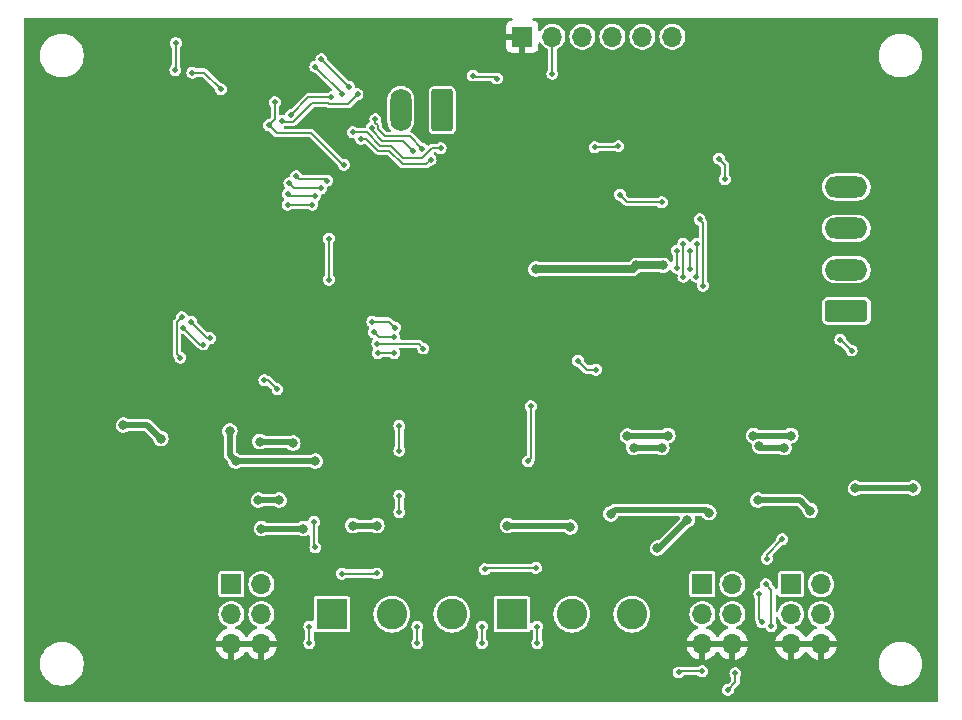
<source format=gbr>
%TF.GenerationSoftware,KiCad,Pcbnew,8.0.2*%
%TF.CreationDate,2024-12-14T13:14:23+01:00*%
%TF.ProjectId,OS-servoDriver_relay,4f532d73-6572-4766-9f44-72697665725f,rev?*%
%TF.SameCoordinates,Original*%
%TF.FileFunction,Copper,L2,Bot*%
%TF.FilePolarity,Positive*%
%FSLAX46Y46*%
G04 Gerber Fmt 4.6, Leading zero omitted, Abs format (unit mm)*
G04 Created by KiCad (PCBNEW 8.0.2) date 2024-12-14 13:14:23*
%MOMM*%
%LPD*%
G01*
G04 APERTURE LIST*
G04 Aperture macros list*
%AMRoundRect*
0 Rectangle with rounded corners*
0 $1 Rounding radius*
0 $2 $3 $4 $5 $6 $7 $8 $9 X,Y pos of 4 corners*
0 Add a 4 corners polygon primitive as box body*
4,1,4,$2,$3,$4,$5,$6,$7,$8,$9,$2,$3,0*
0 Add four circle primitives for the rounded corners*
1,1,$1+$1,$2,$3*
1,1,$1+$1,$4,$5*
1,1,$1+$1,$6,$7*
1,1,$1+$1,$8,$9*
0 Add four rect primitives between the rounded corners*
20,1,$1+$1,$2,$3,$4,$5,0*
20,1,$1+$1,$4,$5,$6,$7,0*
20,1,$1+$1,$6,$7,$8,$9,0*
20,1,$1+$1,$8,$9,$2,$3,0*%
G04 Aperture macros list end*
%TA.AperFunction,ComponentPad*%
%ADD10R,2.600000X2.600000*%
%TD*%
%TA.AperFunction,ComponentPad*%
%ADD11C,2.600000*%
%TD*%
%TA.AperFunction,ComponentPad*%
%ADD12R,1.700000X1.700000*%
%TD*%
%TA.AperFunction,ComponentPad*%
%ADD13O,1.700000X1.700000*%
%TD*%
%TA.AperFunction,ComponentPad*%
%ADD14RoundRect,0.250000X0.650000X1.550000X-0.650000X1.550000X-0.650000X-1.550000X0.650000X-1.550000X0*%
%TD*%
%TA.AperFunction,ComponentPad*%
%ADD15O,1.800000X3.600000*%
%TD*%
%TA.AperFunction,ComponentPad*%
%ADD16RoundRect,0.250000X1.550000X-0.650000X1.550000X0.650000X-1.550000X0.650000X-1.550000X-0.650000X0*%
%TD*%
%TA.AperFunction,ComponentPad*%
%ADD17O,3.600000X1.800000*%
%TD*%
%TA.AperFunction,ViaPad*%
%ADD18C,0.500000*%
%TD*%
%TA.AperFunction,ViaPad*%
%ADD19C,0.800000*%
%TD*%
%TA.AperFunction,Conductor*%
%ADD20C,0.200000*%
%TD*%
%TA.AperFunction,Conductor*%
%ADD21C,0.500000*%
%TD*%
%TA.AperFunction,Conductor*%
%ADD22C,0.700000*%
%TD*%
G04 APERTURE END LIST*
D10*
%TO.P,J103,1,Pin_1*%
%TO.N,/servo1-2/FROG1*%
X197358000Y-153289000D03*
D11*
%TO.P,J103,2,Pin_2*%
%TO.N,/servo1-2/FROG2*%
X202438000Y-153289000D03*
%TO.P,J103,3,Pin_3*%
%TO.N,/servo3-4/FROG1*%
X207518000Y-153289000D03*
%TD*%
D12*
%TO.P,J901,1,Pin_1*%
%TO.N,/atmega/bus3.pin1*%
X236220000Y-150749000D03*
D13*
%TO.P,J901,2,Pin_2*%
%TO.N,/atmega/bus3.pin2*%
X238760000Y-150749000D03*
%TO.P,J901,3,Pin_3*%
%TO.N,+5VA*%
X236220000Y-153289000D03*
%TO.P,J901,4,Pin_4*%
X238760000Y-153289000D03*
%TO.P,J901,5,Pin_5*%
%TO.N,GND*%
X236220000Y-155829000D03*
%TO.P,J901,6,Pin_6*%
X238760000Y-155829000D03*
%TD*%
D12*
%TO.P,J701,1,Pin_1*%
%TO.N,/atmega/bus1.pin1*%
X188849000Y-150749000D03*
D13*
%TO.P,J701,2,Pin_2*%
%TO.N,/atmega/bus1.pin2*%
X191389000Y-150749000D03*
%TO.P,J701,3,Pin_3*%
%TO.N,+5VA*%
X188849000Y-153289000D03*
%TO.P,J701,4,Pin_4*%
X191389000Y-153289000D03*
%TO.P,J701,5,Pin_5*%
%TO.N,GND*%
X188849000Y-155829000D03*
%TO.P,J701,6,Pin_6*%
X191389000Y-155829000D03*
%TD*%
D12*
%TO.P,J201,1,Pin_1*%
%TO.N,GND*%
X213487000Y-104394000D03*
D13*
%TO.P,J201,2,Pin_2*%
%TO.N,+5V*%
X216027000Y-104394000D03*
%TO.P,J201,3,Pin_3*%
%TO.N,/atmega/LED*%
X218567000Y-104394000D03*
%TO.P,J201,4,Pin_4*%
%TO.N,/atmega/MISO*%
X221107000Y-104394000D03*
%TO.P,J201,5,Pin_5*%
%TO.N,/atmega/MOSI*%
X223647000Y-104394000D03*
%TO.P,J201,6,Pin_6*%
%TO.N,/atmega/reset*%
X226187000Y-104394000D03*
%TD*%
D14*
%TO.P,J102,1,Pin_1*%
%TO.N,/servo1-2/DCC_B*%
X206700000Y-110628500D03*
D15*
%TO.P,J102,2,Pin_2*%
%TO.N,/servo1-2/DCC_A*%
X203200000Y-110628500D03*
%TD*%
D12*
%TO.P,J801,1,Pin_1*%
%TO.N,/atmega/bus2.pin1*%
X228727000Y-150749000D03*
D13*
%TO.P,J801,2,Pin_2*%
%TO.N,/atmega/bus2.pin2*%
X231267000Y-150749000D03*
%TO.P,J801,3,Pin_3*%
%TO.N,+5VA*%
X228727000Y-153289000D03*
%TO.P,J801,4,Pin_4*%
X231267000Y-153289000D03*
%TO.P,J801,5,Pin_5*%
%TO.N,GND*%
X228727000Y-155829000D03*
%TO.P,J801,6,Pin_6*%
X231267000Y-155829000D03*
%TD*%
D16*
%TO.P,J101,1,Pin_1*%
%TO.N,/DCC/DCC_B*%
X240919000Y-127623000D03*
D17*
%TO.P,J101,2,Pin_2*%
%TO.N,/DCC/DCC_A*%
X240919000Y-124123000D03*
%TO.P,J101,3,Pin_3*%
%TO.N,/D_bridge/AC_2*%
X240919000Y-120623000D03*
%TO.P,J101,4,Pin_4*%
%TO.N,/D_bridge/AC_1*%
X240919000Y-117123000D03*
%TD*%
D10*
%TO.P,J104,1,Pin_1*%
%TO.N,/servo3-4/FROG2*%
X212598000Y-153289000D03*
D11*
%TO.P,J104,2,Pin_2*%
%TO.N,/servo5-6/FROG1*%
X217678000Y-153289000D03*
%TO.P,J104,3,Pin_3*%
%TO.N,/servo5-6/FROG2*%
X222758000Y-153289000D03*
%TD*%
D18*
%TO.N,GND*%
X182499000Y-104013000D03*
X193421000Y-103759000D03*
X202311000Y-104267000D03*
X210820000Y-104267000D03*
X193548000Y-130810000D03*
X195072000Y-126619000D03*
X189357000Y-128905000D03*
X191008000Y-127000000D03*
X198120000Y-120269000D03*
X198120000Y-116586000D03*
X200914000Y-117221000D03*
X204470000Y-116205000D03*
X202057000Y-119126000D03*
X203962000Y-117729000D03*
X211709000Y-123825000D03*
X202819000Y-123952000D03*
X201422000Y-120777000D03*
X204724000Y-129032000D03*
X210312000Y-129667000D03*
X216027000Y-128905000D03*
X224663000Y-130937000D03*
X230378000Y-127762000D03*
X234315000Y-126873000D03*
X234442000Y-124333000D03*
X232537000Y-126365000D03*
X230505000Y-124333000D03*
X229489000Y-119507000D03*
X230886000Y-120777000D03*
X230505000Y-118745000D03*
X234442000Y-118618000D03*
X234315000Y-120777000D03*
X232537000Y-118618000D03*
X187198000Y-159512000D03*
X195199000Y-159893000D03*
X199009000Y-157861000D03*
X200152000Y-159639000D03*
X204724000Y-157988000D03*
X205486000Y-159512000D03*
X210693000Y-159766000D03*
X209296000Y-158115000D03*
X220853000Y-159512000D03*
X219329000Y-157861000D03*
X214249000Y-157988000D03*
X215900000Y-159639000D03*
X240919000Y-150749000D03*
X237617000Y-160147000D03*
X237109000Y-157988000D03*
X233553000Y-157861000D03*
X232918000Y-160147000D03*
X225806000Y-159766000D03*
%TO.N,Net-(D804-A)*%
X230886000Y-159704000D03*
X231521000Y-158304000D03*
X234569000Y-154305000D03*
X234103000Y-150749000D03*
X234188000Y-148590000D03*
X235500000Y-146939000D03*
%TO.N,Net-(D803-A)*%
X226708025Y-158228975D03*
X228727000Y-158115000D03*
X233807000Y-153989000D03*
X233553000Y-151596000D03*
%TO.N,Net-(D704-A)*%
X214757000Y-154339000D03*
X214757000Y-155739000D03*
%TO.N,Net-(D703-A)*%
X210058000Y-155739000D03*
X210058000Y-154339000D03*
X213973644Y-140335000D03*
X214209335Y-135675665D03*
%TO.N,Net-(D602-A)*%
X203073000Y-139450000D03*
X203073000Y-137350000D03*
X203073000Y-143250000D03*
X203073000Y-144653000D03*
X204597000Y-155739000D03*
X204597000Y-154339000D03*
%TO.N,Net-(D601-A)*%
X195453000Y-154339000D03*
X195453000Y-155739000D03*
X195961000Y-147639000D03*
X195834000Y-145477000D03*
X191643000Y-133477000D03*
X192750000Y-134239000D03*
%TO.N,/atmega/bus2.relay2*%
X219710000Y-132588000D03*
X218186000Y-131826000D03*
%TO.N,GND*%
X241554000Y-151765000D03*
D19*
X184150000Y-120685583D03*
D18*
X183642000Y-149987000D03*
X174117000Y-153162000D03*
X220125657Y-114646343D03*
X177927000Y-103886000D03*
D19*
X217805000Y-122428000D03*
D18*
X180857000Y-111633000D03*
X187198000Y-134620000D03*
X172212000Y-131572000D03*
X211201000Y-118745000D03*
X248000000Y-150000000D03*
X184912000Y-116078000D03*
X186690000Y-123063000D03*
X222042500Y-121158000D03*
X182499000Y-121031000D03*
X192913000Y-133096000D03*
X191897000Y-120904000D03*
X174117000Y-113792000D03*
X227711000Y-135255000D03*
X241681000Y-156464000D03*
X172339000Y-121158000D03*
X188214000Y-123952000D03*
X200025000Y-131318000D03*
D19*
X186400311Y-118739580D03*
D18*
X182753000Y-124460000D03*
X185928000Y-127127000D03*
X173990000Y-135001000D03*
X173990000Y-118110000D03*
X188214000Y-125095000D03*
X240538000Y-134366000D03*
X229235000Y-134366000D03*
X186055000Y-156845000D03*
X194691000Y-157099000D03*
X228092000Y-136271000D03*
X174244000Y-128397000D03*
D19*
X219837000Y-126873000D03*
D18*
X182499000Y-119507000D03*
X191389000Y-108839000D03*
X195707000Y-135636000D03*
X193167000Y-120904000D03*
X195072000Y-107696000D03*
X183515000Y-116586000D03*
X221107000Y-156083000D03*
X224409000Y-158242000D03*
X188976000Y-108458000D03*
X174117000Y-124333000D03*
D19*
X218821000Y-126873000D03*
D18*
X188595000Y-121031000D03*
X179578000Y-145542000D03*
X201041000Y-156591000D03*
X190246000Y-117094000D03*
X213914500Y-118872000D03*
D19*
X218821000Y-122428000D03*
D18*
X225298000Y-135763000D03*
X193421000Y-135890000D03*
X180721000Y-149098000D03*
D19*
X225679000Y-125349000D03*
D18*
X179451000Y-116078000D03*
X237871000Y-135255000D03*
D19*
X217805000Y-126873000D03*
D18*
X215045657Y-113757343D03*
X235966000Y-135763000D03*
X225552000Y-153797000D03*
X245000000Y-149000000D03*
X182499000Y-115443000D03*
X193675000Y-106934000D03*
X184877113Y-114046000D03*
X211836000Y-156845000D03*
X188595000Y-136271000D03*
X172339000Y-142367000D03*
D19*
X223169657Y-117544343D03*
D18*
X238252000Y-136271000D03*
X174244000Y-139065000D03*
X184658000Y-152781000D03*
X190373000Y-120777000D03*
X189611000Y-107188000D03*
X188214000Y-122682000D03*
X216916000Y-133604000D03*
D19*
X212344000Y-122301000D03*
X224155000Y-126746000D03*
D18*
X174498000Y-109855000D03*
X196977000Y-131318000D03*
X172212000Y-151638000D03*
X239395000Y-134493000D03*
X173863000Y-145034000D03*
X179451000Y-124206000D03*
X248412000Y-131191000D03*
X184912000Y-126746000D03*
X190119000Y-109601000D03*
D19*
X214376000Y-121412000D03*
D18*
X172339000Y-112014000D03*
X188849000Y-119888000D03*
D19*
X219837000Y-122428000D03*
D18*
X240411000Y-149225000D03*
X206629000Y-133731000D03*
X182372000Y-117094000D03*
X225332657Y-116297343D03*
X247523000Y-141478000D03*
X176022000Y-151638000D03*
X185420000Y-135636000D03*
X197485000Y-134620000D03*
X246634000Y-145796000D03*
X241000000Y-159500000D03*
D19*
%TO.N,VCC*%
X225425000Y-123754950D03*
X214630000Y-124079000D03*
X223137450Y-123754950D03*
%TO.N,+5VA*%
X179705000Y-137287000D03*
X233045000Y-138176000D03*
X225806000Y-138176000D03*
X182880000Y-138430000D03*
X222377000Y-138199502D03*
X191262000Y-138684000D03*
X194056000Y-138811000D03*
X236220000Y-138176000D03*
D18*
%TO.N,/atmega/LED*%
X185547000Y-107442000D03*
X187960000Y-108839000D03*
%TO.N,/DCC/DCC_B*%
X219609748Y-113765252D03*
X221622909Y-113657091D03*
%TO.N,/atmega/reset*%
X197320843Y-109534157D03*
X193865500Y-111042733D03*
%TO.N,/DCC/DCC_TTL*%
X211328000Y-107941000D03*
X199529513Y-109286008D03*
X209288091Y-107688091D03*
X193167000Y-111506000D03*
%TO.N,/atmega/bus2.pin1*%
X202634950Y-131186050D03*
X201230000Y-131191000D03*
X195710000Y-118618000D03*
X193610000Y-118618000D03*
%TO.N,/atmega/bus2.pin2*%
X195961000Y-117856000D03*
X201206909Y-130390091D03*
X205105000Y-130800000D03*
X193610000Y-117714907D03*
%TO.N,/atmega/bus3.pin1*%
X205717034Y-114830966D03*
X227118000Y-124714000D03*
X227118000Y-121920000D03*
X199797788Y-113040762D03*
%TO.N,/atmega/bus3.pin2*%
X206570676Y-113844858D03*
X228261000Y-121920000D03*
X228218000Y-124714000D03*
X225298000Y-118410000D03*
X199136000Y-112490762D03*
X221742000Y-117776000D03*
%TO.N,/atmega/bus1.pin2*%
X186473450Y-130466450D03*
X184785000Y-129032000D03*
D19*
%TO.N,/servo1-2/FROG1*%
X192899500Y-143637000D03*
X191135000Y-143637000D03*
%TO.N,/servo5-6/FROG2*%
X241681000Y-142621000D03*
X246571500Y-142621000D03*
%TO.N,/servo5-6/FROG1*%
X224917000Y-147701000D03*
X227457000Y-145321657D03*
D18*
%TO.N,/atmega/bus1.relay1*%
X184665909Y-128135091D03*
X184531000Y-131572000D03*
%TO.N,/atmega/bus1.relay2*%
X187071000Y-129916450D03*
X185420000Y-128524000D03*
%TO.N,/atmega/bus2.relay1*%
X196469000Y-117221000D03*
X200914000Y-129413000D03*
X202630000Y-129840091D03*
X193750000Y-116801000D03*
%TO.N,/atmega/bus2.relay2*%
X202692000Y-129032000D03*
X197104000Y-124968000D03*
X200787000Y-128524000D03*
X194323025Y-116218025D03*
X196977000Y-116586000D03*
X197108337Y-121490000D03*
%TO.N,/atmega/bus3.relay1*%
X204216000Y-114107750D03*
X226568000Y-123952000D03*
X226568000Y-122511500D03*
X200715527Y-112123023D03*
X195961000Y-106934000D03*
X198191409Y-109291409D03*
%TO.N,/atmega/bus3.relay2*%
X196476909Y-106291091D03*
X201048349Y-111370530D03*
X205007916Y-113876220D03*
X227711000Y-122511500D03*
X227668000Y-124079000D03*
X198834318Y-108648500D03*
D19*
%TO.N,/servo1-2/DCC_B*%
X189230000Y-140335000D03*
X235649500Y-139192000D03*
X222916250Y-139192000D03*
X188722000Y-137795000D03*
X233553000Y-139065000D03*
X225298000Y-139192000D03*
X195961000Y-140335000D03*
%TO.N,/servo1-2/DCC_A*%
X194945000Y-146050000D03*
X212217000Y-145796000D03*
X217551000Y-145923000D03*
X220980000Y-144800000D03*
X229281016Y-144699016D03*
X201168000Y-145796000D03*
X237871000Y-144526000D03*
X199136000Y-145796000D03*
X191389000Y-146050000D03*
X233426000Y-143637000D03*
D18*
%TO.N,+5V*%
X216027000Y-107541000D03*
X214630000Y-149372581D03*
X241360216Y-130974971D03*
X198200000Y-149860000D03*
X228494262Y-119866738D03*
X201168000Y-149843000D03*
X230124000Y-114719480D03*
X240411000Y-130048000D03*
X192532000Y-109942733D03*
X184103700Y-107230109D03*
X184150000Y-104930000D03*
X210312000Y-149479000D03*
X228768000Y-125476000D03*
X230632000Y-116459000D03*
X192024000Y-111887000D03*
X198374000Y-115240975D03*
%TD*%
D20*
%TO.N,Net-(D804-A)*%
X231521000Y-159069000D02*
X230886000Y-159704000D01*
X231521000Y-158304000D02*
X231521000Y-159069000D01*
X234103000Y-150749000D02*
X234569000Y-151215000D01*
X234569000Y-151215000D02*
X234569000Y-154305000D01*
X234188000Y-148251000D02*
X234188000Y-148590000D01*
X235500000Y-146939000D02*
X234188000Y-148251000D01*
D21*
%TO.N,/servo5-6/FROG2*%
X241681000Y-142621000D02*
X246571500Y-142621000D01*
D20*
%TO.N,Net-(D803-A)*%
X226822000Y-158115000D02*
X226708025Y-158228975D01*
X228727000Y-158115000D02*
X226822000Y-158115000D01*
X233553000Y-153735000D02*
X233807000Y-153989000D01*
X233553000Y-151596000D02*
X233553000Y-153735000D01*
D21*
%TO.N,/servo1-2/DCC_A*%
X236982000Y-143637000D02*
X237871000Y-144526000D01*
X233426000Y-143637000D02*
X236982000Y-143637000D01*
%TO.N,/servo1-2/DCC_B*%
X233680000Y-139192000D02*
X235649500Y-139192000D01*
X233553000Y-139065000D02*
X233680000Y-139192000D01*
%TO.N,+5VA*%
X233045000Y-138176000D02*
X236220000Y-138176000D01*
D20*
%TO.N,Net-(D704-A)*%
X214757000Y-154339000D02*
X214757000Y-155739000D01*
%TO.N,+5V*%
X210418419Y-149372581D02*
X210312000Y-149479000D01*
X214630000Y-149372581D02*
X210418419Y-149372581D01*
D21*
%TO.N,/servo1-2/DCC_B*%
X222916250Y-139192000D02*
X225298000Y-139192000D01*
D20*
%TO.N,Net-(D703-A)*%
X210058000Y-154339000D02*
X210058000Y-155739000D01*
X214209335Y-135675665D02*
X214209335Y-140099309D01*
X214209335Y-140099309D02*
X213973644Y-140335000D01*
%TO.N,Net-(D602-A)*%
X203073000Y-137350000D02*
X203073000Y-139450000D01*
X203073000Y-144653000D02*
X203073000Y-143250000D01*
%TO.N,+5V*%
X201151000Y-149860000D02*
X198200000Y-149860000D01*
X201168000Y-149843000D02*
X201151000Y-149860000D01*
%TO.N,Net-(D602-A)*%
X204597000Y-155739000D02*
X204597000Y-154339000D01*
%TO.N,Net-(D601-A)*%
X195453000Y-154339000D02*
X195453000Y-155739000D01*
X195834000Y-147512000D02*
X195961000Y-147639000D01*
X195834000Y-145477000D02*
X195834000Y-147512000D01*
X191988000Y-133477000D02*
X192750000Y-134239000D01*
X191643000Y-133477000D02*
X191988000Y-133477000D01*
D21*
%TO.N,+5VA*%
X191262000Y-138684000D02*
X193929000Y-138684000D01*
X193929000Y-138684000D02*
X194056000Y-138811000D01*
D20*
%TO.N,+5V*%
X240411000Y-130048000D02*
X240433245Y-130048000D01*
X240433245Y-130048000D02*
X241360216Y-130974971D01*
%TO.N,/atmega/bus2.relay2*%
X219710000Y-132588000D02*
X218948000Y-132588000D01*
X218948000Y-132588000D02*
X218186000Y-131826000D01*
D22*
%TO.N,VCC*%
X223137450Y-123754950D02*
X225425000Y-123754950D01*
X214630000Y-124079000D02*
X222813400Y-124079000D01*
X222813400Y-124079000D02*
X223137450Y-123754950D01*
D21*
%TO.N,+5VA*%
X181737000Y-137287000D02*
X179705000Y-137287000D01*
X225782498Y-138199502D02*
X225806000Y-138176000D01*
X222377000Y-138199502D02*
X225782498Y-138199502D01*
X182880000Y-138430000D02*
X181737000Y-137287000D01*
D20*
%TO.N,/atmega/LED*%
X186563000Y-107442000D02*
X187960000Y-108839000D01*
X185547000Y-107442000D02*
X186563000Y-107442000D01*
%TO.N,/DCC/DCC_B*%
X221514748Y-113765252D02*
X219609748Y-113765252D01*
X221622909Y-113657091D02*
X221514748Y-113765252D01*
%TO.N,/atmega/reset*%
X197320843Y-109534157D02*
X195374076Y-109534157D01*
X195374076Y-109534157D02*
X193865500Y-111042733D01*
%TO.N,/DCC/DCC_TTL*%
X209423000Y-107823000D02*
X209288091Y-107688091D01*
X197093025Y-110084157D02*
X198731364Y-110084157D01*
X211210000Y-107823000D02*
X209423000Y-107823000D01*
X211328000Y-107941000D02*
X211210000Y-107823000D01*
X198731364Y-110084157D02*
X199529513Y-109286008D01*
X195704051Y-109982000D02*
X196990868Y-109982000D01*
X193253733Y-111592733D02*
X194093318Y-111592733D01*
X194093318Y-111592733D02*
X195704051Y-109982000D01*
X193167000Y-111506000D02*
X193253733Y-111592733D01*
X196990868Y-109982000D02*
X197093025Y-110084157D01*
%TO.N,/atmega/bus2.pin1*%
X202634950Y-131186050D02*
X201234950Y-131186050D01*
X201234950Y-131186050D02*
X201230000Y-131191000D01*
X195710000Y-118618000D02*
X193610000Y-118618000D01*
%TO.N,/atmega/bus2.pin2*%
X204695091Y-130390091D02*
X201206909Y-130390091D01*
X193751093Y-117856000D02*
X195961000Y-117856000D01*
X193610000Y-117714907D02*
X193751093Y-117856000D01*
X205105000Y-130800000D02*
X204695091Y-130390091D01*
%TO.N,/atmega/bus3.pin1*%
X202226000Y-114046000D02*
X201295000Y-114046000D01*
X205359000Y-115189000D02*
X203369000Y-115189000D01*
X200289762Y-113040762D02*
X199797788Y-113040762D01*
X205717034Y-114830966D02*
X205359000Y-115189000D01*
X201295000Y-114046000D02*
X200289762Y-113040762D01*
X203369000Y-115189000D02*
X202226000Y-114046000D01*
X227118000Y-124714000D02*
X227118000Y-121920000D01*
%TO.N,/atmega/bus3.pin2*%
X206570676Y-113844858D02*
X205817096Y-113844858D01*
X202391686Y-113646000D02*
X201460686Y-113646000D01*
X225298000Y-118410000D02*
X222376000Y-118410000D01*
X205004204Y-114657750D02*
X203403436Y-114657750D01*
X228218000Y-124714000D02*
X228261000Y-124671000D01*
X228261000Y-124671000D02*
X228261000Y-121920000D01*
X201460686Y-113646000D02*
X200305448Y-112490762D01*
X200305448Y-112490762D02*
X199136000Y-112490762D01*
X222376000Y-118410000D02*
X221742000Y-117776000D01*
X205817096Y-113844858D02*
X205004204Y-114657750D01*
X203403436Y-114657750D02*
X202391686Y-113646000D01*
%TO.N,/atmega/bus1.pin2*%
X186219450Y-130466450D02*
X186473450Y-130466450D01*
X184785000Y-129032000D02*
X186219450Y-130466450D01*
D21*
%TO.N,/servo1-2/FROG1*%
X192899500Y-143637000D02*
X191135000Y-143637000D01*
%TO.N,/servo5-6/FROG1*%
X224917000Y-147701000D02*
X225077657Y-147701000D01*
X225077657Y-147701000D02*
X227457000Y-145321657D01*
D20*
%TO.N,/atmega/bus1.relay1*%
X184665909Y-128135091D02*
X184235000Y-128566000D01*
X184235000Y-128566000D02*
X184235000Y-131276000D01*
X184235000Y-131276000D02*
X184531000Y-131572000D01*
%TO.N,/atmega/bus1.relay2*%
X185420000Y-128524000D02*
X186812450Y-129916450D01*
X186812450Y-129916450D02*
X187071000Y-129916450D01*
%TO.N,/atmega/bus2.relay1*%
X194170000Y-117221000D02*
X193750000Y-116801000D01*
X202630000Y-129840091D02*
X201341091Y-129840091D01*
X201341091Y-129840091D02*
X200914000Y-129413000D01*
X196469000Y-117221000D02*
X194170000Y-117221000D01*
%TO.N,/atmega/bus2.relay2*%
X196977000Y-116586000D02*
X196850000Y-116459000D01*
X194564000Y-116459000D02*
X194323025Y-116218025D01*
X196850000Y-116459000D02*
X194564000Y-116459000D01*
X197104000Y-121494337D02*
X197108337Y-121490000D01*
X197104000Y-124968000D02*
X197104000Y-121494337D01*
X202692000Y-129032000D02*
X202184000Y-128524000D01*
X202184000Y-128524000D02*
X200787000Y-128524000D01*
%TO.N,/atmega/bus3.relay1*%
X200715527Y-112323527D02*
X200715527Y-112123023D01*
X198191409Y-109164409D02*
X198191409Y-109291409D01*
X201638000Y-113246000D02*
X200715527Y-112323527D01*
X204216000Y-114107750D02*
X203354250Y-113246000D01*
X226568000Y-123952000D02*
X226568000Y-122511500D01*
X203354250Y-113246000D02*
X201638000Y-113246000D01*
X195961000Y-106934000D02*
X198191409Y-109164409D01*
%TO.N,/atmega/bus3.relay2*%
X196476909Y-106291091D02*
X198834318Y-108648500D01*
X227668000Y-124079000D02*
X227668000Y-122554500D01*
X203977696Y-112846000D02*
X205007916Y-113876220D01*
X227668000Y-122554500D02*
X227711000Y-122511500D01*
X201048349Y-111370530D02*
X201048349Y-111678027D01*
X201873000Y-112846000D02*
X203977696Y-112846000D01*
X201048349Y-111678027D02*
X201265527Y-111895205D01*
X201265527Y-111895205D02*
X201265527Y-112238527D01*
X201265527Y-112238527D02*
X201873000Y-112846000D01*
D21*
%TO.N,/servo1-2/DCC_B*%
X188722000Y-137795000D02*
X188722000Y-139827000D01*
X189230000Y-140335000D02*
X195961000Y-140335000D01*
X188722000Y-139827000D02*
X189230000Y-140335000D01*
%TO.N,/servo1-2/DCC_A*%
X201168000Y-145796000D02*
X199136000Y-145796000D01*
X221308343Y-144471657D02*
X229053657Y-144471657D01*
X212217000Y-145796000D02*
X217424000Y-145796000D01*
X229053657Y-144471657D02*
X229281016Y-144699016D01*
X217424000Y-145796000D02*
X217551000Y-145923000D01*
X194945000Y-146050000D02*
X191389000Y-146050000D01*
X220980000Y-144800000D02*
X221308343Y-144471657D01*
D20*
%TO.N,+5V*%
X228768000Y-125263000D02*
X228811000Y-125220000D01*
X228768000Y-125476000D02*
X228768000Y-125263000D01*
X192532000Y-111379000D02*
X192024000Y-111887000D01*
X230632000Y-115227480D02*
X230124000Y-114719480D01*
X184150000Y-107183809D02*
X184150000Y-104930000D01*
X228811000Y-125220000D02*
X228811000Y-120183476D01*
X228811000Y-120183476D02*
X228494262Y-119866738D01*
X192690866Y-112553866D02*
X195611866Y-112553866D01*
X184103700Y-107230109D02*
X184150000Y-107183809D01*
X192024000Y-111887000D02*
X192690866Y-112553866D01*
X216027000Y-107541000D02*
X216027000Y-104394000D01*
X230632000Y-116459000D02*
X230632000Y-115227480D01*
X195611866Y-112553866D02*
X198298975Y-115240975D01*
X192532000Y-109942733D02*
X192532000Y-111379000D01*
X198298975Y-115240975D02*
X198374000Y-115240975D01*
%TD*%
%TA.AperFunction,Conductor*%
%TO.N,GND*%
G36*
X190923075Y-155636007D02*
G01*
X190889000Y-155763174D01*
X190889000Y-155894826D01*
X190923075Y-156021993D01*
X190955988Y-156079000D01*
X189282012Y-156079000D01*
X189314925Y-156021993D01*
X189349000Y-155894826D01*
X189349000Y-155763174D01*
X189314925Y-155636007D01*
X189282012Y-155579000D01*
X190955988Y-155579000D01*
X190923075Y-155636007D01*
G37*
%TD.AperFunction*%
%TA.AperFunction,Conductor*%
G36*
X230801075Y-155636007D02*
G01*
X230767000Y-155763174D01*
X230767000Y-155894826D01*
X230801075Y-156021993D01*
X230833988Y-156079000D01*
X229160012Y-156079000D01*
X229192925Y-156021993D01*
X229227000Y-155894826D01*
X229227000Y-155763174D01*
X229192925Y-155636007D01*
X229160012Y-155579000D01*
X230833988Y-155579000D01*
X230801075Y-155636007D01*
G37*
%TD.AperFunction*%
%TA.AperFunction,Conductor*%
G36*
X238294075Y-155636007D02*
G01*
X238260000Y-155763174D01*
X238260000Y-155894826D01*
X238294075Y-156021993D01*
X238326988Y-156079000D01*
X236653012Y-156079000D01*
X236685925Y-156021993D01*
X236720000Y-155894826D01*
X236720000Y-155763174D01*
X236685925Y-155636007D01*
X236653012Y-155579000D01*
X238326988Y-155579000D01*
X238294075Y-155636007D01*
G37*
%TD.AperFunction*%
%TA.AperFunction,Conductor*%
G36*
X212607708Y-102820185D02*
G01*
X212653463Y-102872989D01*
X212663407Y-102942147D01*
X212634382Y-103005703D01*
X212575604Y-103043477D01*
X212553925Y-103047789D01*
X212529627Y-103050401D01*
X212529620Y-103050403D01*
X212394913Y-103100645D01*
X212394906Y-103100649D01*
X212279812Y-103186809D01*
X212279809Y-103186812D01*
X212193649Y-103301906D01*
X212193645Y-103301913D01*
X212143403Y-103436620D01*
X212143401Y-103436627D01*
X212137000Y-103496155D01*
X212137000Y-104144000D01*
X213053988Y-104144000D01*
X213021075Y-104201007D01*
X212987000Y-104328174D01*
X212987000Y-104459826D01*
X213021075Y-104586993D01*
X213053988Y-104644000D01*
X212137000Y-104644000D01*
X212137000Y-105291844D01*
X212143401Y-105351372D01*
X212143403Y-105351379D01*
X212193645Y-105486086D01*
X212193649Y-105486093D01*
X212279809Y-105601187D01*
X212279812Y-105601190D01*
X212394906Y-105687350D01*
X212394913Y-105687354D01*
X212529620Y-105737596D01*
X212529627Y-105737598D01*
X212589155Y-105743999D01*
X212589172Y-105744000D01*
X213237000Y-105744000D01*
X213237000Y-104827012D01*
X213294007Y-104859925D01*
X213421174Y-104894000D01*
X213552826Y-104894000D01*
X213679993Y-104859925D01*
X213737000Y-104827012D01*
X213737000Y-105744000D01*
X214384828Y-105744000D01*
X214384844Y-105743999D01*
X214444372Y-105737598D01*
X214444379Y-105737596D01*
X214579086Y-105687354D01*
X214579093Y-105687350D01*
X214694187Y-105601190D01*
X214694190Y-105601187D01*
X214780350Y-105486093D01*
X214780354Y-105486086D01*
X214830596Y-105351379D01*
X214830598Y-105351372D01*
X214836999Y-105291844D01*
X214837000Y-105291827D01*
X214837000Y-105000312D01*
X214856685Y-104933273D01*
X214909489Y-104887518D01*
X214978647Y-104877574D01*
X215042203Y-104906599D01*
X215072000Y-104945041D01*
X215087325Y-104975819D01*
X215210237Y-105138581D01*
X215360958Y-105275980D01*
X215360960Y-105275982D01*
X215429449Y-105318388D01*
X215534363Y-105383348D01*
X215534368Y-105383349D01*
X215534370Y-105383351D01*
X215564801Y-105395139D01*
X215597292Y-105407726D01*
X215652694Y-105450298D01*
X215676286Y-105516064D01*
X215676500Y-105523353D01*
X215676500Y-107134963D01*
X215656815Y-107202002D01*
X215646214Y-107216164D01*
X215601625Y-107267623D01*
X215601622Y-107267628D01*
X215541834Y-107398543D01*
X215521353Y-107541000D01*
X215541834Y-107683456D01*
X215600624Y-107812185D01*
X215601623Y-107814373D01*
X215695872Y-107923143D01*
X215816947Y-108000953D01*
X215816950Y-108000954D01*
X215816949Y-108000954D01*
X215955036Y-108041499D01*
X215955038Y-108041500D01*
X215955039Y-108041500D01*
X216098962Y-108041500D01*
X216098962Y-108041499D01*
X216237053Y-108000953D01*
X216358128Y-107923143D01*
X216452377Y-107814373D01*
X216512165Y-107683457D01*
X216532647Y-107541000D01*
X216512165Y-107398543D01*
X216452377Y-107267627D01*
X216452374Y-107267623D01*
X216407786Y-107216164D01*
X216378762Y-107152608D01*
X216377500Y-107134963D01*
X216377500Y-105878711D01*
X243649500Y-105878711D01*
X243649500Y-106121288D01*
X243681161Y-106361785D01*
X243743947Y-106596104D01*
X243770674Y-106660628D01*
X243836776Y-106820212D01*
X243958064Y-107030289D01*
X243958066Y-107030292D01*
X243958067Y-107030293D01*
X244105733Y-107222736D01*
X244105739Y-107222743D01*
X244277256Y-107394260D01*
X244277263Y-107394266D01*
X244353566Y-107452815D01*
X244469711Y-107541936D01*
X244679788Y-107663224D01*
X244903900Y-107756054D01*
X245138211Y-107818838D01*
X245318586Y-107842584D01*
X245378711Y-107850500D01*
X245378712Y-107850500D01*
X245621289Y-107850500D01*
X245669388Y-107844167D01*
X245861789Y-107818838D01*
X246096100Y-107756054D01*
X246320212Y-107663224D01*
X246530289Y-107541936D01*
X246722738Y-107394265D01*
X246894265Y-107222738D01*
X247041936Y-107030289D01*
X247163224Y-106820212D01*
X247256054Y-106596100D01*
X247318838Y-106361789D01*
X247350500Y-106121288D01*
X247350500Y-105878712D01*
X247318838Y-105638211D01*
X247256054Y-105403900D01*
X247163224Y-105179788D01*
X247041936Y-104969711D01*
X246957694Y-104859925D01*
X246894266Y-104777263D01*
X246894260Y-104777256D01*
X246722743Y-104605739D01*
X246722736Y-104605733D01*
X246530293Y-104458067D01*
X246530292Y-104458066D01*
X246530289Y-104458064D01*
X246320212Y-104336776D01*
X246299445Y-104328174D01*
X246096104Y-104243947D01*
X245861785Y-104181161D01*
X245621289Y-104149500D01*
X245621288Y-104149500D01*
X245378712Y-104149500D01*
X245378711Y-104149500D01*
X245138214Y-104181161D01*
X244903895Y-104243947D01*
X244679794Y-104336773D01*
X244679785Y-104336777D01*
X244469706Y-104458067D01*
X244277263Y-104605733D01*
X244277256Y-104605739D01*
X244105739Y-104777256D01*
X244105733Y-104777263D01*
X243958067Y-104969706D01*
X243836777Y-105179785D01*
X243836773Y-105179794D01*
X243743947Y-105403895D01*
X243681161Y-105638214D01*
X243649500Y-105878711D01*
X216377500Y-105878711D01*
X216377500Y-105523353D01*
X216397185Y-105456314D01*
X216449989Y-105410559D01*
X216456699Y-105407729D01*
X216519637Y-105383348D01*
X216693041Y-105275981D01*
X216843764Y-105138579D01*
X216966673Y-104975821D01*
X217057582Y-104793250D01*
X217113397Y-104597083D01*
X217132215Y-104394000D01*
X217132215Y-104393999D01*
X217461785Y-104393999D01*
X217461785Y-104394000D01*
X217480602Y-104597082D01*
X217536417Y-104793247D01*
X217536422Y-104793260D01*
X217627327Y-104975821D01*
X217750237Y-105138581D01*
X217900958Y-105275980D01*
X217900960Y-105275982D01*
X217969449Y-105318388D01*
X218074363Y-105383348D01*
X218264544Y-105457024D01*
X218465024Y-105494500D01*
X218465026Y-105494500D01*
X218668974Y-105494500D01*
X218668976Y-105494500D01*
X218869456Y-105457024D01*
X219059637Y-105383348D01*
X219233041Y-105275981D01*
X219383764Y-105138579D01*
X219506673Y-104975821D01*
X219597582Y-104793250D01*
X219653397Y-104597083D01*
X219672215Y-104394000D01*
X219672215Y-104393999D01*
X220001785Y-104393999D01*
X220001785Y-104394000D01*
X220020602Y-104597082D01*
X220076417Y-104793247D01*
X220076422Y-104793260D01*
X220167327Y-104975821D01*
X220290237Y-105138581D01*
X220440958Y-105275980D01*
X220440960Y-105275982D01*
X220509449Y-105318388D01*
X220614363Y-105383348D01*
X220804544Y-105457024D01*
X221005024Y-105494500D01*
X221005026Y-105494500D01*
X221208974Y-105494500D01*
X221208976Y-105494500D01*
X221409456Y-105457024D01*
X221599637Y-105383348D01*
X221773041Y-105275981D01*
X221923764Y-105138579D01*
X222046673Y-104975821D01*
X222137582Y-104793250D01*
X222193397Y-104597083D01*
X222212215Y-104394000D01*
X222212215Y-104393999D01*
X222541785Y-104393999D01*
X222541785Y-104394000D01*
X222560602Y-104597082D01*
X222616417Y-104793247D01*
X222616422Y-104793260D01*
X222707327Y-104975821D01*
X222830237Y-105138581D01*
X222980958Y-105275980D01*
X222980960Y-105275982D01*
X223049449Y-105318388D01*
X223154363Y-105383348D01*
X223344544Y-105457024D01*
X223545024Y-105494500D01*
X223545026Y-105494500D01*
X223748974Y-105494500D01*
X223748976Y-105494500D01*
X223949456Y-105457024D01*
X224139637Y-105383348D01*
X224313041Y-105275981D01*
X224463764Y-105138579D01*
X224586673Y-104975821D01*
X224677582Y-104793250D01*
X224733397Y-104597083D01*
X224752215Y-104394000D01*
X224752215Y-104393999D01*
X225081785Y-104393999D01*
X225081785Y-104394000D01*
X225100602Y-104597082D01*
X225156417Y-104793247D01*
X225156422Y-104793260D01*
X225247327Y-104975821D01*
X225370237Y-105138581D01*
X225520958Y-105275980D01*
X225520960Y-105275982D01*
X225589449Y-105318388D01*
X225694363Y-105383348D01*
X225884544Y-105457024D01*
X226085024Y-105494500D01*
X226085026Y-105494500D01*
X226288974Y-105494500D01*
X226288976Y-105494500D01*
X226489456Y-105457024D01*
X226679637Y-105383348D01*
X226853041Y-105275981D01*
X227003764Y-105138579D01*
X227126673Y-104975821D01*
X227217582Y-104793250D01*
X227273397Y-104597083D01*
X227292215Y-104394000D01*
X227286115Y-104328174D01*
X227273397Y-104190917D01*
X227260048Y-104144000D01*
X227217582Y-103994750D01*
X227217159Y-103993901D01*
X227138225Y-103835379D01*
X227126673Y-103812179D01*
X227003764Y-103649421D01*
X227003762Y-103649418D01*
X226853041Y-103512019D01*
X226853039Y-103512017D01*
X226679642Y-103404655D01*
X226679635Y-103404651D01*
X226584546Y-103367814D01*
X226489456Y-103330976D01*
X226288976Y-103293500D01*
X226085024Y-103293500D01*
X225884544Y-103330976D01*
X225884541Y-103330976D01*
X225884541Y-103330977D01*
X225694364Y-103404651D01*
X225694357Y-103404655D01*
X225520960Y-103512017D01*
X225520958Y-103512019D01*
X225370237Y-103649418D01*
X225247327Y-103812178D01*
X225156422Y-103994739D01*
X225156417Y-103994752D01*
X225100602Y-104190917D01*
X225081785Y-104393999D01*
X224752215Y-104393999D01*
X224746115Y-104328174D01*
X224733397Y-104190917D01*
X224720048Y-104144000D01*
X224677582Y-103994750D01*
X224677159Y-103993901D01*
X224598225Y-103835379D01*
X224586673Y-103812179D01*
X224463764Y-103649421D01*
X224463762Y-103649418D01*
X224313041Y-103512019D01*
X224313039Y-103512017D01*
X224139642Y-103404655D01*
X224139635Y-103404651D01*
X224044546Y-103367814D01*
X223949456Y-103330976D01*
X223748976Y-103293500D01*
X223545024Y-103293500D01*
X223344544Y-103330976D01*
X223344541Y-103330976D01*
X223344541Y-103330977D01*
X223154364Y-103404651D01*
X223154357Y-103404655D01*
X222980960Y-103512017D01*
X222980958Y-103512019D01*
X222830237Y-103649418D01*
X222707327Y-103812178D01*
X222616422Y-103994739D01*
X222616417Y-103994752D01*
X222560602Y-104190917D01*
X222541785Y-104393999D01*
X222212215Y-104393999D01*
X222206115Y-104328174D01*
X222193397Y-104190917D01*
X222180048Y-104144000D01*
X222137582Y-103994750D01*
X222137159Y-103993901D01*
X222058225Y-103835379D01*
X222046673Y-103812179D01*
X221923764Y-103649421D01*
X221923762Y-103649418D01*
X221773041Y-103512019D01*
X221773039Y-103512017D01*
X221599642Y-103404655D01*
X221599635Y-103404651D01*
X221504546Y-103367814D01*
X221409456Y-103330976D01*
X221208976Y-103293500D01*
X221005024Y-103293500D01*
X220804544Y-103330976D01*
X220804541Y-103330976D01*
X220804541Y-103330977D01*
X220614364Y-103404651D01*
X220614357Y-103404655D01*
X220440960Y-103512017D01*
X220440958Y-103512019D01*
X220290237Y-103649418D01*
X220167327Y-103812178D01*
X220076422Y-103994739D01*
X220076417Y-103994752D01*
X220020602Y-104190917D01*
X220001785Y-104393999D01*
X219672215Y-104393999D01*
X219666115Y-104328174D01*
X219653397Y-104190917D01*
X219640048Y-104144000D01*
X219597582Y-103994750D01*
X219597159Y-103993901D01*
X219518225Y-103835379D01*
X219506673Y-103812179D01*
X219383764Y-103649421D01*
X219383762Y-103649418D01*
X219233041Y-103512019D01*
X219233039Y-103512017D01*
X219059642Y-103404655D01*
X219059635Y-103404651D01*
X218964546Y-103367814D01*
X218869456Y-103330976D01*
X218668976Y-103293500D01*
X218465024Y-103293500D01*
X218264544Y-103330976D01*
X218264541Y-103330976D01*
X218264541Y-103330977D01*
X218074364Y-103404651D01*
X218074357Y-103404655D01*
X217900960Y-103512017D01*
X217900958Y-103512019D01*
X217750237Y-103649418D01*
X217627327Y-103812178D01*
X217536422Y-103994739D01*
X217536417Y-103994752D01*
X217480602Y-104190917D01*
X217461785Y-104393999D01*
X217132215Y-104393999D01*
X217126115Y-104328174D01*
X217113397Y-104190917D01*
X217100048Y-104144000D01*
X217057582Y-103994750D01*
X217057159Y-103993901D01*
X216978225Y-103835379D01*
X216966673Y-103812179D01*
X216843764Y-103649421D01*
X216843762Y-103649418D01*
X216693041Y-103512019D01*
X216693039Y-103512017D01*
X216519642Y-103404655D01*
X216519635Y-103404651D01*
X216424546Y-103367814D01*
X216329456Y-103330976D01*
X216128976Y-103293500D01*
X215925024Y-103293500D01*
X215724544Y-103330976D01*
X215724541Y-103330976D01*
X215724541Y-103330977D01*
X215534364Y-103404651D01*
X215534357Y-103404655D01*
X215360960Y-103512017D01*
X215360958Y-103512019D01*
X215210237Y-103649418D01*
X215087328Y-103812176D01*
X215072000Y-103842960D01*
X215024496Y-103894196D01*
X214956833Y-103911617D01*
X214890493Y-103889691D01*
X214846538Y-103835379D01*
X214837000Y-103787687D01*
X214837000Y-103496172D01*
X214836999Y-103496155D01*
X214830598Y-103436627D01*
X214830596Y-103436620D01*
X214780354Y-103301913D01*
X214780350Y-103301906D01*
X214694190Y-103186812D01*
X214694187Y-103186809D01*
X214579093Y-103100649D01*
X214579086Y-103100645D01*
X214444379Y-103050403D01*
X214444372Y-103050401D01*
X214420075Y-103047789D01*
X214355524Y-103021051D01*
X214315676Y-102963658D01*
X214313183Y-102893833D01*
X214348836Y-102833744D01*
X214411316Y-102802470D01*
X214433331Y-102800500D01*
X248575500Y-102800500D01*
X248642539Y-102820185D01*
X248688294Y-102872989D01*
X248699500Y-102924500D01*
X248699500Y-160575500D01*
X248679815Y-160642539D01*
X248627011Y-160688294D01*
X248575500Y-160699500D01*
X171424500Y-160699500D01*
X171357461Y-160679815D01*
X171311706Y-160627011D01*
X171300500Y-160575500D01*
X171300500Y-159704000D01*
X230380353Y-159704000D01*
X230400834Y-159846456D01*
X230460622Y-159977371D01*
X230460623Y-159977373D01*
X230554872Y-160086143D01*
X230675947Y-160163953D01*
X230675950Y-160163954D01*
X230675949Y-160163954D01*
X230814036Y-160204499D01*
X230814038Y-160204500D01*
X230814039Y-160204500D01*
X230957962Y-160204500D01*
X230957962Y-160204499D01*
X231096053Y-160163953D01*
X231217128Y-160086143D01*
X231311377Y-159977373D01*
X231371165Y-159846457D01*
X231387447Y-159733208D01*
X231416470Y-159669656D01*
X231422488Y-159663192D01*
X231801470Y-159284212D01*
X231847614Y-159204288D01*
X231871500Y-159115143D01*
X231871500Y-159022856D01*
X231871500Y-158710035D01*
X231891185Y-158642996D01*
X231901782Y-158628837D01*
X231946377Y-158577373D01*
X232006165Y-158446457D01*
X232026647Y-158304000D01*
X232006165Y-158161543D01*
X231946377Y-158030627D01*
X231852128Y-157921857D01*
X231731053Y-157844047D01*
X231731051Y-157844046D01*
X231731049Y-157844045D01*
X231731050Y-157844045D01*
X231592963Y-157803500D01*
X231592961Y-157803500D01*
X231449039Y-157803500D01*
X231449036Y-157803500D01*
X231310949Y-157844045D01*
X231189873Y-157921856D01*
X231095623Y-158030626D01*
X231095622Y-158030628D01*
X231035834Y-158161543D01*
X231015353Y-158304000D01*
X231035834Y-158446456D01*
X231074120Y-158530289D01*
X231095623Y-158577373D01*
X231140213Y-158628833D01*
X231169238Y-158692388D01*
X231170500Y-158710035D01*
X231170500Y-158872456D01*
X231150815Y-158939495D01*
X231134181Y-158960137D01*
X230927137Y-159167181D01*
X230865814Y-159200666D01*
X230839456Y-159203500D01*
X230814036Y-159203500D01*
X230675949Y-159244045D01*
X230554873Y-159321856D01*
X230460623Y-159430626D01*
X230460622Y-159430628D01*
X230400834Y-159561543D01*
X230380353Y-159704000D01*
X171300500Y-159704000D01*
X171300500Y-157378711D01*
X172649500Y-157378711D01*
X172649500Y-157621288D01*
X172681161Y-157861785D01*
X172743947Y-158096104D01*
X172810782Y-158257457D01*
X172836776Y-158320212D01*
X172958064Y-158530289D01*
X172958066Y-158530292D01*
X172958067Y-158530293D01*
X173105733Y-158722736D01*
X173105739Y-158722743D01*
X173277256Y-158894260D01*
X173277262Y-158894265D01*
X173469711Y-159041936D01*
X173679788Y-159163224D01*
X173903900Y-159256054D01*
X174138211Y-159318838D01*
X174318586Y-159342584D01*
X174378711Y-159350500D01*
X174378712Y-159350500D01*
X174621289Y-159350500D01*
X174669388Y-159344167D01*
X174861789Y-159318838D01*
X175096100Y-159256054D01*
X175320212Y-159163224D01*
X175530289Y-159041936D01*
X175722738Y-158894265D01*
X175894265Y-158722738D01*
X176041936Y-158530289D01*
X176163224Y-158320212D01*
X176201016Y-158228975D01*
X226202378Y-158228975D01*
X226222859Y-158371431D01*
X226257123Y-158446457D01*
X226282648Y-158502348D01*
X226376897Y-158611118D01*
X226497972Y-158688928D01*
X226497975Y-158688929D01*
X226497974Y-158688929D01*
X226636061Y-158729474D01*
X226636063Y-158729475D01*
X226636064Y-158729475D01*
X226779987Y-158729475D01*
X226779987Y-158729474D01*
X226918078Y-158688928D01*
X227039153Y-158611118D01*
X227128247Y-158508296D01*
X227187025Y-158470523D01*
X227221960Y-158465500D01*
X228313105Y-158465500D01*
X228380144Y-158485185D01*
X228394312Y-158495790D01*
X228395866Y-158497137D01*
X228395872Y-158497143D01*
X228516947Y-158574953D01*
X228516950Y-158574954D01*
X228516949Y-158574954D01*
X228655036Y-158615499D01*
X228655038Y-158615500D01*
X228655039Y-158615500D01*
X228798962Y-158615500D01*
X228798962Y-158615499D01*
X228937053Y-158574953D01*
X229058128Y-158497143D01*
X229152377Y-158388373D01*
X229212165Y-158257457D01*
X229232647Y-158115000D01*
X229212165Y-157972543D01*
X229152377Y-157841627D01*
X229058128Y-157732857D01*
X228937053Y-157655047D01*
X228937051Y-157655046D01*
X228937049Y-157655045D01*
X228937050Y-157655045D01*
X228798963Y-157614500D01*
X228798961Y-157614500D01*
X228655039Y-157614500D01*
X228655036Y-157614500D01*
X228516949Y-157655045D01*
X228395876Y-157732854D01*
X228395874Y-157732855D01*
X228395872Y-157732857D01*
X228395870Y-157732858D01*
X228394312Y-157734210D01*
X228392427Y-157735070D01*
X228388411Y-157737652D01*
X228388039Y-157737074D01*
X228330757Y-157763237D01*
X228313105Y-157764500D01*
X226920505Y-157764500D01*
X226885570Y-157759477D01*
X226779987Y-157728475D01*
X226779986Y-157728475D01*
X226636064Y-157728475D01*
X226636061Y-157728475D01*
X226497974Y-157769020D01*
X226376898Y-157846831D01*
X226282648Y-157955601D01*
X226282647Y-157955603D01*
X226222859Y-158086518D01*
X226202378Y-158228975D01*
X176201016Y-158228975D01*
X176256054Y-158096100D01*
X176318838Y-157861789D01*
X176350500Y-157621288D01*
X176350500Y-157378712D01*
X176350500Y-157378711D01*
X243649500Y-157378711D01*
X243649500Y-157621288D01*
X243681161Y-157861785D01*
X243743947Y-158096104D01*
X243810782Y-158257457D01*
X243836776Y-158320212D01*
X243958064Y-158530289D01*
X243958066Y-158530292D01*
X243958067Y-158530293D01*
X244105733Y-158722736D01*
X244105739Y-158722743D01*
X244277256Y-158894260D01*
X244277262Y-158894265D01*
X244469711Y-159041936D01*
X244679788Y-159163224D01*
X244903900Y-159256054D01*
X245138211Y-159318838D01*
X245318586Y-159342584D01*
X245378711Y-159350500D01*
X245378712Y-159350500D01*
X245621289Y-159350500D01*
X245669388Y-159344167D01*
X245861789Y-159318838D01*
X246096100Y-159256054D01*
X246320212Y-159163224D01*
X246530289Y-159041936D01*
X246722738Y-158894265D01*
X246894265Y-158722738D01*
X247041936Y-158530289D01*
X247163224Y-158320212D01*
X247256054Y-158096100D01*
X247318838Y-157861789D01*
X247350500Y-157621288D01*
X247350500Y-157378712D01*
X247318838Y-157138211D01*
X247256054Y-156903900D01*
X247163224Y-156679788D01*
X247041936Y-156469711D01*
X246907818Y-156294925D01*
X246894266Y-156277263D01*
X246894260Y-156277256D01*
X246722743Y-156105739D01*
X246722736Y-156105733D01*
X246530293Y-155958067D01*
X246530292Y-155958066D01*
X246530289Y-155958064D01*
X246320212Y-155836776D01*
X246320205Y-155836773D01*
X246096104Y-155743947D01*
X245861785Y-155681161D01*
X245621289Y-155649500D01*
X245621288Y-155649500D01*
X245378712Y-155649500D01*
X245378711Y-155649500D01*
X245138214Y-155681161D01*
X244903895Y-155743947D01*
X244679794Y-155836773D01*
X244679785Y-155836777D01*
X244469706Y-155958067D01*
X244277263Y-156105733D01*
X244277256Y-156105739D01*
X244105739Y-156277256D01*
X244105733Y-156277263D01*
X243958067Y-156469706D01*
X243836777Y-156679785D01*
X243836773Y-156679794D01*
X243743947Y-156903895D01*
X243681161Y-157138214D01*
X243649500Y-157378711D01*
X176350500Y-157378711D01*
X176318838Y-157138211D01*
X176256054Y-156903900D01*
X176163224Y-156679788D01*
X176041936Y-156469711D01*
X175907818Y-156294925D01*
X175894266Y-156277263D01*
X175894260Y-156277256D01*
X175722743Y-156105739D01*
X175722736Y-156105733D01*
X175530293Y-155958067D01*
X175530292Y-155958066D01*
X175530289Y-155958064D01*
X175320212Y-155836776D01*
X175320205Y-155836773D01*
X175096104Y-155743947D01*
X174861785Y-155681161D01*
X174621289Y-155649500D01*
X174621288Y-155649500D01*
X174378712Y-155649500D01*
X174378711Y-155649500D01*
X174138214Y-155681161D01*
X173903895Y-155743947D01*
X173679794Y-155836773D01*
X173679785Y-155836777D01*
X173469706Y-155958067D01*
X173277263Y-156105733D01*
X173277256Y-156105739D01*
X173105739Y-156277256D01*
X173105733Y-156277263D01*
X172958067Y-156469706D01*
X172836777Y-156679785D01*
X172836773Y-156679794D01*
X172743947Y-156903895D01*
X172681161Y-157138214D01*
X172649500Y-157378711D01*
X171300500Y-157378711D01*
X171300500Y-155578999D01*
X187518364Y-155578999D01*
X187518364Y-155579000D01*
X188415988Y-155579000D01*
X188383075Y-155636007D01*
X188349000Y-155763174D01*
X188349000Y-155894826D01*
X188383075Y-156021993D01*
X188415988Y-156079000D01*
X187518364Y-156079000D01*
X187575567Y-156292486D01*
X187575570Y-156292492D01*
X187675399Y-156506578D01*
X187810894Y-156700082D01*
X187977917Y-156867105D01*
X188171421Y-157002600D01*
X188385507Y-157102429D01*
X188385516Y-157102433D01*
X188599000Y-157159634D01*
X188599000Y-156262012D01*
X188656007Y-156294925D01*
X188783174Y-156329000D01*
X188914826Y-156329000D01*
X189041993Y-156294925D01*
X189099000Y-156262012D01*
X189099000Y-157159633D01*
X189312483Y-157102433D01*
X189312492Y-157102429D01*
X189526578Y-157002600D01*
X189720082Y-156867105D01*
X189887105Y-156700082D01*
X190017425Y-156513968D01*
X190072002Y-156470344D01*
X190141501Y-156463151D01*
X190203855Y-156494673D01*
X190220575Y-156513968D01*
X190350894Y-156700082D01*
X190517917Y-156867105D01*
X190711421Y-157002600D01*
X190925507Y-157102429D01*
X190925516Y-157102433D01*
X191139000Y-157159634D01*
X191139000Y-156262012D01*
X191196007Y-156294925D01*
X191323174Y-156329000D01*
X191454826Y-156329000D01*
X191581993Y-156294925D01*
X191639000Y-156262012D01*
X191639000Y-157159633D01*
X191852483Y-157102433D01*
X191852492Y-157102429D01*
X192066578Y-157002600D01*
X192260082Y-156867105D01*
X192427105Y-156700082D01*
X192562600Y-156506578D01*
X192662429Y-156292492D01*
X192662432Y-156292486D01*
X192719636Y-156079000D01*
X191822012Y-156079000D01*
X191854925Y-156021993D01*
X191889000Y-155894826D01*
X191889000Y-155763174D01*
X191854925Y-155636007D01*
X191822012Y-155579000D01*
X192719636Y-155579000D01*
X192719635Y-155578999D01*
X192662432Y-155365513D01*
X192662429Y-155365507D01*
X192562600Y-155151422D01*
X192562599Y-155151420D01*
X192427113Y-154957926D01*
X192427108Y-154957920D01*
X192260082Y-154790894D01*
X192066578Y-154655399D01*
X191852492Y-154555570D01*
X191852477Y-154555564D01*
X191813414Y-154545097D01*
X191753754Y-154508732D01*
X191723226Y-154445885D01*
X191731521Y-154376509D01*
X191762492Y-154339000D01*
X194947353Y-154339000D01*
X194967834Y-154481456D01*
X195027622Y-154612371D01*
X195027623Y-154612373D01*
X195072213Y-154663833D01*
X195101238Y-154727388D01*
X195102500Y-154745035D01*
X195102500Y-155332963D01*
X195082815Y-155400002D01*
X195072214Y-155414164D01*
X195027625Y-155465623D01*
X195027622Y-155465628D01*
X194967834Y-155596543D01*
X194947353Y-155739000D01*
X194967834Y-155881456D01*
X195002822Y-155958067D01*
X195027623Y-156012373D01*
X195121872Y-156121143D01*
X195242947Y-156198953D01*
X195242950Y-156198954D01*
X195242949Y-156198954D01*
X195381036Y-156239499D01*
X195381038Y-156239500D01*
X195381039Y-156239500D01*
X195524962Y-156239500D01*
X195524962Y-156239499D01*
X195663053Y-156198953D01*
X195784128Y-156121143D01*
X195878377Y-156012373D01*
X195938165Y-155881457D01*
X195958647Y-155739000D01*
X195938165Y-155596543D01*
X195878377Y-155465627D01*
X195878374Y-155465623D01*
X195833786Y-155414164D01*
X195804762Y-155350608D01*
X195803500Y-155332963D01*
X195803500Y-154944879D01*
X195823185Y-154877840D01*
X195875989Y-154832085D01*
X195945147Y-154822141D01*
X195951692Y-154823262D01*
X196033323Y-154839500D01*
X196033326Y-154839500D01*
X198682676Y-154839500D01*
X198682677Y-154839499D01*
X198755740Y-154824966D01*
X198838601Y-154769601D01*
X198893966Y-154686740D01*
X198908500Y-154613674D01*
X198908500Y-153289000D01*
X200882706Y-153289000D01*
X200901853Y-153532297D01*
X200901853Y-153532300D01*
X200901854Y-153532302D01*
X200939294Y-153688250D01*
X200958830Y-153769619D01*
X201052222Y-153995089D01*
X201179737Y-154203173D01*
X201179738Y-154203176D01*
X201179741Y-154203179D01*
X201338241Y-154388759D01*
X201446777Y-154481457D01*
X201523823Y-154547261D01*
X201523825Y-154547261D01*
X201537375Y-154555565D01*
X201731910Y-154674777D01*
X201957381Y-154768169D01*
X201957378Y-154768169D01*
X201957384Y-154768170D01*
X201957388Y-154768172D01*
X202194698Y-154825146D01*
X202438000Y-154844294D01*
X202681302Y-154825146D01*
X202918612Y-154768172D01*
X203144089Y-154674777D01*
X203352179Y-154547259D01*
X203537759Y-154388759D01*
X203580257Y-154339000D01*
X204091353Y-154339000D01*
X204111834Y-154481456D01*
X204171622Y-154612371D01*
X204171623Y-154612373D01*
X204216213Y-154663833D01*
X204245238Y-154727388D01*
X204246500Y-154745035D01*
X204246500Y-155332963D01*
X204226815Y-155400002D01*
X204216214Y-155414164D01*
X204171625Y-155465623D01*
X204171622Y-155465628D01*
X204111834Y-155596543D01*
X204091353Y-155739000D01*
X204111834Y-155881456D01*
X204146822Y-155958067D01*
X204171623Y-156012373D01*
X204265872Y-156121143D01*
X204386947Y-156198953D01*
X204386950Y-156198954D01*
X204386949Y-156198954D01*
X204525036Y-156239499D01*
X204525038Y-156239500D01*
X204525039Y-156239500D01*
X204668962Y-156239500D01*
X204668962Y-156239499D01*
X204807053Y-156198953D01*
X204928128Y-156121143D01*
X205022377Y-156012373D01*
X205082165Y-155881457D01*
X205102647Y-155739000D01*
X205082165Y-155596543D01*
X205022377Y-155465627D01*
X205022374Y-155465623D01*
X204977786Y-155414164D01*
X204948762Y-155350608D01*
X204947500Y-155332963D01*
X204947500Y-154745035D01*
X204967185Y-154677996D01*
X204977782Y-154663837D01*
X205022377Y-154612373D01*
X205082165Y-154481457D01*
X205102647Y-154339000D01*
X205082165Y-154196543D01*
X205022377Y-154065627D01*
X204928128Y-153956857D01*
X204807053Y-153879047D01*
X204807051Y-153879046D01*
X204807049Y-153879045D01*
X204807050Y-153879045D01*
X204668963Y-153838500D01*
X204668961Y-153838500D01*
X204525039Y-153838500D01*
X204525036Y-153838500D01*
X204386949Y-153879045D01*
X204265873Y-153956856D01*
X204171623Y-154065626D01*
X204171622Y-154065628D01*
X204111834Y-154196543D01*
X204091353Y-154339000D01*
X203580257Y-154339000D01*
X203696259Y-154203179D01*
X203823777Y-153995089D01*
X203917172Y-153769612D01*
X203974146Y-153532302D01*
X203993294Y-153289000D01*
X205962706Y-153289000D01*
X205981853Y-153532297D01*
X205981853Y-153532300D01*
X205981854Y-153532302D01*
X206019294Y-153688250D01*
X206038830Y-153769619D01*
X206132222Y-153995089D01*
X206259737Y-154203173D01*
X206259738Y-154203176D01*
X206259741Y-154203179D01*
X206418241Y-154388759D01*
X206526777Y-154481457D01*
X206603823Y-154547261D01*
X206603825Y-154547261D01*
X206617375Y-154555565D01*
X206811910Y-154674777D01*
X207037381Y-154768169D01*
X207037378Y-154768169D01*
X207037384Y-154768170D01*
X207037388Y-154768172D01*
X207274698Y-154825146D01*
X207518000Y-154844294D01*
X207761302Y-154825146D01*
X207998612Y-154768172D01*
X208224089Y-154674777D01*
X208432179Y-154547259D01*
X208617759Y-154388759D01*
X208660257Y-154339000D01*
X209552353Y-154339000D01*
X209572834Y-154481456D01*
X209632622Y-154612371D01*
X209632623Y-154612373D01*
X209677213Y-154663833D01*
X209706238Y-154727388D01*
X209707500Y-154745035D01*
X209707500Y-155332963D01*
X209687815Y-155400002D01*
X209677214Y-155414164D01*
X209632625Y-155465623D01*
X209632622Y-155465628D01*
X209572834Y-155596543D01*
X209552353Y-155739000D01*
X209572834Y-155881456D01*
X209607822Y-155958067D01*
X209632623Y-156012373D01*
X209726872Y-156121143D01*
X209847947Y-156198953D01*
X209847950Y-156198954D01*
X209847949Y-156198954D01*
X209986036Y-156239499D01*
X209986038Y-156239500D01*
X209986039Y-156239500D01*
X210129962Y-156239500D01*
X210129962Y-156239499D01*
X210268053Y-156198953D01*
X210389128Y-156121143D01*
X210483377Y-156012373D01*
X210543165Y-155881457D01*
X210563647Y-155739000D01*
X210543165Y-155596543D01*
X210483377Y-155465627D01*
X210483374Y-155465623D01*
X210438786Y-155414164D01*
X210409762Y-155350608D01*
X210408500Y-155332963D01*
X210408500Y-154745035D01*
X210428185Y-154677996D01*
X210438782Y-154663837D01*
X210483377Y-154612373D01*
X210543165Y-154481457D01*
X210563647Y-154339000D01*
X210543165Y-154196543D01*
X210483377Y-154065627D01*
X210389128Y-153956857D01*
X210268053Y-153879047D01*
X210268051Y-153879046D01*
X210268049Y-153879045D01*
X210268050Y-153879045D01*
X210129963Y-153838500D01*
X210129961Y-153838500D01*
X209986039Y-153838500D01*
X209986036Y-153838500D01*
X209847949Y-153879045D01*
X209726873Y-153956856D01*
X209632623Y-154065626D01*
X209632622Y-154065628D01*
X209572834Y-154196543D01*
X209552353Y-154339000D01*
X208660257Y-154339000D01*
X208776259Y-154203179D01*
X208903777Y-153995089D01*
X208997172Y-153769612D01*
X209054146Y-153532302D01*
X209073294Y-153289000D01*
X209054146Y-153045698D01*
X208997172Y-152808388D01*
X208997169Y-152808380D01*
X208903777Y-152582910D01*
X208776262Y-152374826D01*
X208776261Y-152374823D01*
X208712061Y-152299655D01*
X208617759Y-152189241D01*
X208495063Y-152084449D01*
X208432176Y-152030738D01*
X208432173Y-152030737D01*
X208323793Y-151964321D01*
X211047500Y-151964321D01*
X211047500Y-154613678D01*
X211062032Y-154686735D01*
X211062033Y-154686739D01*
X211062034Y-154686740D01*
X211117399Y-154769601D01*
X211171127Y-154805500D01*
X211200260Y-154824966D01*
X211200264Y-154824967D01*
X211273321Y-154839499D01*
X211273324Y-154839500D01*
X211273326Y-154839500D01*
X213922676Y-154839500D01*
X213922677Y-154839499D01*
X213995740Y-154824966D01*
X214078601Y-154769601D01*
X214133966Y-154686740D01*
X214133966Y-154686738D01*
X214138640Y-154675456D01*
X214140310Y-154676147D01*
X214165851Y-154627310D01*
X214226564Y-154592730D01*
X214296334Y-154596464D01*
X214348803Y-154632200D01*
X214376212Y-154663832D01*
X214405238Y-154727387D01*
X214406500Y-154745035D01*
X214406500Y-155332963D01*
X214386815Y-155400002D01*
X214376214Y-155414164D01*
X214331625Y-155465623D01*
X214331622Y-155465628D01*
X214271834Y-155596543D01*
X214251353Y-155739000D01*
X214271834Y-155881456D01*
X214306822Y-155958067D01*
X214331623Y-156012373D01*
X214425872Y-156121143D01*
X214546947Y-156198953D01*
X214546950Y-156198954D01*
X214546949Y-156198954D01*
X214685036Y-156239499D01*
X214685038Y-156239500D01*
X214685039Y-156239500D01*
X214828962Y-156239500D01*
X214828962Y-156239499D01*
X214967053Y-156198953D01*
X215088128Y-156121143D01*
X215182377Y-156012373D01*
X215242165Y-155881457D01*
X215262647Y-155739000D01*
X215242165Y-155596543D01*
X215234153Y-155578999D01*
X227396364Y-155578999D01*
X227396364Y-155579000D01*
X228293988Y-155579000D01*
X228261075Y-155636007D01*
X228227000Y-155763174D01*
X228227000Y-155894826D01*
X228261075Y-156021993D01*
X228293988Y-156079000D01*
X227396364Y-156079000D01*
X227453567Y-156292486D01*
X227453570Y-156292492D01*
X227553399Y-156506578D01*
X227688894Y-156700082D01*
X227855917Y-156867105D01*
X228049421Y-157002600D01*
X228263507Y-157102429D01*
X228263516Y-157102433D01*
X228477000Y-157159634D01*
X228477000Y-156262012D01*
X228534007Y-156294925D01*
X228661174Y-156329000D01*
X228792826Y-156329000D01*
X228919993Y-156294925D01*
X228977000Y-156262012D01*
X228977000Y-157159633D01*
X229190483Y-157102433D01*
X229190492Y-157102429D01*
X229404578Y-157002600D01*
X229598082Y-156867105D01*
X229765105Y-156700082D01*
X229895425Y-156513968D01*
X229950002Y-156470344D01*
X230019501Y-156463151D01*
X230081855Y-156494673D01*
X230098575Y-156513968D01*
X230228894Y-156700082D01*
X230395917Y-156867105D01*
X230589421Y-157002600D01*
X230803507Y-157102429D01*
X230803516Y-157102433D01*
X231017000Y-157159634D01*
X231017000Y-156262012D01*
X231074007Y-156294925D01*
X231201174Y-156329000D01*
X231332826Y-156329000D01*
X231459993Y-156294925D01*
X231517000Y-156262012D01*
X231517000Y-157159633D01*
X231730483Y-157102433D01*
X231730492Y-157102429D01*
X231944578Y-157002600D01*
X232138082Y-156867105D01*
X232305105Y-156700082D01*
X232440600Y-156506578D01*
X232540429Y-156292492D01*
X232540432Y-156292486D01*
X232597636Y-156079000D01*
X231700012Y-156079000D01*
X231732925Y-156021993D01*
X231767000Y-155894826D01*
X231767000Y-155763174D01*
X231732925Y-155636007D01*
X231700012Y-155579000D01*
X232597636Y-155579000D01*
X232597635Y-155578999D01*
X232540432Y-155365513D01*
X232540429Y-155365507D01*
X232440600Y-155151422D01*
X232440599Y-155151420D01*
X232305113Y-154957926D01*
X232305108Y-154957920D01*
X232138082Y-154790894D01*
X231944578Y-154655399D01*
X231730492Y-154555570D01*
X231730477Y-154555564D01*
X231691414Y-154545097D01*
X231631754Y-154508732D01*
X231601226Y-154445885D01*
X231609521Y-154376509D01*
X231654007Y-154322632D01*
X231678710Y-154309698D01*
X231759637Y-154278348D01*
X231933041Y-154170981D01*
X232083764Y-154033579D01*
X232206673Y-153870821D01*
X232297582Y-153688250D01*
X232353397Y-153492083D01*
X232372215Y-153289000D01*
X232353397Y-153085917D01*
X232297582Y-152889750D01*
X232206673Y-152707179D01*
X232083764Y-152544421D01*
X232083762Y-152544418D01*
X231933041Y-152407019D01*
X231933039Y-152407017D01*
X231759642Y-152299655D01*
X231759635Y-152299651D01*
X231664546Y-152262814D01*
X231569456Y-152225976D01*
X231368976Y-152188500D01*
X231165024Y-152188500D01*
X230964544Y-152225976D01*
X230964541Y-152225976D01*
X230964541Y-152225977D01*
X230774364Y-152299651D01*
X230774357Y-152299655D01*
X230600960Y-152407017D01*
X230600958Y-152407019D01*
X230450237Y-152544418D01*
X230327327Y-152707178D01*
X230236422Y-152889739D01*
X230236417Y-152889752D01*
X230180602Y-153085917D01*
X230161785Y-153288999D01*
X230161785Y-153289000D01*
X230180602Y-153492082D01*
X230236417Y-153688247D01*
X230236422Y-153688260D01*
X230327327Y-153870821D01*
X230450237Y-154033581D01*
X230600958Y-154170980D01*
X230600960Y-154170982D01*
X230700141Y-154232392D01*
X230774363Y-154278348D01*
X230855283Y-154309696D01*
X230910685Y-154352269D01*
X230934276Y-154418035D01*
X230918565Y-154486116D01*
X230868542Y-154534895D01*
X230842586Y-154545097D01*
X230803519Y-154555565D01*
X230803507Y-154555570D01*
X230589422Y-154655399D01*
X230589420Y-154655400D01*
X230395926Y-154790886D01*
X230395920Y-154790891D01*
X230228891Y-154957920D01*
X230228890Y-154957922D01*
X230098575Y-155144031D01*
X230043998Y-155187655D01*
X229974499Y-155194848D01*
X229912145Y-155163326D01*
X229895425Y-155144031D01*
X229765109Y-154957922D01*
X229765108Y-154957920D01*
X229598082Y-154790894D01*
X229404578Y-154655399D01*
X229190492Y-154555570D01*
X229190477Y-154555564D01*
X229151414Y-154545097D01*
X229091754Y-154508732D01*
X229061226Y-154445885D01*
X229069521Y-154376509D01*
X229114007Y-154322632D01*
X229138710Y-154309698D01*
X229219637Y-154278348D01*
X229393041Y-154170981D01*
X229543764Y-154033579D01*
X229666673Y-153870821D01*
X229757582Y-153688250D01*
X229813397Y-153492083D01*
X229832215Y-153289000D01*
X229813397Y-153085917D01*
X229757582Y-152889750D01*
X229666673Y-152707179D01*
X229543764Y-152544421D01*
X229543762Y-152544418D01*
X229393041Y-152407019D01*
X229393039Y-152407017D01*
X229219642Y-152299655D01*
X229219635Y-152299651D01*
X229124546Y-152262814D01*
X229029456Y-152225976D01*
X228828976Y-152188500D01*
X228625024Y-152188500D01*
X228424544Y-152225976D01*
X228424541Y-152225976D01*
X228424541Y-152225977D01*
X228234364Y-152299651D01*
X228234357Y-152299655D01*
X228060960Y-152407017D01*
X228060958Y-152407019D01*
X227910237Y-152544418D01*
X227787327Y-152707178D01*
X227696422Y-152889739D01*
X227696417Y-152889752D01*
X227640602Y-153085917D01*
X227621785Y-153288999D01*
X227621785Y-153289000D01*
X227640602Y-153492082D01*
X227696417Y-153688247D01*
X227696422Y-153688260D01*
X227787327Y-153870821D01*
X227910237Y-154033581D01*
X228060958Y-154170980D01*
X228060960Y-154170982D01*
X228160141Y-154232392D01*
X228234363Y-154278348D01*
X228315283Y-154309696D01*
X228370685Y-154352269D01*
X228394276Y-154418035D01*
X228378565Y-154486116D01*
X228328542Y-154534895D01*
X228302586Y-154545097D01*
X228263519Y-154555565D01*
X228263507Y-154555570D01*
X228049422Y-154655399D01*
X228049420Y-154655400D01*
X227855926Y-154790886D01*
X227855920Y-154790891D01*
X227688891Y-154957920D01*
X227688886Y-154957926D01*
X227553400Y-155151420D01*
X227553399Y-155151422D01*
X227453570Y-155365507D01*
X227453567Y-155365513D01*
X227396364Y-155578999D01*
X215234153Y-155578999D01*
X215182377Y-155465627D01*
X215182374Y-155465623D01*
X215137786Y-155414164D01*
X215108762Y-155350608D01*
X215107500Y-155332963D01*
X215107500Y-154745035D01*
X215127185Y-154677996D01*
X215137782Y-154663837D01*
X215182377Y-154612373D01*
X215242165Y-154481457D01*
X215262647Y-154339000D01*
X215242165Y-154196543D01*
X215182377Y-154065627D01*
X215088128Y-153956857D01*
X214967053Y-153879047D01*
X214967051Y-153879046D01*
X214967049Y-153879045D01*
X214967050Y-153879045D01*
X214828963Y-153838500D01*
X214828961Y-153838500D01*
X214685039Y-153838500D01*
X214685036Y-153838500D01*
X214546949Y-153879045D01*
X214425873Y-153956856D01*
X214366213Y-154025708D01*
X214307435Y-154063482D01*
X214237565Y-154063482D01*
X214178787Y-154025708D01*
X214149762Y-153962152D01*
X214148500Y-153944505D01*
X214148500Y-153289000D01*
X216122706Y-153289000D01*
X216141853Y-153532297D01*
X216141853Y-153532300D01*
X216141854Y-153532302D01*
X216179294Y-153688250D01*
X216198830Y-153769619D01*
X216292222Y-153995089D01*
X216419737Y-154203173D01*
X216419738Y-154203176D01*
X216419741Y-154203179D01*
X216578241Y-154388759D01*
X216686777Y-154481457D01*
X216763823Y-154547261D01*
X216763825Y-154547261D01*
X216777375Y-154555565D01*
X216971910Y-154674777D01*
X217197381Y-154768169D01*
X217197378Y-154768169D01*
X217197384Y-154768170D01*
X217197388Y-154768172D01*
X217434698Y-154825146D01*
X217678000Y-154844294D01*
X217921302Y-154825146D01*
X218158612Y-154768172D01*
X218384089Y-154674777D01*
X218592179Y-154547259D01*
X218777759Y-154388759D01*
X218936259Y-154203179D01*
X219063777Y-153995089D01*
X219157172Y-153769612D01*
X219214146Y-153532302D01*
X219233294Y-153289000D01*
X221202706Y-153289000D01*
X221221853Y-153532297D01*
X221221853Y-153532300D01*
X221221854Y-153532302D01*
X221259294Y-153688250D01*
X221278830Y-153769619D01*
X221372222Y-153995089D01*
X221499737Y-154203173D01*
X221499738Y-154203176D01*
X221499741Y-154203179D01*
X221658241Y-154388759D01*
X221766777Y-154481457D01*
X221843823Y-154547261D01*
X221843825Y-154547261D01*
X221857375Y-154555565D01*
X222051910Y-154674777D01*
X222277381Y-154768169D01*
X222277378Y-154768169D01*
X222277384Y-154768170D01*
X222277388Y-154768172D01*
X222514698Y-154825146D01*
X222758000Y-154844294D01*
X223001302Y-154825146D01*
X223238612Y-154768172D01*
X223464089Y-154674777D01*
X223672179Y-154547259D01*
X223857759Y-154388759D01*
X224016259Y-154203179D01*
X224143777Y-153995089D01*
X224237172Y-153769612D01*
X224294146Y-153532302D01*
X224313294Y-153289000D01*
X224294146Y-153045698D01*
X224237172Y-152808388D01*
X224237169Y-152808380D01*
X224143777Y-152582910D01*
X224016262Y-152374826D01*
X224016261Y-152374823D01*
X223952061Y-152299655D01*
X223857759Y-152189241D01*
X223735063Y-152084449D01*
X223672176Y-152030738D01*
X223672173Y-152030737D01*
X223464089Y-151903222D01*
X223238618Y-151809830D01*
X223238621Y-151809830D01*
X223112705Y-151779600D01*
X223001302Y-151752854D01*
X223001300Y-151752853D01*
X223001297Y-151752853D01*
X222758000Y-151733706D01*
X222514702Y-151752853D01*
X222513952Y-151753033D01*
X222279667Y-151809281D01*
X222277380Y-151809830D01*
X222051910Y-151903222D01*
X221843826Y-152030737D01*
X221843823Y-152030738D01*
X221658241Y-152189241D01*
X221499738Y-152374823D01*
X221499737Y-152374826D01*
X221372222Y-152582910D01*
X221278830Y-152808380D01*
X221221853Y-153045702D01*
X221202706Y-153289000D01*
X219233294Y-153289000D01*
X219214146Y-153045698D01*
X219157172Y-152808388D01*
X219157169Y-152808380D01*
X219063777Y-152582910D01*
X218936262Y-152374826D01*
X218936261Y-152374823D01*
X218872061Y-152299655D01*
X218777759Y-152189241D01*
X218655063Y-152084449D01*
X218592176Y-152030738D01*
X218592173Y-152030737D01*
X218384089Y-151903222D01*
X218158618Y-151809830D01*
X218158621Y-151809830D01*
X218032705Y-151779600D01*
X217921302Y-151752854D01*
X217921300Y-151752853D01*
X217921297Y-151752853D01*
X217678000Y-151733706D01*
X217434702Y-151752853D01*
X217433952Y-151753033D01*
X217199667Y-151809281D01*
X217197380Y-151809830D01*
X216971910Y-151903222D01*
X216763826Y-152030737D01*
X216763823Y-152030738D01*
X216578241Y-152189241D01*
X216419738Y-152374823D01*
X216419737Y-152374826D01*
X216292222Y-152582910D01*
X216198830Y-152808380D01*
X216141853Y-153045702D01*
X216122706Y-153289000D01*
X214148500Y-153289000D01*
X214148500Y-151964323D01*
X214148499Y-151964321D01*
X214133967Y-151891264D01*
X214133966Y-151891260D01*
X214106063Y-151849500D01*
X214078601Y-151808399D01*
X213995740Y-151753034D01*
X213995739Y-151753033D01*
X213995735Y-151753032D01*
X213922677Y-151738500D01*
X213922674Y-151738500D01*
X211273326Y-151738500D01*
X211273323Y-151738500D01*
X211200264Y-151753032D01*
X211200260Y-151753033D01*
X211117399Y-151808399D01*
X211062033Y-151891260D01*
X211062032Y-151891264D01*
X211047500Y-151964321D01*
X208323793Y-151964321D01*
X208224089Y-151903222D01*
X207998618Y-151809830D01*
X207998621Y-151809830D01*
X207872705Y-151779600D01*
X207761302Y-151752854D01*
X207761300Y-151752853D01*
X207761297Y-151752853D01*
X207518000Y-151733706D01*
X207274702Y-151752853D01*
X207273952Y-151753033D01*
X207039667Y-151809281D01*
X207037380Y-151809830D01*
X206811910Y-151903222D01*
X206603826Y-152030737D01*
X206603823Y-152030738D01*
X206418241Y-152189241D01*
X206259738Y-152374823D01*
X206259737Y-152374826D01*
X206132222Y-152582910D01*
X206038830Y-152808380D01*
X205981853Y-153045702D01*
X205962706Y-153289000D01*
X203993294Y-153289000D01*
X203974146Y-153045698D01*
X203917172Y-152808388D01*
X203917169Y-152808380D01*
X203823777Y-152582910D01*
X203696262Y-152374826D01*
X203696261Y-152374823D01*
X203632061Y-152299655D01*
X203537759Y-152189241D01*
X203415063Y-152084449D01*
X203352176Y-152030738D01*
X203352173Y-152030737D01*
X203144089Y-151903222D01*
X202918618Y-151809830D01*
X202918621Y-151809830D01*
X202792705Y-151779600D01*
X202681302Y-151752854D01*
X202681300Y-151752853D01*
X202681297Y-151752853D01*
X202438000Y-151733706D01*
X202194702Y-151752853D01*
X202193952Y-151753033D01*
X201959667Y-151809281D01*
X201957380Y-151809830D01*
X201731910Y-151903222D01*
X201523826Y-152030737D01*
X201523823Y-152030738D01*
X201338241Y-152189241D01*
X201179738Y-152374823D01*
X201179737Y-152374826D01*
X201052222Y-152582910D01*
X200958830Y-152808380D01*
X200901853Y-153045702D01*
X200882706Y-153289000D01*
X198908500Y-153289000D01*
X198908500Y-151964326D01*
X198908500Y-151964323D01*
X198908499Y-151964321D01*
X198893967Y-151891264D01*
X198893966Y-151891260D01*
X198866063Y-151849500D01*
X198838601Y-151808399D01*
X198755740Y-151753034D01*
X198755739Y-151753033D01*
X198755735Y-151753032D01*
X198682677Y-151738500D01*
X198682674Y-151738500D01*
X196033326Y-151738500D01*
X196033323Y-151738500D01*
X195960264Y-151753032D01*
X195960260Y-151753033D01*
X195877399Y-151808399D01*
X195822033Y-151891260D01*
X195822032Y-151891264D01*
X195807500Y-151964321D01*
X195807500Y-153755815D01*
X195787815Y-153822854D01*
X195735011Y-153868609D01*
X195665853Y-153878553D01*
X195648566Y-153874792D01*
X195524964Y-153838500D01*
X195524961Y-153838500D01*
X195381039Y-153838500D01*
X195381036Y-153838500D01*
X195242949Y-153879045D01*
X195121873Y-153956856D01*
X195027623Y-154065626D01*
X195027622Y-154065628D01*
X194967834Y-154196543D01*
X194947353Y-154339000D01*
X191762492Y-154339000D01*
X191776007Y-154322632D01*
X191800710Y-154309698D01*
X191881637Y-154278348D01*
X192055041Y-154170981D01*
X192205764Y-154033579D01*
X192328673Y-153870821D01*
X192419582Y-153688250D01*
X192475397Y-153492083D01*
X192494215Y-153289000D01*
X192475397Y-153085917D01*
X192419582Y-152889750D01*
X192328673Y-152707179D01*
X192205764Y-152544421D01*
X192205762Y-152544418D01*
X192055041Y-152407019D01*
X192055039Y-152407017D01*
X191881642Y-152299655D01*
X191881635Y-152299651D01*
X191786546Y-152262814D01*
X191691456Y-152225976D01*
X191490976Y-152188500D01*
X191287024Y-152188500D01*
X191086544Y-152225976D01*
X191086541Y-152225976D01*
X191086541Y-152225977D01*
X190896364Y-152299651D01*
X190896357Y-152299655D01*
X190722960Y-152407017D01*
X190722958Y-152407019D01*
X190572237Y-152544418D01*
X190449327Y-152707178D01*
X190358422Y-152889739D01*
X190358417Y-152889752D01*
X190302602Y-153085917D01*
X190283785Y-153288999D01*
X190283785Y-153289000D01*
X190302602Y-153492082D01*
X190358417Y-153688247D01*
X190358422Y-153688260D01*
X190449327Y-153870821D01*
X190572237Y-154033581D01*
X190722958Y-154170980D01*
X190722960Y-154170982D01*
X190822141Y-154232392D01*
X190896363Y-154278348D01*
X190977283Y-154309696D01*
X191032685Y-154352269D01*
X191056276Y-154418035D01*
X191040565Y-154486116D01*
X190990542Y-154534895D01*
X190964586Y-154545097D01*
X190925519Y-154555565D01*
X190925507Y-154555570D01*
X190711422Y-154655399D01*
X190711420Y-154655400D01*
X190517926Y-154790886D01*
X190517920Y-154790891D01*
X190350891Y-154957920D01*
X190350890Y-154957922D01*
X190220575Y-155144031D01*
X190165998Y-155187655D01*
X190096499Y-155194848D01*
X190034145Y-155163326D01*
X190017425Y-155144031D01*
X189887109Y-154957922D01*
X189887108Y-154957920D01*
X189720082Y-154790894D01*
X189526578Y-154655399D01*
X189312492Y-154555570D01*
X189312477Y-154555564D01*
X189273414Y-154545097D01*
X189213754Y-154508732D01*
X189183226Y-154445885D01*
X189191521Y-154376509D01*
X189236007Y-154322632D01*
X189260710Y-154309698D01*
X189341637Y-154278348D01*
X189515041Y-154170981D01*
X189665764Y-154033579D01*
X189788673Y-153870821D01*
X189879582Y-153688250D01*
X189935397Y-153492083D01*
X189954215Y-153289000D01*
X189935397Y-153085917D01*
X189879582Y-152889750D01*
X189788673Y-152707179D01*
X189665764Y-152544421D01*
X189665762Y-152544418D01*
X189515041Y-152407019D01*
X189515039Y-152407017D01*
X189341642Y-152299655D01*
X189341635Y-152299651D01*
X189246546Y-152262814D01*
X189151456Y-152225976D01*
X188950976Y-152188500D01*
X188747024Y-152188500D01*
X188546544Y-152225976D01*
X188546541Y-152225976D01*
X188546541Y-152225977D01*
X188356364Y-152299651D01*
X188356357Y-152299655D01*
X188182960Y-152407017D01*
X188182958Y-152407019D01*
X188032237Y-152544418D01*
X187909327Y-152707178D01*
X187818422Y-152889739D01*
X187818417Y-152889752D01*
X187762602Y-153085917D01*
X187743785Y-153288999D01*
X187743785Y-153289000D01*
X187762602Y-153492082D01*
X187818417Y-153688247D01*
X187818422Y-153688260D01*
X187909327Y-153870821D01*
X188032237Y-154033581D01*
X188182958Y-154170980D01*
X188182960Y-154170982D01*
X188282141Y-154232392D01*
X188356363Y-154278348D01*
X188437283Y-154309696D01*
X188492685Y-154352269D01*
X188516276Y-154418035D01*
X188500565Y-154486116D01*
X188450542Y-154534895D01*
X188424586Y-154545097D01*
X188385519Y-154555565D01*
X188385507Y-154555570D01*
X188171422Y-154655399D01*
X188171420Y-154655400D01*
X187977926Y-154790886D01*
X187977920Y-154790891D01*
X187810891Y-154957920D01*
X187810886Y-154957926D01*
X187675400Y-155151420D01*
X187675399Y-155151422D01*
X187575570Y-155365507D01*
X187575567Y-155365513D01*
X187518364Y-155578999D01*
X171300500Y-155578999D01*
X171300500Y-149874321D01*
X187748500Y-149874321D01*
X187748500Y-151623678D01*
X187763032Y-151696735D01*
X187763033Y-151696739D01*
X187763034Y-151696740D01*
X187818399Y-151779601D01*
X187901260Y-151834966D01*
X187901264Y-151834967D01*
X187974321Y-151849499D01*
X187974324Y-151849500D01*
X187974326Y-151849500D01*
X189723676Y-151849500D01*
X189723677Y-151849499D01*
X189796740Y-151834966D01*
X189879601Y-151779601D01*
X189934966Y-151696740D01*
X189949500Y-151623674D01*
X189949500Y-150748999D01*
X190283785Y-150748999D01*
X190283785Y-150749000D01*
X190302602Y-150952082D01*
X190358417Y-151148247D01*
X190358422Y-151148260D01*
X190449327Y-151330821D01*
X190572237Y-151493581D01*
X190722958Y-151630980D01*
X190722960Y-151630982D01*
X190772575Y-151661702D01*
X190896363Y-151738348D01*
X191086544Y-151812024D01*
X191287024Y-151849500D01*
X191287026Y-151849500D01*
X191490974Y-151849500D01*
X191490976Y-151849500D01*
X191691456Y-151812024D01*
X191881637Y-151738348D01*
X192055041Y-151630981D01*
X192205764Y-151493579D01*
X192328673Y-151330821D01*
X192419582Y-151148250D01*
X192475397Y-150952083D01*
X192494215Y-150749000D01*
X192475397Y-150545917D01*
X192419582Y-150349750D01*
X192416469Y-150343499D01*
X192363613Y-150237348D01*
X192328673Y-150167179D01*
X192205764Y-150004421D01*
X192205762Y-150004418D01*
X192055041Y-149867019D01*
X192055039Y-149867017D01*
X192043706Y-149860000D01*
X197694353Y-149860000D01*
X197714834Y-150002456D01*
X197766858Y-150116371D01*
X197774623Y-150133373D01*
X197868872Y-150242143D01*
X197989947Y-150319953D01*
X197989950Y-150319954D01*
X197989949Y-150319954D01*
X198128036Y-150360499D01*
X198128038Y-150360500D01*
X198128039Y-150360500D01*
X198271962Y-150360500D01*
X198271962Y-150360499D01*
X198410053Y-150319953D01*
X198531128Y-150242143D01*
X198531136Y-150242133D01*
X198532688Y-150240790D01*
X198534572Y-150239929D01*
X198538589Y-150237348D01*
X198538960Y-150237925D01*
X198596243Y-150211763D01*
X198613895Y-150210500D01*
X200777677Y-150210500D01*
X200844715Y-150230183D01*
X200957947Y-150302953D01*
X200957950Y-150302954D01*
X200957949Y-150302954D01*
X201096036Y-150343499D01*
X201096038Y-150343500D01*
X201096039Y-150343500D01*
X201239962Y-150343500D01*
X201239962Y-150343499D01*
X201378053Y-150302953D01*
X201499128Y-150225143D01*
X201593377Y-150116373D01*
X201653165Y-149985457D01*
X201673647Y-149843000D01*
X201653165Y-149700543D01*
X201593377Y-149569627D01*
X201514849Y-149479000D01*
X209806353Y-149479000D01*
X209826834Y-149621456D01*
X209886622Y-149752371D01*
X209886623Y-149752373D01*
X209980872Y-149861143D01*
X210101947Y-149938953D01*
X210101950Y-149938954D01*
X210101949Y-149938954D01*
X210240036Y-149979499D01*
X210240038Y-149979500D01*
X210240039Y-149979500D01*
X210383962Y-149979500D01*
X210383962Y-149979499D01*
X210522053Y-149938953D01*
X210622623Y-149874321D01*
X227626500Y-149874321D01*
X227626500Y-151623678D01*
X227641032Y-151696735D01*
X227641033Y-151696739D01*
X227641034Y-151696740D01*
X227696399Y-151779601D01*
X227779260Y-151834966D01*
X227779264Y-151834967D01*
X227852321Y-151849499D01*
X227852324Y-151849500D01*
X227852326Y-151849500D01*
X229601676Y-151849500D01*
X229601677Y-151849499D01*
X229674740Y-151834966D01*
X229757601Y-151779601D01*
X229812966Y-151696740D01*
X229827500Y-151623674D01*
X229827500Y-150748999D01*
X230161785Y-150748999D01*
X230161785Y-150749000D01*
X230180602Y-150952082D01*
X230236417Y-151148247D01*
X230236422Y-151148260D01*
X230327327Y-151330821D01*
X230450237Y-151493581D01*
X230600958Y-151630980D01*
X230600960Y-151630982D01*
X230650575Y-151661702D01*
X230774363Y-151738348D01*
X230964544Y-151812024D01*
X231165024Y-151849500D01*
X231165026Y-151849500D01*
X231368974Y-151849500D01*
X231368976Y-151849500D01*
X231569456Y-151812024D01*
X231759637Y-151738348D01*
X231933041Y-151630981D01*
X231971413Y-151596000D01*
X233047353Y-151596000D01*
X233067834Y-151738456D01*
X233111910Y-151834967D01*
X233127623Y-151869373D01*
X233172213Y-151920833D01*
X233201238Y-151984388D01*
X233202500Y-152002035D01*
X233202500Y-153781143D01*
X233224441Y-153863028D01*
X233224441Y-153863031D01*
X233224442Y-153863031D01*
X233224443Y-153863035D01*
X233225936Y-153868609D01*
X233226387Y-153870290D01*
X233272527Y-153950208D01*
X233277476Y-153956657D01*
X233275819Y-153957928D01*
X233303980Y-154009500D01*
X233305552Y-154018210D01*
X233321834Y-154131456D01*
X233381622Y-154262371D01*
X233381623Y-154262373D01*
X233475872Y-154371143D01*
X233596947Y-154448953D01*
X233596950Y-154448954D01*
X233596949Y-154448954D01*
X233735036Y-154489499D01*
X233735038Y-154489500D01*
X233735039Y-154489500D01*
X233878962Y-154489500D01*
X233878962Y-154489499D01*
X233918846Y-154477788D01*
X233973448Y-154461757D01*
X234043317Y-154461757D01*
X234102095Y-154499532D01*
X234121176Y-154529222D01*
X234129414Y-154547261D01*
X234143623Y-154578373D01*
X234237872Y-154687143D01*
X234358947Y-154764953D01*
X234358950Y-154764954D01*
X234358949Y-154764954D01*
X234497036Y-154805499D01*
X234497038Y-154805500D01*
X234497039Y-154805500D01*
X234640962Y-154805500D01*
X234640962Y-154805499D01*
X234779053Y-154764953D01*
X234900128Y-154687143D01*
X234994377Y-154578373D01*
X235054165Y-154447457D01*
X235074647Y-154305000D01*
X235054165Y-154162543D01*
X234994377Y-154031627D01*
X234994374Y-154031623D01*
X234949786Y-153980164D01*
X234920762Y-153916608D01*
X234919500Y-153898963D01*
X234919500Y-153628513D01*
X234939185Y-153561474D01*
X234991989Y-153515719D01*
X235061147Y-153505775D01*
X235124703Y-153534800D01*
X235162477Y-153593578D01*
X235162746Y-153594509D01*
X235172421Y-153628513D01*
X235189417Y-153688247D01*
X235189422Y-153688260D01*
X235280327Y-153870821D01*
X235403237Y-154033581D01*
X235553958Y-154170980D01*
X235553960Y-154170982D01*
X235653141Y-154232392D01*
X235727363Y-154278348D01*
X235808283Y-154309696D01*
X235863685Y-154352269D01*
X235887276Y-154418035D01*
X235871565Y-154486116D01*
X235821542Y-154534895D01*
X235795586Y-154545097D01*
X235756519Y-154555565D01*
X235756507Y-154555570D01*
X235542422Y-154655399D01*
X235542420Y-154655400D01*
X235348926Y-154790886D01*
X235348920Y-154790891D01*
X235181891Y-154957920D01*
X235181886Y-154957926D01*
X235046400Y-155151420D01*
X235046399Y-155151422D01*
X234946570Y-155365507D01*
X234946567Y-155365513D01*
X234889364Y-155578999D01*
X234889364Y-155579000D01*
X235786988Y-155579000D01*
X235754075Y-155636007D01*
X235720000Y-155763174D01*
X235720000Y-155894826D01*
X235754075Y-156021993D01*
X235786988Y-156079000D01*
X234889364Y-156079000D01*
X234946567Y-156292486D01*
X234946570Y-156292492D01*
X235046399Y-156506578D01*
X235181894Y-156700082D01*
X235348917Y-156867105D01*
X235542421Y-157002600D01*
X235756507Y-157102429D01*
X235756516Y-157102433D01*
X235970000Y-157159634D01*
X235970000Y-156262012D01*
X236027007Y-156294925D01*
X236154174Y-156329000D01*
X236285826Y-156329000D01*
X236412993Y-156294925D01*
X236470000Y-156262012D01*
X236470000Y-157159633D01*
X236683483Y-157102433D01*
X236683492Y-157102429D01*
X236897578Y-157002600D01*
X237091082Y-156867105D01*
X237258105Y-156700082D01*
X237388425Y-156513968D01*
X237443002Y-156470344D01*
X237512501Y-156463151D01*
X237574855Y-156494673D01*
X237591575Y-156513968D01*
X237721894Y-156700082D01*
X237888917Y-156867105D01*
X238082421Y-157002600D01*
X238296507Y-157102429D01*
X238296516Y-157102433D01*
X238510000Y-157159634D01*
X238510000Y-156262012D01*
X238567007Y-156294925D01*
X238694174Y-156329000D01*
X238825826Y-156329000D01*
X238952993Y-156294925D01*
X239010000Y-156262012D01*
X239010000Y-157159633D01*
X239223483Y-157102433D01*
X239223492Y-157102429D01*
X239437578Y-157002600D01*
X239631082Y-156867105D01*
X239798105Y-156700082D01*
X239933600Y-156506578D01*
X240033429Y-156292492D01*
X240033432Y-156292486D01*
X240090636Y-156079000D01*
X239193012Y-156079000D01*
X239225925Y-156021993D01*
X239260000Y-155894826D01*
X239260000Y-155763174D01*
X239225925Y-155636007D01*
X239193012Y-155579000D01*
X240090636Y-155579000D01*
X240090635Y-155578999D01*
X240033432Y-155365513D01*
X240033429Y-155365507D01*
X239933600Y-155151422D01*
X239933599Y-155151420D01*
X239798113Y-154957926D01*
X239798108Y-154957920D01*
X239631082Y-154790894D01*
X239437578Y-154655399D01*
X239223492Y-154555570D01*
X239223477Y-154555564D01*
X239184414Y-154545097D01*
X239124754Y-154508732D01*
X239094226Y-154445885D01*
X239102521Y-154376509D01*
X239147007Y-154322632D01*
X239171710Y-154309698D01*
X239252637Y-154278348D01*
X239426041Y-154170981D01*
X239576764Y-154033579D01*
X239699673Y-153870821D01*
X239790582Y-153688250D01*
X239846397Y-153492083D01*
X239865215Y-153289000D01*
X239846397Y-153085917D01*
X239790582Y-152889750D01*
X239699673Y-152707179D01*
X239576764Y-152544421D01*
X239576762Y-152544418D01*
X239426041Y-152407019D01*
X239426039Y-152407017D01*
X239252642Y-152299655D01*
X239252635Y-152299651D01*
X239157546Y-152262814D01*
X239062456Y-152225976D01*
X238861976Y-152188500D01*
X238658024Y-152188500D01*
X238457544Y-152225976D01*
X238457541Y-152225976D01*
X238457541Y-152225977D01*
X238267364Y-152299651D01*
X238267357Y-152299655D01*
X238093960Y-152407017D01*
X238093958Y-152407019D01*
X237943237Y-152544418D01*
X237820327Y-152707178D01*
X237729422Y-152889739D01*
X237729417Y-152889752D01*
X237673602Y-153085917D01*
X237654785Y-153288999D01*
X237654785Y-153289000D01*
X237673602Y-153492082D01*
X237729417Y-153688247D01*
X237729422Y-153688260D01*
X237820327Y-153870821D01*
X237943237Y-154033581D01*
X238093958Y-154170980D01*
X238093960Y-154170982D01*
X238193141Y-154232392D01*
X238267363Y-154278348D01*
X238348283Y-154309696D01*
X238403685Y-154352269D01*
X238427276Y-154418035D01*
X238411565Y-154486116D01*
X238361542Y-154534895D01*
X238335586Y-154545097D01*
X238296519Y-154555565D01*
X238296507Y-154555570D01*
X238082422Y-154655399D01*
X238082420Y-154655400D01*
X237888926Y-154790886D01*
X237888920Y-154790891D01*
X237721891Y-154957920D01*
X237721890Y-154957922D01*
X237591575Y-155144031D01*
X237536998Y-155187655D01*
X237467499Y-155194848D01*
X237405145Y-155163326D01*
X237388425Y-155144031D01*
X237258109Y-154957922D01*
X237258108Y-154957920D01*
X237091082Y-154790894D01*
X236897578Y-154655399D01*
X236683492Y-154555570D01*
X236683477Y-154555564D01*
X236644414Y-154545097D01*
X236584754Y-154508732D01*
X236554226Y-154445885D01*
X236562521Y-154376509D01*
X236607007Y-154322632D01*
X236631710Y-154309698D01*
X236712637Y-154278348D01*
X236886041Y-154170981D01*
X237036764Y-154033579D01*
X237159673Y-153870821D01*
X237250582Y-153688250D01*
X237306397Y-153492083D01*
X237325215Y-153289000D01*
X237306397Y-153085917D01*
X237250582Y-152889750D01*
X237159673Y-152707179D01*
X237036764Y-152544421D01*
X237036762Y-152544418D01*
X236886041Y-152407019D01*
X236886039Y-152407017D01*
X236712642Y-152299655D01*
X236712635Y-152299651D01*
X236617546Y-152262814D01*
X236522456Y-152225976D01*
X236321976Y-152188500D01*
X236118024Y-152188500D01*
X235917544Y-152225976D01*
X235917541Y-152225976D01*
X235917541Y-152225977D01*
X235727364Y-152299651D01*
X235727357Y-152299655D01*
X235553960Y-152407017D01*
X235553958Y-152407019D01*
X235403237Y-152544418D01*
X235280327Y-152707178D01*
X235189422Y-152889739D01*
X235189417Y-152889752D01*
X235162766Y-152983421D01*
X235125486Y-153042514D01*
X235062177Y-153072071D01*
X234992937Y-153062709D01*
X234939751Y-153017399D01*
X234919504Y-152950527D01*
X234919500Y-152949486D01*
X234919500Y-151784440D01*
X234939185Y-151717401D01*
X234991989Y-151671646D01*
X235061147Y-151661702D01*
X235124703Y-151690727D01*
X235146599Y-151715546D01*
X235189399Y-151779601D01*
X235272260Y-151834966D01*
X235272264Y-151834967D01*
X235345321Y-151849499D01*
X235345324Y-151849500D01*
X235345326Y-151849500D01*
X237094676Y-151849500D01*
X237094677Y-151849499D01*
X237167740Y-151834966D01*
X237250601Y-151779601D01*
X237305966Y-151696740D01*
X237320500Y-151623674D01*
X237320500Y-150748999D01*
X237654785Y-150748999D01*
X237654785Y-150749000D01*
X237673602Y-150952082D01*
X237729417Y-151148247D01*
X237729422Y-151148260D01*
X237820327Y-151330821D01*
X237943237Y-151493581D01*
X238093958Y-151630980D01*
X238093960Y-151630982D01*
X238143575Y-151661702D01*
X238267363Y-151738348D01*
X238457544Y-151812024D01*
X238658024Y-151849500D01*
X238658026Y-151849500D01*
X238861974Y-151849500D01*
X238861976Y-151849500D01*
X239062456Y-151812024D01*
X239252637Y-151738348D01*
X239426041Y-151630981D01*
X239576764Y-151493579D01*
X239699673Y-151330821D01*
X239790582Y-151148250D01*
X239846397Y-150952083D01*
X239865215Y-150749000D01*
X239846397Y-150545917D01*
X239790582Y-150349750D01*
X239787469Y-150343499D01*
X239734613Y-150237348D01*
X239699673Y-150167179D01*
X239576764Y-150004421D01*
X239576762Y-150004418D01*
X239426041Y-149867019D01*
X239426039Y-149867017D01*
X239252642Y-149759655D01*
X239252635Y-149759651D01*
X239100058Y-149700543D01*
X239062456Y-149685976D01*
X238861976Y-149648500D01*
X238658024Y-149648500D01*
X238457544Y-149685976D01*
X238457541Y-149685976D01*
X238457541Y-149685977D01*
X238267364Y-149759651D01*
X238267357Y-149759655D01*
X238093960Y-149867017D01*
X238093958Y-149867019D01*
X237943237Y-150004418D01*
X237820327Y-150167178D01*
X237729422Y-150349739D01*
X237729417Y-150349752D01*
X237673602Y-150545917D01*
X237654785Y-150748999D01*
X237320500Y-150748999D01*
X237320500Y-149874326D01*
X237320500Y-149874323D01*
X237320499Y-149874321D01*
X237305967Y-149801264D01*
X237305966Y-149801260D01*
X237250601Y-149718399D01*
X237167740Y-149663034D01*
X237167739Y-149663033D01*
X237167735Y-149663032D01*
X237094677Y-149648500D01*
X237094674Y-149648500D01*
X235345326Y-149648500D01*
X235345323Y-149648500D01*
X235272264Y-149663032D01*
X235272260Y-149663033D01*
X235189399Y-149718399D01*
X235134033Y-149801260D01*
X235134032Y-149801264D01*
X235119500Y-149874321D01*
X235119500Y-151004719D01*
X235099815Y-151071758D01*
X235047011Y-151117513D01*
X234977853Y-151127457D01*
X234914297Y-151098432D01*
X234888114Y-151066720D01*
X234862510Y-151022374D01*
X234862508Y-151022372D01*
X234849470Y-150999788D01*
X234849468Y-150999786D01*
X234849467Y-150999784D01*
X234849466Y-150999783D01*
X234639503Y-150789821D01*
X234606018Y-150728498D01*
X234604449Y-150719805D01*
X234588165Y-150606543D01*
X234528377Y-150475627D01*
X234434128Y-150366857D01*
X234313053Y-150289047D01*
X234313051Y-150289046D01*
X234313049Y-150289045D01*
X234313050Y-150289045D01*
X234174963Y-150248500D01*
X234174961Y-150248500D01*
X234031039Y-150248500D01*
X234031036Y-150248500D01*
X233892949Y-150289045D01*
X233771873Y-150366856D01*
X233677623Y-150475626D01*
X233677622Y-150475628D01*
X233617834Y-150606543D01*
X233597353Y-150749000D01*
X233617834Y-150891456D01*
X233630865Y-150919988D01*
X233640809Y-150989146D01*
X233611784Y-151052702D01*
X233553007Y-151090477D01*
X233518071Y-151095500D01*
X233481036Y-151095500D01*
X233342949Y-151136045D01*
X233221873Y-151213856D01*
X233127623Y-151322626D01*
X233127622Y-151322628D01*
X233067834Y-151453543D01*
X233047353Y-151596000D01*
X231971413Y-151596000D01*
X232083764Y-151493579D01*
X232206673Y-151330821D01*
X232297582Y-151148250D01*
X232353397Y-150952083D01*
X232372215Y-150749000D01*
X232353397Y-150545917D01*
X232297582Y-150349750D01*
X232294469Y-150343499D01*
X232241613Y-150237348D01*
X232206673Y-150167179D01*
X232083764Y-150004421D01*
X232083762Y-150004418D01*
X231933041Y-149867019D01*
X231933039Y-149867017D01*
X231759642Y-149759655D01*
X231759635Y-149759651D01*
X231607058Y-149700543D01*
X231569456Y-149685976D01*
X231368976Y-149648500D01*
X231165024Y-149648500D01*
X230964544Y-149685976D01*
X230964541Y-149685976D01*
X230964541Y-149685977D01*
X230774364Y-149759651D01*
X230774357Y-149759655D01*
X230600960Y-149867017D01*
X230600958Y-149867019D01*
X230450237Y-150004418D01*
X230327327Y-150167178D01*
X230236422Y-150349739D01*
X230236417Y-150349752D01*
X230180602Y-150545917D01*
X230161785Y-150748999D01*
X229827500Y-150748999D01*
X229827500Y-149874326D01*
X229827500Y-149874323D01*
X229827499Y-149874321D01*
X229812967Y-149801264D01*
X229812966Y-149801260D01*
X229757601Y-149718399D01*
X229674740Y-149663034D01*
X229674739Y-149663033D01*
X229674735Y-149663032D01*
X229601677Y-149648500D01*
X229601674Y-149648500D01*
X227852326Y-149648500D01*
X227852323Y-149648500D01*
X227779264Y-149663032D01*
X227779260Y-149663033D01*
X227696399Y-149718399D01*
X227641033Y-149801260D01*
X227641032Y-149801264D01*
X227626500Y-149874321D01*
X210622623Y-149874321D01*
X210643128Y-149861143D01*
X210725675Y-149765878D01*
X210784453Y-149728104D01*
X210819388Y-149723081D01*
X214216105Y-149723081D01*
X214283144Y-149742766D01*
X214297312Y-149753371D01*
X214298866Y-149754718D01*
X214298872Y-149754724D01*
X214419947Y-149832534D01*
X214419950Y-149832535D01*
X214419949Y-149832535D01*
X214513489Y-149860000D01*
X214537393Y-149867019D01*
X214558036Y-149873080D01*
X214558038Y-149873081D01*
X214558039Y-149873081D01*
X214701962Y-149873081D01*
X214701962Y-149873080D01*
X214840053Y-149832534D01*
X214961128Y-149754724D01*
X215055377Y-149645954D01*
X215115165Y-149515038D01*
X215135647Y-149372581D01*
X215115165Y-149230124D01*
X215055377Y-149099208D01*
X214961128Y-148990438D01*
X214840053Y-148912628D01*
X214840051Y-148912627D01*
X214840049Y-148912626D01*
X214840050Y-148912626D01*
X214701963Y-148872081D01*
X214701961Y-148872081D01*
X214558039Y-148872081D01*
X214558036Y-148872081D01*
X214419949Y-148912626D01*
X214298876Y-148990435D01*
X214298874Y-148990436D01*
X214298872Y-148990438D01*
X214298870Y-148990439D01*
X214297312Y-148991791D01*
X214295427Y-148992651D01*
X214291411Y-148995233D01*
X214291039Y-148994655D01*
X214233757Y-149020818D01*
X214216105Y-149022081D01*
X210550215Y-149022081D01*
X210515281Y-149017058D01*
X210383963Y-148978500D01*
X210383961Y-148978500D01*
X210240039Y-148978500D01*
X210240036Y-148978500D01*
X210101949Y-149019045D01*
X209980873Y-149096856D01*
X209886623Y-149205626D01*
X209886622Y-149205628D01*
X209826834Y-149336543D01*
X209806353Y-149479000D01*
X201514849Y-149479000D01*
X201499128Y-149460857D01*
X201378053Y-149383047D01*
X201378051Y-149383046D01*
X201378049Y-149383045D01*
X201378050Y-149383045D01*
X201239963Y-149342500D01*
X201239961Y-149342500D01*
X201096039Y-149342500D01*
X201096036Y-149342500D01*
X200957949Y-149383045D01*
X200836870Y-149460857D01*
X200831806Y-149466703D01*
X200773027Y-149504477D01*
X200738093Y-149509500D01*
X198613895Y-149509500D01*
X198546856Y-149489815D01*
X198532688Y-149479210D01*
X198531132Y-149477862D01*
X198531128Y-149477857D01*
X198410053Y-149400047D01*
X198410051Y-149400046D01*
X198410049Y-149400045D01*
X198410050Y-149400045D01*
X198271963Y-149359500D01*
X198271961Y-149359500D01*
X198128039Y-149359500D01*
X198128036Y-149359500D01*
X197989949Y-149400045D01*
X197868873Y-149477856D01*
X197774623Y-149586626D01*
X197774622Y-149586628D01*
X197714834Y-149717543D01*
X197694353Y-149860000D01*
X192043706Y-149860000D01*
X191881642Y-149759655D01*
X191881635Y-149759651D01*
X191729058Y-149700543D01*
X191691456Y-149685976D01*
X191490976Y-149648500D01*
X191287024Y-149648500D01*
X191086544Y-149685976D01*
X191086541Y-149685976D01*
X191086541Y-149685977D01*
X190896364Y-149759651D01*
X190896357Y-149759655D01*
X190722960Y-149867017D01*
X190722958Y-149867019D01*
X190572237Y-150004418D01*
X190449327Y-150167178D01*
X190358422Y-150349739D01*
X190358417Y-150349752D01*
X190302602Y-150545917D01*
X190283785Y-150748999D01*
X189949500Y-150748999D01*
X189949500Y-149874326D01*
X189949500Y-149874323D01*
X189949499Y-149874321D01*
X189934967Y-149801264D01*
X189934966Y-149801260D01*
X189879601Y-149718399D01*
X189796740Y-149663034D01*
X189796739Y-149663033D01*
X189796735Y-149663032D01*
X189723677Y-149648500D01*
X189723674Y-149648500D01*
X187974326Y-149648500D01*
X187974323Y-149648500D01*
X187901264Y-149663032D01*
X187901260Y-149663033D01*
X187818399Y-149718399D01*
X187763033Y-149801260D01*
X187763032Y-149801264D01*
X187748500Y-149874321D01*
X171300500Y-149874321D01*
X171300500Y-148590000D01*
X233682353Y-148590000D01*
X233702834Y-148732456D01*
X233762622Y-148863371D01*
X233762623Y-148863373D01*
X233856872Y-148972143D01*
X233977947Y-149049953D01*
X233977950Y-149049954D01*
X233977949Y-149049954D01*
X234116036Y-149090499D01*
X234116038Y-149090500D01*
X234116039Y-149090500D01*
X234259962Y-149090500D01*
X234259962Y-149090499D01*
X234398053Y-149049953D01*
X234519128Y-148972143D01*
X234613377Y-148863373D01*
X234673165Y-148732457D01*
X234693647Y-148590000D01*
X234673165Y-148447543D01*
X234650607Y-148398150D01*
X234640664Y-148328994D01*
X234669688Y-148265438D01*
X234675706Y-148258974D01*
X235458863Y-147475819D01*
X235520186Y-147442334D01*
X235546544Y-147439500D01*
X235571962Y-147439500D01*
X235571962Y-147439499D01*
X235710053Y-147398953D01*
X235831128Y-147321143D01*
X235925377Y-147212373D01*
X235985165Y-147081457D01*
X236005647Y-146939000D01*
X235985165Y-146796543D01*
X235925377Y-146665627D01*
X235831128Y-146556857D01*
X235710053Y-146479047D01*
X235710051Y-146479046D01*
X235710049Y-146479045D01*
X235710050Y-146479045D01*
X235571963Y-146438500D01*
X235571961Y-146438500D01*
X235428039Y-146438500D01*
X235428036Y-146438500D01*
X235289949Y-146479045D01*
X235168873Y-146556856D01*
X235074623Y-146665626D01*
X235074622Y-146665628D01*
X235014834Y-146796543D01*
X234998552Y-146909788D01*
X234969526Y-146973343D01*
X234963495Y-146979821D01*
X233907531Y-148035786D01*
X233907527Y-148035791D01*
X233871062Y-148098952D01*
X233871062Y-148098953D01*
X233861386Y-148115711D01*
X233835397Y-148212706D01*
X233832230Y-148211857D01*
X233810151Y-148261763D01*
X233809196Y-148262878D01*
X233762623Y-148316627D01*
X233762622Y-148316628D01*
X233702834Y-148447543D01*
X233682353Y-148590000D01*
X171300500Y-148590000D01*
X171300500Y-146049999D01*
X190733722Y-146049999D01*
X190733722Y-146050000D01*
X190752762Y-146206818D01*
X190801485Y-146335287D01*
X190808780Y-146354523D01*
X190898517Y-146484530D01*
X191016760Y-146589283D01*
X191016762Y-146589284D01*
X191156634Y-146662696D01*
X191310014Y-146700500D01*
X191310015Y-146700500D01*
X191467985Y-146700500D01*
X191621365Y-146662696D01*
X191761233Y-146589287D01*
X191761234Y-146589285D01*
X191761240Y-146589283D01*
X191769818Y-146581683D01*
X191833050Y-146551963D01*
X191852044Y-146550500D01*
X194481956Y-146550500D01*
X194548995Y-146570185D01*
X194564179Y-146581681D01*
X194572760Y-146589283D01*
X194572762Y-146589284D01*
X194572766Y-146589287D01*
X194712634Y-146662696D01*
X194866014Y-146700500D01*
X194866015Y-146700500D01*
X195023985Y-146700500D01*
X195177365Y-146662696D01*
X195301874Y-146597348D01*
X195370382Y-146583622D01*
X195435435Y-146609114D01*
X195476380Y-146665730D01*
X195483500Y-146707144D01*
X195483500Y-147452783D01*
X195475995Y-147487345D01*
X195478334Y-147488032D01*
X195475834Y-147496543D01*
X195455353Y-147639000D01*
X195475834Y-147781456D01*
X195510708Y-147857818D01*
X195535623Y-147912373D01*
X195629872Y-148021143D01*
X195750947Y-148098953D01*
X195750950Y-148098954D01*
X195750949Y-148098954D01*
X195858107Y-148130417D01*
X195875511Y-148135528D01*
X195889036Y-148139499D01*
X195889038Y-148139500D01*
X195889039Y-148139500D01*
X196032962Y-148139500D01*
X196032962Y-148139499D01*
X196171053Y-148098953D01*
X196292128Y-148021143D01*
X196386377Y-147912373D01*
X196446165Y-147781457D01*
X196466647Y-147639000D01*
X196446165Y-147496543D01*
X196386377Y-147365627D01*
X196386375Y-147365625D01*
X196386374Y-147365622D01*
X196292133Y-147256862D01*
X196292130Y-147256859D01*
X196292128Y-147256857D01*
X196268686Y-147241791D01*
X196241460Y-147224294D01*
X196195705Y-147171489D01*
X196184500Y-147119979D01*
X196184500Y-145883035D01*
X196204185Y-145815996D01*
X196214782Y-145801837D01*
X196219841Y-145795999D01*
X198480722Y-145795999D01*
X198480722Y-145796000D01*
X198499762Y-145952818D01*
X198536619Y-146050000D01*
X198555780Y-146100523D01*
X198645517Y-146230530D01*
X198763760Y-146335283D01*
X198763762Y-146335284D01*
X198903634Y-146408696D01*
X199057014Y-146446500D01*
X199057015Y-146446500D01*
X199214985Y-146446500D01*
X199368365Y-146408696D01*
X199508233Y-146335287D01*
X199508234Y-146335285D01*
X199508240Y-146335283D01*
X199516818Y-146327683D01*
X199580050Y-146297963D01*
X199599044Y-146296500D01*
X200704956Y-146296500D01*
X200771995Y-146316185D01*
X200787179Y-146327681D01*
X200795760Y-146335283D01*
X200795762Y-146335284D01*
X200795766Y-146335287D01*
X200935634Y-146408696D01*
X201089014Y-146446500D01*
X201089015Y-146446500D01*
X201246985Y-146446500D01*
X201400365Y-146408696D01*
X201497854Y-146357529D01*
X201540240Y-146335283D01*
X201658483Y-146230530D01*
X201748220Y-146100523D01*
X201804237Y-145952818D01*
X201823278Y-145796000D01*
X201823278Y-145795999D01*
X211561722Y-145795999D01*
X211561722Y-145796000D01*
X211580762Y-145952818D01*
X211617619Y-146050000D01*
X211636780Y-146100523D01*
X211726517Y-146230530D01*
X211844760Y-146335283D01*
X211844762Y-146335284D01*
X211984634Y-146408696D01*
X212138014Y-146446500D01*
X212138015Y-146446500D01*
X212295985Y-146446500D01*
X212449365Y-146408696D01*
X212589233Y-146335287D01*
X212589234Y-146335285D01*
X212589240Y-146335283D01*
X212597818Y-146327683D01*
X212661050Y-146297963D01*
X212680044Y-146296500D01*
X216953311Y-146296500D01*
X217020350Y-146316185D01*
X217055361Y-146350060D01*
X217060515Y-146357528D01*
X217060517Y-146357530D01*
X217178760Y-146462283D01*
X217178762Y-146462284D01*
X217318634Y-146535696D01*
X217472014Y-146573500D01*
X217472015Y-146573500D01*
X217629985Y-146573500D01*
X217783365Y-146535696D01*
X217880852Y-146484530D01*
X217923240Y-146462283D01*
X218041483Y-146357530D01*
X218131220Y-146227523D01*
X218187237Y-146079818D01*
X218206278Y-145923000D01*
X218202658Y-145893182D01*
X218187237Y-145766181D01*
X218139072Y-145639182D01*
X218131220Y-145618477D01*
X218041483Y-145488470D01*
X217923240Y-145383717D01*
X217923238Y-145383716D01*
X217923237Y-145383715D01*
X217783365Y-145310303D01*
X217629986Y-145272500D01*
X217629985Y-145272500D01*
X217472015Y-145272500D01*
X217393315Y-145291897D01*
X217363642Y-145295500D01*
X212680044Y-145295500D01*
X212613005Y-145275815D01*
X212597820Y-145264318D01*
X212589240Y-145256717D01*
X212589238Y-145256716D01*
X212589237Y-145256715D01*
X212589233Y-145256712D01*
X212449365Y-145183303D01*
X212295986Y-145145500D01*
X212295985Y-145145500D01*
X212138015Y-145145500D01*
X212138014Y-145145500D01*
X211984634Y-145183303D01*
X211844762Y-145256715D01*
X211784273Y-145310303D01*
X211740011Y-145349516D01*
X211726516Y-145361471D01*
X211636781Y-145491475D01*
X211636780Y-145491476D01*
X211580762Y-145639181D01*
X211561722Y-145795999D01*
X201823278Y-145795999D01*
X201819658Y-145766182D01*
X201804237Y-145639181D01*
X201769670Y-145548037D01*
X201748220Y-145491477D01*
X201658483Y-145361470D01*
X201540240Y-145256717D01*
X201540238Y-145256716D01*
X201540237Y-145256715D01*
X201400365Y-145183303D01*
X201246986Y-145145500D01*
X201246985Y-145145500D01*
X201089015Y-145145500D01*
X201089014Y-145145500D01*
X200935634Y-145183303D01*
X200795766Y-145256712D01*
X200795762Y-145256715D01*
X200795760Y-145256717D01*
X200787181Y-145264316D01*
X200723950Y-145294037D01*
X200704956Y-145295500D01*
X199599044Y-145295500D01*
X199532005Y-145275815D01*
X199516820Y-145264318D01*
X199508240Y-145256717D01*
X199508238Y-145256716D01*
X199508237Y-145256715D01*
X199508233Y-145256712D01*
X199368365Y-145183303D01*
X199214986Y-145145500D01*
X199214985Y-145145500D01*
X199057015Y-145145500D01*
X199057014Y-145145500D01*
X198903634Y-145183303D01*
X198763762Y-145256715D01*
X198703273Y-145310303D01*
X198659011Y-145349516D01*
X198645516Y-145361471D01*
X198555781Y-145491475D01*
X198555780Y-145491476D01*
X198499762Y-145639181D01*
X198480722Y-145795999D01*
X196219841Y-145795999D01*
X196259377Y-145750373D01*
X196319165Y-145619457D01*
X196339647Y-145477000D01*
X196319165Y-145334543D01*
X196259377Y-145203627D01*
X196165128Y-145094857D01*
X196044053Y-145017047D01*
X196044051Y-145017046D01*
X196044049Y-145017045D01*
X196044050Y-145017045D01*
X195905963Y-144976500D01*
X195905961Y-144976500D01*
X195762039Y-144976500D01*
X195762036Y-144976500D01*
X195623949Y-145017045D01*
X195502873Y-145094856D01*
X195408623Y-145203626D01*
X195408622Y-145203628D01*
X195348834Y-145334544D01*
X195348833Y-145334546D01*
X195347978Y-145340497D01*
X195318949Y-145404051D01*
X195260169Y-145441822D01*
X195190299Y-145441818D01*
X195181267Y-145438784D01*
X195177362Y-145437303D01*
X195023986Y-145399500D01*
X195023985Y-145399500D01*
X194866015Y-145399500D01*
X194866014Y-145399500D01*
X194712634Y-145437303D01*
X194572766Y-145510712D01*
X194572762Y-145510715D01*
X194572760Y-145510717D01*
X194564181Y-145518316D01*
X194500950Y-145548037D01*
X194481956Y-145549500D01*
X191852044Y-145549500D01*
X191785005Y-145529815D01*
X191769820Y-145518318D01*
X191761240Y-145510717D01*
X191761238Y-145510716D01*
X191761237Y-145510715D01*
X191761233Y-145510712D01*
X191621365Y-145437303D01*
X191467986Y-145399500D01*
X191467985Y-145399500D01*
X191310015Y-145399500D01*
X191310014Y-145399500D01*
X191156634Y-145437303D01*
X191016762Y-145510715D01*
X190898516Y-145615471D01*
X190808781Y-145745475D01*
X190808780Y-145745476D01*
X190752762Y-145893181D01*
X190733722Y-146049999D01*
X171300500Y-146049999D01*
X171300500Y-143636999D01*
X190479722Y-143636999D01*
X190479722Y-143637000D01*
X190498762Y-143793818D01*
X190530189Y-143876683D01*
X190554780Y-143941523D01*
X190644517Y-144071530D01*
X190762760Y-144176283D01*
X190762762Y-144176284D01*
X190902634Y-144249696D01*
X191056014Y-144287500D01*
X191056015Y-144287500D01*
X191213985Y-144287500D01*
X191367365Y-144249696D01*
X191507233Y-144176287D01*
X191507234Y-144176285D01*
X191507240Y-144176283D01*
X191515818Y-144168683D01*
X191579050Y-144138963D01*
X191598044Y-144137500D01*
X192436456Y-144137500D01*
X192503495Y-144157185D01*
X192518679Y-144168681D01*
X192527260Y-144176283D01*
X192527262Y-144176284D01*
X192527266Y-144176287D01*
X192667134Y-144249696D01*
X192820514Y-144287500D01*
X192820515Y-144287500D01*
X192978485Y-144287500D01*
X193131865Y-144249696D01*
X193185635Y-144221475D01*
X193271740Y-144176283D01*
X193389983Y-144071530D01*
X193479720Y-143941523D01*
X193535737Y-143793818D01*
X193554778Y-143637000D01*
X193547230Y-143574832D01*
X193535737Y-143480181D01*
X193502467Y-143392456D01*
X193479720Y-143332477D01*
X193422790Y-143250000D01*
X202567353Y-143250000D01*
X202587834Y-143392456D01*
X202627898Y-143480182D01*
X202647623Y-143523373D01*
X202692213Y-143574833D01*
X202721238Y-143638388D01*
X202722500Y-143656035D01*
X202722500Y-144246963D01*
X202702815Y-144314002D01*
X202692214Y-144328164D01*
X202647625Y-144379623D01*
X202647622Y-144379628D01*
X202587834Y-144510543D01*
X202567353Y-144653000D01*
X202587834Y-144795456D01*
X202647622Y-144926371D01*
X202647623Y-144926373D01*
X202741872Y-145035143D01*
X202862947Y-145112953D01*
X202862950Y-145112954D01*
X202862949Y-145112954D01*
X203001036Y-145153499D01*
X203001038Y-145153500D01*
X203001039Y-145153500D01*
X203144962Y-145153500D01*
X203144962Y-145153499D01*
X203283053Y-145112953D01*
X203404128Y-145035143D01*
X203498377Y-144926373D01*
X203556091Y-144799999D01*
X220324722Y-144799999D01*
X220324722Y-144800000D01*
X220343762Y-144956818D01*
X220386863Y-145070464D01*
X220399780Y-145104523D01*
X220489517Y-145234530D01*
X220607760Y-145339283D01*
X220607762Y-145339284D01*
X220747634Y-145412696D01*
X220901014Y-145450500D01*
X220901015Y-145450500D01*
X221058985Y-145450500D01*
X221212365Y-145412696D01*
X221228836Y-145404051D01*
X221352240Y-145339283D01*
X221470483Y-145234530D01*
X221560220Y-145104523D01*
X221580069Y-145052184D01*
X221622248Y-144996483D01*
X221687845Y-144972426D01*
X221696011Y-144972157D01*
X226714192Y-144972157D01*
X226781231Y-144991842D01*
X226826986Y-145044646D01*
X226836930Y-145113804D01*
X226830134Y-145140127D01*
X226820764Y-145164832D01*
X226820762Y-145164839D01*
X226814139Y-145219385D01*
X226786516Y-145283562D01*
X226778724Y-145292117D01*
X225056661Y-147014181D01*
X224995338Y-147047666D01*
X224968980Y-147050500D01*
X224838014Y-147050500D01*
X224684634Y-147088303D01*
X224544762Y-147161715D01*
X224426516Y-147266471D01*
X224336781Y-147396475D01*
X224336780Y-147396476D01*
X224280762Y-147544181D01*
X224261722Y-147700999D01*
X224261722Y-147701000D01*
X224280762Y-147857818D01*
X224326838Y-147979309D01*
X224336780Y-148005523D01*
X224426517Y-148135530D01*
X224544760Y-148240283D01*
X224544762Y-148240284D01*
X224684634Y-148313696D01*
X224838014Y-148351500D01*
X224838015Y-148351500D01*
X224995985Y-148351500D01*
X225149365Y-148313696D01*
X225289240Y-148240283D01*
X225407483Y-148135530D01*
X225497220Y-148005523D01*
X225497723Y-148004196D01*
X225498749Y-148002609D01*
X225500707Y-147998879D01*
X225501045Y-147999056D01*
X225525984Y-147960486D01*
X226506649Y-146979821D01*
X227482783Y-146003687D01*
X227540787Y-145970973D01*
X227689365Y-145934353D01*
X227829240Y-145860940D01*
X227947483Y-145756187D01*
X228037220Y-145626180D01*
X228093237Y-145478475D01*
X228112278Y-145321657D01*
X228111070Y-145311712D01*
X228108691Y-145292117D01*
X228093237Y-145164839D01*
X228093236Y-145164836D01*
X228093236Y-145164835D01*
X228083866Y-145140127D01*
X228078499Y-145070464D01*
X228111647Y-145008958D01*
X228172786Y-144975137D01*
X228199808Y-144972157D01*
X228614054Y-144972157D01*
X228681093Y-144991842D01*
X228716104Y-145025717D01*
X228729170Y-145044646D01*
X228790533Y-145133546D01*
X228908776Y-145238299D01*
X228908778Y-145238300D01*
X229048650Y-145311712D01*
X229202030Y-145349516D01*
X229202031Y-145349516D01*
X229360001Y-145349516D01*
X229513381Y-145311712D01*
X229547057Y-145294037D01*
X229653256Y-145238299D01*
X229771499Y-145133546D01*
X229861236Y-145003539D01*
X229917253Y-144855834D01*
X229936294Y-144699016D01*
X229929515Y-144643181D01*
X229917253Y-144542197D01*
X229896008Y-144486180D01*
X229861236Y-144394493D01*
X229771499Y-144264486D01*
X229653256Y-144159733D01*
X229653254Y-144159732D01*
X229653253Y-144159731D01*
X229513381Y-144086319D01*
X229360002Y-144048516D01*
X229360001Y-144048516D01*
X229354981Y-144048516D01*
X229292981Y-144031903D01*
X229246845Y-144005266D01*
X229246844Y-144005265D01*
X229246843Y-144005265D01*
X229119549Y-143971157D01*
X221374235Y-143971157D01*
X221242450Y-143971157D01*
X221115155Y-144005265D01*
X221001029Y-144071157D01*
X221001025Y-144071160D01*
X220954217Y-144117968D01*
X220896212Y-144150683D01*
X220747633Y-144187304D01*
X220607762Y-144260715D01*
X220489516Y-144365471D01*
X220399781Y-144495475D01*
X220399780Y-144495476D01*
X220343762Y-144643181D01*
X220324722Y-144799999D01*
X203556091Y-144799999D01*
X203558165Y-144795457D01*
X203578647Y-144653000D01*
X203558165Y-144510543D01*
X203498377Y-144379627D01*
X203498374Y-144379623D01*
X203453786Y-144328164D01*
X203424762Y-144264608D01*
X203423500Y-144246963D01*
X203423500Y-143656035D01*
X203429090Y-143636999D01*
X232770722Y-143636999D01*
X232770722Y-143637000D01*
X232789762Y-143793818D01*
X232821189Y-143876683D01*
X232845780Y-143941523D01*
X232935517Y-144071530D01*
X233053760Y-144176283D01*
X233053762Y-144176284D01*
X233193634Y-144249696D01*
X233347014Y-144287500D01*
X233347015Y-144287500D01*
X233504985Y-144287500D01*
X233658365Y-144249696D01*
X233798233Y-144176287D01*
X233798234Y-144176285D01*
X233798240Y-144176283D01*
X233806818Y-144168683D01*
X233870050Y-144138963D01*
X233889044Y-144137500D01*
X236723324Y-144137500D01*
X236790363Y-144157185D01*
X236811005Y-144173819D01*
X237192724Y-144555538D01*
X237226209Y-144616861D01*
X237228139Y-144628271D01*
X237234762Y-144682816D01*
X237234763Y-144682821D01*
X237277481Y-144795456D01*
X237290780Y-144830523D01*
X237380517Y-144960530D01*
X237498760Y-145065283D01*
X237498762Y-145065284D01*
X237638634Y-145138696D01*
X237792014Y-145176500D01*
X237792015Y-145176500D01*
X237949985Y-145176500D01*
X238103365Y-145138696D01*
X238150792Y-145113804D01*
X238243240Y-145065283D01*
X238361483Y-144960530D01*
X238451220Y-144830523D01*
X238507237Y-144682818D01*
X238526278Y-144526000D01*
X238507237Y-144369182D01*
X238505829Y-144365470D01*
X238467577Y-144264608D01*
X238451220Y-144221477D01*
X238361483Y-144091470D01*
X238243240Y-143986717D01*
X238243238Y-143986716D01*
X238243237Y-143986715D01*
X238103366Y-143913304D01*
X237954787Y-143876683D01*
X237896781Y-143843967D01*
X237289316Y-143236502D01*
X237289314Y-143236500D01*
X237230372Y-143202470D01*
X237175187Y-143170608D01*
X237108292Y-143152684D01*
X237047892Y-143136500D01*
X237047891Y-143136500D01*
X233889044Y-143136500D01*
X233822005Y-143116815D01*
X233806820Y-143105318D01*
X233798240Y-143097717D01*
X233798238Y-143097716D01*
X233798237Y-143097715D01*
X233798233Y-143097712D01*
X233658365Y-143024303D01*
X233504986Y-142986500D01*
X233504985Y-142986500D01*
X233347015Y-142986500D01*
X233347014Y-142986500D01*
X233193634Y-143024303D01*
X233053762Y-143097715D01*
X232935516Y-143202471D01*
X232845781Y-143332475D01*
X232845780Y-143332476D01*
X232789762Y-143480181D01*
X232770722Y-143636999D01*
X203429090Y-143636999D01*
X203443185Y-143588996D01*
X203453782Y-143574837D01*
X203498377Y-143523373D01*
X203558165Y-143392457D01*
X203578647Y-143250000D01*
X203558165Y-143107543D01*
X203498377Y-142976627D01*
X203404128Y-142867857D01*
X203283053Y-142790047D01*
X203283051Y-142790046D01*
X203283049Y-142790045D01*
X203283050Y-142790045D01*
X203144963Y-142749500D01*
X203144961Y-142749500D01*
X203001039Y-142749500D01*
X203001036Y-142749500D01*
X202862949Y-142790045D01*
X202741873Y-142867856D01*
X202647623Y-142976626D01*
X202647622Y-142976628D01*
X202587834Y-143107543D01*
X202567353Y-143250000D01*
X193422790Y-143250000D01*
X193389983Y-143202470D01*
X193271740Y-143097717D01*
X193271738Y-143097716D01*
X193271737Y-143097715D01*
X193131865Y-143024303D01*
X192978486Y-142986500D01*
X192978485Y-142986500D01*
X192820515Y-142986500D01*
X192820514Y-142986500D01*
X192667134Y-143024303D01*
X192527266Y-143097712D01*
X192527262Y-143097715D01*
X192527260Y-143097717D01*
X192518681Y-143105316D01*
X192455450Y-143135037D01*
X192436456Y-143136500D01*
X191598044Y-143136500D01*
X191531005Y-143116815D01*
X191515820Y-143105318D01*
X191507240Y-143097717D01*
X191507238Y-143097716D01*
X191507237Y-143097715D01*
X191507233Y-143097712D01*
X191367365Y-143024303D01*
X191213986Y-142986500D01*
X191213985Y-142986500D01*
X191056015Y-142986500D01*
X191056014Y-142986500D01*
X190902634Y-143024303D01*
X190762762Y-143097715D01*
X190644516Y-143202471D01*
X190554781Y-143332475D01*
X190554780Y-143332476D01*
X190498762Y-143480181D01*
X190479722Y-143636999D01*
X171300500Y-143636999D01*
X171300500Y-142620999D01*
X241025722Y-142620999D01*
X241025722Y-142621000D01*
X241044762Y-142777818D01*
X241078910Y-142867857D01*
X241100780Y-142925523D01*
X241190517Y-143055530D01*
X241308760Y-143160283D01*
X241308762Y-143160284D01*
X241448634Y-143233696D01*
X241602014Y-143271500D01*
X241602015Y-143271500D01*
X241759985Y-143271500D01*
X241913365Y-143233696D01*
X242053233Y-143160287D01*
X242053234Y-143160285D01*
X242053240Y-143160283D01*
X242061818Y-143152683D01*
X242125050Y-143122963D01*
X242144044Y-143121500D01*
X246108456Y-143121500D01*
X246175495Y-143141185D01*
X246190679Y-143152681D01*
X246199260Y-143160283D01*
X246199262Y-143160284D01*
X246199266Y-143160287D01*
X246339134Y-143233696D01*
X246492514Y-143271500D01*
X246492515Y-143271500D01*
X246650485Y-143271500D01*
X246803865Y-143233696D01*
X246943740Y-143160283D01*
X247061983Y-143055530D01*
X247151720Y-142925523D01*
X247207737Y-142777818D01*
X247226778Y-142621000D01*
X247207737Y-142464182D01*
X247151720Y-142316477D01*
X247061983Y-142186470D01*
X246943740Y-142081717D01*
X246943738Y-142081716D01*
X246943737Y-142081715D01*
X246803865Y-142008303D01*
X246650486Y-141970500D01*
X246650485Y-141970500D01*
X246492515Y-141970500D01*
X246492514Y-141970500D01*
X246339134Y-142008303D01*
X246199266Y-142081712D01*
X246199262Y-142081715D01*
X246199260Y-142081717D01*
X246190681Y-142089316D01*
X246127450Y-142119037D01*
X246108456Y-142120500D01*
X242144044Y-142120500D01*
X242077005Y-142100815D01*
X242061820Y-142089318D01*
X242053240Y-142081717D01*
X242053238Y-142081716D01*
X242053237Y-142081715D01*
X242053233Y-142081712D01*
X241913365Y-142008303D01*
X241759986Y-141970500D01*
X241759985Y-141970500D01*
X241602015Y-141970500D01*
X241602014Y-141970500D01*
X241448634Y-142008303D01*
X241308762Y-142081715D01*
X241190516Y-142186471D01*
X241100781Y-142316475D01*
X241100780Y-142316476D01*
X241044762Y-142464181D01*
X241025722Y-142620999D01*
X171300500Y-142620999D01*
X171300500Y-137286999D01*
X179049722Y-137286999D01*
X179049722Y-137287000D01*
X179068762Y-137443818D01*
X179114078Y-137563304D01*
X179124780Y-137591523D01*
X179214517Y-137721530D01*
X179332760Y-137826283D01*
X179332762Y-137826284D01*
X179472634Y-137899696D01*
X179626014Y-137937500D01*
X179626015Y-137937500D01*
X179783985Y-137937500D01*
X179937365Y-137899696D01*
X180077233Y-137826287D01*
X180077234Y-137826285D01*
X180077240Y-137826283D01*
X180085818Y-137818683D01*
X180149050Y-137788963D01*
X180168044Y-137787500D01*
X181478324Y-137787500D01*
X181545363Y-137807185D01*
X181566005Y-137823819D01*
X182201724Y-138459538D01*
X182235209Y-138520861D01*
X182237139Y-138532271D01*
X182243762Y-138586816D01*
X182243763Y-138586821D01*
X182299780Y-138734523D01*
X182389517Y-138864530D01*
X182507760Y-138969283D01*
X182507762Y-138969284D01*
X182647634Y-139042696D01*
X182801014Y-139080500D01*
X182801015Y-139080500D01*
X182958985Y-139080500D01*
X183112365Y-139042696D01*
X183252240Y-138969283D01*
X183370483Y-138864530D01*
X183460220Y-138734523D01*
X183516237Y-138586818D01*
X183535278Y-138430000D01*
X183529144Y-138379477D01*
X183516237Y-138273181D01*
X183488294Y-138199502D01*
X183460220Y-138125477D01*
X183370483Y-137995470D01*
X183252240Y-137890717D01*
X183252238Y-137890716D01*
X183252237Y-137890715D01*
X183112366Y-137817304D01*
X183021870Y-137794999D01*
X188066722Y-137794999D01*
X188066722Y-137795000D01*
X188085762Y-137951818D01*
X188141780Y-138099523D01*
X188141780Y-138099524D01*
X188199550Y-138183217D01*
X188221433Y-138249571D01*
X188221500Y-138253657D01*
X188221500Y-139761108D01*
X188221500Y-139892892D01*
X188226072Y-139909954D01*
X188255608Y-140020187D01*
X188288554Y-140077250D01*
X188321500Y-140134314D01*
X188321502Y-140134316D01*
X188551724Y-140364538D01*
X188585209Y-140425861D01*
X188587139Y-140437271D01*
X188593762Y-140491816D01*
X188593763Y-140491821D01*
X188637966Y-140608373D01*
X188649780Y-140639523D01*
X188739517Y-140769530D01*
X188857760Y-140874283D01*
X188857762Y-140874284D01*
X188997634Y-140947696D01*
X189151014Y-140985500D01*
X189151015Y-140985500D01*
X189308985Y-140985500D01*
X189462365Y-140947696D01*
X189602233Y-140874287D01*
X189602234Y-140874285D01*
X189602240Y-140874283D01*
X189610818Y-140866683D01*
X189674050Y-140836963D01*
X189693044Y-140835500D01*
X195497956Y-140835500D01*
X195564995Y-140855185D01*
X195580179Y-140866681D01*
X195588760Y-140874283D01*
X195588762Y-140874284D01*
X195588766Y-140874287D01*
X195728634Y-140947696D01*
X195882014Y-140985500D01*
X195882015Y-140985500D01*
X196039985Y-140985500D01*
X196193365Y-140947696D01*
X196333240Y-140874283D01*
X196451483Y-140769530D01*
X196541220Y-140639523D01*
X196597237Y-140491818D01*
X196616278Y-140335000D01*
X213467997Y-140335000D01*
X213488478Y-140477456D01*
X213548266Y-140608371D01*
X213548267Y-140608373D01*
X213642516Y-140717143D01*
X213763591Y-140794953D01*
X213763594Y-140794954D01*
X213763593Y-140794954D01*
X213901680Y-140835499D01*
X213901682Y-140835500D01*
X213901683Y-140835500D01*
X214045606Y-140835500D01*
X214045606Y-140835499D01*
X214183697Y-140794953D01*
X214304772Y-140717143D01*
X214399021Y-140608373D01*
X214458809Y-140477457D01*
X214476324Y-140355630D01*
X214491674Y-140311281D01*
X214535949Y-140234597D01*
X214551065Y-140178182D01*
X214559835Y-140145453D01*
X214559835Y-138199501D01*
X221721722Y-138199501D01*
X221721722Y-138199502D01*
X221740762Y-138356320D01*
X221768706Y-138430000D01*
X221796780Y-138504025D01*
X221886517Y-138634032D01*
X222004760Y-138738785D01*
X222004762Y-138738786D01*
X222144634Y-138812198D01*
X222151252Y-138813829D01*
X222209876Y-138828278D01*
X222270257Y-138863433D01*
X222302046Y-138925653D01*
X222296144Y-138992645D01*
X222280013Y-139035178D01*
X222280013Y-139035180D01*
X222260972Y-139191999D01*
X222260972Y-139192000D01*
X222280012Y-139348818D01*
X222336030Y-139496523D01*
X222425767Y-139626530D01*
X222544010Y-139731283D01*
X222544012Y-139731284D01*
X222683884Y-139804696D01*
X222837264Y-139842500D01*
X222837265Y-139842500D01*
X222995235Y-139842500D01*
X223148615Y-139804696D01*
X223288483Y-139731287D01*
X223288484Y-139731285D01*
X223288490Y-139731283D01*
X223297068Y-139723683D01*
X223360300Y-139693963D01*
X223379294Y-139692500D01*
X224834956Y-139692500D01*
X224901995Y-139712185D01*
X224917179Y-139723681D01*
X224925760Y-139731283D01*
X224925762Y-139731284D01*
X224925766Y-139731287D01*
X225065634Y-139804696D01*
X225219014Y-139842500D01*
X225219015Y-139842500D01*
X225376985Y-139842500D01*
X225530365Y-139804696D01*
X225547482Y-139795712D01*
X225670240Y-139731283D01*
X225788483Y-139626530D01*
X225878220Y-139496523D01*
X225934237Y-139348818D01*
X225953278Y-139192000D01*
X225951411Y-139176627D01*
X225934237Y-139035182D01*
X225934235Y-139035178D01*
X225907281Y-138964106D01*
X225901915Y-138894447D01*
X225935062Y-138832941D01*
X225993551Y-138799741D01*
X226005585Y-138796775D01*
X226038363Y-138788697D01*
X226038365Y-138788696D01*
X226133461Y-138738785D01*
X226178240Y-138715283D01*
X226296483Y-138610530D01*
X226386220Y-138480523D01*
X226442237Y-138332818D01*
X226461278Y-138176000D01*
X226461278Y-138175999D01*
X232389722Y-138175999D01*
X232389722Y-138176000D01*
X232408762Y-138332818D01*
X232445619Y-138430000D01*
X232464780Y-138480523D01*
X232554517Y-138610530D01*
X232672760Y-138715283D01*
X232672762Y-138715284D01*
X232812635Y-138788696D01*
X232821159Y-138790797D01*
X232881540Y-138825952D01*
X232913330Y-138888170D01*
X232914582Y-138926140D01*
X232897722Y-139064999D01*
X232897722Y-139065000D01*
X232916762Y-139221818D01*
X232972780Y-139369523D01*
X233062517Y-139499530D01*
X233180760Y-139604283D01*
X233180762Y-139604284D01*
X233320634Y-139677696D01*
X233474014Y-139715500D01*
X233474015Y-139715500D01*
X233631985Y-139715500D01*
X233710684Y-139696102D01*
X233740358Y-139692500D01*
X235186456Y-139692500D01*
X235253495Y-139712185D01*
X235268679Y-139723681D01*
X235277260Y-139731283D01*
X235277262Y-139731284D01*
X235277266Y-139731287D01*
X235417134Y-139804696D01*
X235570514Y-139842500D01*
X235570515Y-139842500D01*
X235728485Y-139842500D01*
X235881865Y-139804696D01*
X235898982Y-139795712D01*
X236021740Y-139731283D01*
X236139983Y-139626530D01*
X236229720Y-139496523D01*
X236285737Y-139348818D01*
X236304778Y-139192000D01*
X236302911Y-139176627D01*
X236285737Y-139035182D01*
X236285735Y-139035178D01*
X236264124Y-138978195D01*
X236258758Y-138908535D01*
X236291905Y-138847029D01*
X236350391Y-138813829D01*
X236452365Y-138788696D01*
X236592240Y-138715283D01*
X236710483Y-138610530D01*
X236800220Y-138480523D01*
X236856237Y-138332818D01*
X236875278Y-138176000D01*
X236873799Y-138163815D01*
X236856237Y-138019181D01*
X236809132Y-137894977D01*
X236800220Y-137871477D01*
X236710483Y-137741470D01*
X236592240Y-137636717D01*
X236592238Y-137636716D01*
X236592237Y-137636715D01*
X236452365Y-137563303D01*
X236298986Y-137525500D01*
X236298985Y-137525500D01*
X236141015Y-137525500D01*
X236141014Y-137525500D01*
X235987634Y-137563303D01*
X235847766Y-137636712D01*
X235847762Y-137636715D01*
X235847760Y-137636717D01*
X235839181Y-137644316D01*
X235775950Y-137674037D01*
X235756956Y-137675500D01*
X233508044Y-137675500D01*
X233441005Y-137655815D01*
X233425820Y-137644318D01*
X233417240Y-137636717D01*
X233417238Y-137636716D01*
X233417237Y-137636715D01*
X233417233Y-137636712D01*
X233277365Y-137563303D01*
X233123986Y-137525500D01*
X233123985Y-137525500D01*
X232966015Y-137525500D01*
X232966014Y-137525500D01*
X232812634Y-137563303D01*
X232672762Y-137636715D01*
X232554516Y-137741471D01*
X232464781Y-137871475D01*
X232464780Y-137871476D01*
X232408762Y-138019181D01*
X232389722Y-138175999D01*
X226461278Y-138175999D01*
X226459799Y-138163815D01*
X226442237Y-138019181D01*
X226395132Y-137894977D01*
X226386220Y-137871477D01*
X226296483Y-137741470D01*
X226178240Y-137636717D01*
X226178238Y-137636716D01*
X226178237Y-137636715D01*
X226038365Y-137563303D01*
X225884986Y-137525500D01*
X225884985Y-137525500D01*
X225727015Y-137525500D01*
X225727014Y-137525500D01*
X225573634Y-137563303D01*
X225433761Y-137636715D01*
X225433759Y-137636717D01*
X225398653Y-137667818D01*
X225335420Y-137697539D01*
X225316427Y-137699002D01*
X222840044Y-137699002D01*
X222773005Y-137679317D01*
X222757820Y-137667820D01*
X222749240Y-137660219D01*
X222749238Y-137660218D01*
X222749237Y-137660217D01*
X222749233Y-137660214D01*
X222609365Y-137586805D01*
X222455986Y-137549002D01*
X222455985Y-137549002D01*
X222298015Y-137549002D01*
X222298014Y-137549002D01*
X222144634Y-137586805D01*
X222004762Y-137660217D01*
X221886516Y-137764973D01*
X221796781Y-137894977D01*
X221740762Y-138042683D01*
X221721722Y-138199501D01*
X214559835Y-138199501D01*
X214559835Y-136081700D01*
X214579520Y-136014661D01*
X214590117Y-136000502D01*
X214634712Y-135949038D01*
X214694500Y-135818122D01*
X214714982Y-135675665D01*
X214694500Y-135533208D01*
X214634712Y-135402292D01*
X214540463Y-135293522D01*
X214419388Y-135215712D01*
X214419386Y-135215711D01*
X214419384Y-135215710D01*
X214419385Y-135215710D01*
X214281298Y-135175165D01*
X214281296Y-135175165D01*
X214137374Y-135175165D01*
X214137371Y-135175165D01*
X213999284Y-135215710D01*
X213878208Y-135293521D01*
X213783958Y-135402291D01*
X213783957Y-135402293D01*
X213724169Y-135533208D01*
X213703688Y-135675665D01*
X213724169Y-135818121D01*
X213783957Y-135949036D01*
X213783958Y-135949038D01*
X213828548Y-136000498D01*
X213857573Y-136064053D01*
X213858835Y-136081700D01*
X213858835Y-139754255D01*
X213839150Y-139821294D01*
X213786346Y-139867049D01*
X213769771Y-139873232D01*
X213763592Y-139875046D01*
X213642517Y-139952856D01*
X213548267Y-140061626D01*
X213548266Y-140061628D01*
X213488478Y-140192543D01*
X213467997Y-140335000D01*
X196616278Y-140335000D01*
X196613792Y-140314521D01*
X196597237Y-140178181D01*
X196553034Y-140061628D01*
X196541220Y-140030477D01*
X196451483Y-139900470D01*
X196333240Y-139795717D01*
X196333238Y-139795716D01*
X196333237Y-139795715D01*
X196193365Y-139722303D01*
X196039986Y-139684500D01*
X196039985Y-139684500D01*
X195882015Y-139684500D01*
X195882014Y-139684500D01*
X195728634Y-139722303D01*
X195588766Y-139795712D01*
X195588762Y-139795715D01*
X195588760Y-139795717D01*
X195580181Y-139803316D01*
X195516950Y-139833037D01*
X195497956Y-139834500D01*
X189693044Y-139834500D01*
X189626005Y-139814815D01*
X189610820Y-139803318D01*
X189602240Y-139795717D01*
X189602238Y-139795716D01*
X189602237Y-139795715D01*
X189602233Y-139795712D01*
X189462366Y-139722304D01*
X189316825Y-139686432D01*
X189256445Y-139651276D01*
X189224656Y-139589057D01*
X189222500Y-139566035D01*
X189222500Y-138683999D01*
X190606722Y-138683999D01*
X190606722Y-138684000D01*
X190625762Y-138840818D01*
X190677864Y-138978198D01*
X190681780Y-138988523D01*
X190771517Y-139118530D01*
X190889760Y-139223283D01*
X190889762Y-139223284D01*
X191029634Y-139296696D01*
X191183014Y-139334500D01*
X191183015Y-139334500D01*
X191340985Y-139334500D01*
X191494365Y-139296696D01*
X191634233Y-139223287D01*
X191634234Y-139223285D01*
X191634240Y-139223283D01*
X191642818Y-139215683D01*
X191706050Y-139185963D01*
X191725044Y-139184500D01*
X193458311Y-139184500D01*
X193525350Y-139204185D01*
X193560361Y-139238060D01*
X193565515Y-139245528D01*
X193565517Y-139245530D01*
X193683760Y-139350283D01*
X193683762Y-139350284D01*
X193823634Y-139423696D01*
X193977014Y-139461500D01*
X193977015Y-139461500D01*
X194134985Y-139461500D01*
X194288365Y-139423696D01*
X194428240Y-139350283D01*
X194546483Y-139245530D01*
X194636220Y-139115523D01*
X194692237Y-138967818D01*
X194711278Y-138811000D01*
X194695858Y-138683999D01*
X194692237Y-138654181D01*
X194644072Y-138527182D01*
X194636220Y-138506477D01*
X194546483Y-138376470D01*
X194428240Y-138271717D01*
X194428238Y-138271716D01*
X194428237Y-138271715D01*
X194288365Y-138198303D01*
X194134986Y-138160500D01*
X194134985Y-138160500D01*
X193977015Y-138160500D01*
X193898315Y-138179897D01*
X193868642Y-138183500D01*
X191725044Y-138183500D01*
X191658005Y-138163815D01*
X191642820Y-138152318D01*
X191634240Y-138144717D01*
X191634238Y-138144716D01*
X191634237Y-138144715D01*
X191634233Y-138144712D01*
X191494365Y-138071303D01*
X191340986Y-138033500D01*
X191340985Y-138033500D01*
X191183015Y-138033500D01*
X191183014Y-138033500D01*
X191029634Y-138071303D01*
X190889762Y-138144715D01*
X190771516Y-138249471D01*
X190681781Y-138379475D01*
X190681780Y-138379476D01*
X190625762Y-138527181D01*
X190606722Y-138683999D01*
X189222500Y-138683999D01*
X189222500Y-138253657D01*
X189242185Y-138186618D01*
X189244450Y-138183217D01*
X189260130Y-138160500D01*
X189302220Y-138099523D01*
X189358237Y-137951818D01*
X189377278Y-137795000D01*
X189370779Y-137741471D01*
X189358237Y-137638181D01*
X189336992Y-137582164D01*
X189302220Y-137490477D01*
X189212483Y-137360470D01*
X189200665Y-137350000D01*
X202567353Y-137350000D01*
X202587834Y-137492456D01*
X202620190Y-137563304D01*
X202647623Y-137623373D01*
X202692213Y-137674833D01*
X202721238Y-137738388D01*
X202722500Y-137756035D01*
X202722500Y-139043963D01*
X202702815Y-139111002D01*
X202692214Y-139125164D01*
X202647625Y-139176623D01*
X202647622Y-139176628D01*
X202587834Y-139307543D01*
X202567353Y-139450000D01*
X202587834Y-139592456D01*
X202644027Y-139715500D01*
X202647623Y-139723373D01*
X202741872Y-139832143D01*
X202862947Y-139909953D01*
X202862950Y-139909954D01*
X202862949Y-139909954D01*
X203001036Y-139950499D01*
X203001038Y-139950500D01*
X203001039Y-139950500D01*
X203144962Y-139950500D01*
X203144962Y-139950499D01*
X203283053Y-139909953D01*
X203404128Y-139832143D01*
X203498377Y-139723373D01*
X203558165Y-139592457D01*
X203578647Y-139450000D01*
X203558165Y-139307543D01*
X203498377Y-139176627D01*
X203498374Y-139176623D01*
X203453786Y-139125164D01*
X203424762Y-139061608D01*
X203423500Y-139043963D01*
X203423500Y-137756035D01*
X203443185Y-137688996D01*
X203453782Y-137674837D01*
X203498377Y-137623373D01*
X203558165Y-137492457D01*
X203578647Y-137350000D01*
X203558165Y-137207543D01*
X203498377Y-137076627D01*
X203404128Y-136967857D01*
X203283053Y-136890047D01*
X203283051Y-136890046D01*
X203283049Y-136890045D01*
X203283050Y-136890045D01*
X203144963Y-136849500D01*
X203144961Y-136849500D01*
X203001039Y-136849500D01*
X203001036Y-136849500D01*
X202862949Y-136890045D01*
X202741873Y-136967856D01*
X202647623Y-137076626D01*
X202647622Y-137076628D01*
X202587834Y-137207543D01*
X202567353Y-137350000D01*
X189200665Y-137350000D01*
X189094240Y-137255717D01*
X189094238Y-137255716D01*
X189094237Y-137255715D01*
X188954365Y-137182303D01*
X188800986Y-137144500D01*
X188800985Y-137144500D01*
X188643015Y-137144500D01*
X188643014Y-137144500D01*
X188489634Y-137182303D01*
X188349762Y-137255715D01*
X188231516Y-137360471D01*
X188141781Y-137490475D01*
X188141780Y-137490476D01*
X188085762Y-137638181D01*
X188066722Y-137794999D01*
X183021870Y-137794999D01*
X182963787Y-137780683D01*
X182905781Y-137747967D01*
X182044316Y-136886502D01*
X182044314Y-136886500D01*
X181980228Y-136849500D01*
X181930187Y-136820608D01*
X181866539Y-136803554D01*
X181802892Y-136786500D01*
X181802891Y-136786500D01*
X180168044Y-136786500D01*
X180101005Y-136766815D01*
X180085820Y-136755318D01*
X180077240Y-136747717D01*
X180077238Y-136747716D01*
X180077237Y-136747715D01*
X180077233Y-136747712D01*
X179937365Y-136674303D01*
X179783986Y-136636500D01*
X179783985Y-136636500D01*
X179626015Y-136636500D01*
X179626014Y-136636500D01*
X179472634Y-136674303D01*
X179332762Y-136747715D01*
X179253931Y-136817552D01*
X179217870Y-136849500D01*
X179214516Y-136852471D01*
X179124781Y-136982475D01*
X179124780Y-136982476D01*
X179068762Y-137130181D01*
X179049722Y-137286999D01*
X171300500Y-137286999D01*
X171300500Y-133477000D01*
X191137353Y-133477000D01*
X191157834Y-133619456D01*
X191195614Y-133702181D01*
X191217623Y-133750373D01*
X191311872Y-133859143D01*
X191432947Y-133936953D01*
X191432950Y-133936954D01*
X191432949Y-133936954D01*
X191571036Y-133977499D01*
X191571038Y-133977500D01*
X191571039Y-133977500D01*
X191714961Y-133977500D01*
X191853053Y-133936953D01*
X191853054Y-133936952D01*
X191859158Y-133935160D01*
X191929028Y-133935160D01*
X191981774Y-133966456D01*
X192213495Y-134198177D01*
X192246980Y-134259500D01*
X192248552Y-134268210D01*
X192264834Y-134381456D01*
X192324622Y-134512371D01*
X192324623Y-134512373D01*
X192418872Y-134621143D01*
X192539947Y-134698953D01*
X192539950Y-134698954D01*
X192539949Y-134698954D01*
X192678036Y-134739499D01*
X192678038Y-134739500D01*
X192678039Y-134739500D01*
X192821962Y-134739500D01*
X192821962Y-134739499D01*
X192960053Y-134698953D01*
X193081128Y-134621143D01*
X193175377Y-134512373D01*
X193235165Y-134381457D01*
X193255647Y-134239000D01*
X193235165Y-134096543D01*
X193175377Y-133965627D01*
X193081128Y-133856857D01*
X192960053Y-133779047D01*
X192960051Y-133779046D01*
X192960049Y-133779045D01*
X192960050Y-133779045D01*
X192821963Y-133738500D01*
X192821961Y-133738500D01*
X192796544Y-133738500D01*
X192729505Y-133718815D01*
X192708863Y-133702181D01*
X192203213Y-133196531D01*
X192203208Y-133196527D01*
X192123291Y-133150387D01*
X192123287Y-133150385D01*
X192117926Y-133148949D01*
X192117926Y-133148948D01*
X192044897Y-133129381D01*
X192034144Y-133126500D01*
X192034143Y-133126500D01*
X192027679Y-133124768D01*
X191978566Y-133098703D01*
X191974127Y-133094856D01*
X191901145Y-133047954D01*
X191853053Y-133017047D01*
X191853051Y-133017046D01*
X191853049Y-133017045D01*
X191853050Y-133017045D01*
X191714963Y-132976500D01*
X191714961Y-132976500D01*
X191571039Y-132976500D01*
X191571036Y-132976500D01*
X191432949Y-133017045D01*
X191311873Y-133094856D01*
X191311872Y-133094856D01*
X191311872Y-133094857D01*
X191299290Y-133109377D01*
X191217623Y-133203626D01*
X191217622Y-133203628D01*
X191157834Y-133334543D01*
X191137353Y-133477000D01*
X171300500Y-133477000D01*
X171300500Y-128519856D01*
X183884500Y-128519856D01*
X183884500Y-131322144D01*
X183896264Y-131366047D01*
X183905693Y-131401237D01*
X183905702Y-131401268D01*
X183908386Y-131411290D01*
X183954527Y-131491208D01*
X183954531Y-131491213D01*
X183994495Y-131531177D01*
X184027980Y-131592500D01*
X184029552Y-131601210D01*
X184045834Y-131714456D01*
X184100754Y-131834712D01*
X184105623Y-131845373D01*
X184199872Y-131954143D01*
X184320947Y-132031953D01*
X184320950Y-132031954D01*
X184320949Y-132031954D01*
X184459036Y-132072499D01*
X184459038Y-132072500D01*
X184459039Y-132072500D01*
X184602962Y-132072500D01*
X184602962Y-132072499D01*
X184741053Y-132031953D01*
X184862128Y-131954143D01*
X184956377Y-131845373D01*
X184965224Y-131826000D01*
X217680353Y-131826000D01*
X217700834Y-131968456D01*
X217729833Y-132031953D01*
X217760623Y-132099373D01*
X217854872Y-132208143D01*
X217975947Y-132285953D01*
X217975950Y-132285954D01*
X217975949Y-132285954D01*
X218114036Y-132326499D01*
X218114038Y-132326500D01*
X218114039Y-132326500D01*
X218139456Y-132326500D01*
X218206495Y-132346185D01*
X218227137Y-132362819D01*
X218732788Y-132868470D01*
X218812712Y-132914614D01*
X218901856Y-132938500D01*
X218901857Y-132938500D01*
X218994144Y-132938500D01*
X219296105Y-132938500D01*
X219363144Y-132958185D01*
X219377312Y-132968790D01*
X219378866Y-132970137D01*
X219378872Y-132970143D01*
X219499947Y-133047953D01*
X219499950Y-133047954D01*
X219499949Y-133047954D01*
X219638036Y-133088499D01*
X219638038Y-133088500D01*
X219638039Y-133088500D01*
X219781962Y-133088500D01*
X219781962Y-133088499D01*
X219920053Y-133047953D01*
X220041128Y-132970143D01*
X220135377Y-132861373D01*
X220195165Y-132730457D01*
X220215647Y-132588000D01*
X220195165Y-132445543D01*
X220135377Y-132314627D01*
X220041128Y-132205857D01*
X219920053Y-132128047D01*
X219920051Y-132128046D01*
X219920049Y-132128045D01*
X219920050Y-132128045D01*
X219781963Y-132087500D01*
X219781961Y-132087500D01*
X219638039Y-132087500D01*
X219638036Y-132087500D01*
X219499949Y-132128045D01*
X219378876Y-132205854D01*
X219378874Y-132205855D01*
X219378872Y-132205857D01*
X219378870Y-132205858D01*
X219377312Y-132207210D01*
X219375427Y-132208070D01*
X219371411Y-132210652D01*
X219371039Y-132210074D01*
X219313757Y-132236237D01*
X219296105Y-132237500D01*
X219144544Y-132237500D01*
X219077505Y-132217815D01*
X219056863Y-132201181D01*
X218722503Y-131866821D01*
X218689018Y-131805498D01*
X218687449Y-131796805D01*
X218671165Y-131683543D01*
X218611377Y-131552627D01*
X218517128Y-131443857D01*
X218396053Y-131366047D01*
X218396051Y-131366046D01*
X218396049Y-131366045D01*
X218396050Y-131366045D01*
X218257963Y-131325500D01*
X218257961Y-131325500D01*
X218114039Y-131325500D01*
X218114036Y-131325500D01*
X217975949Y-131366045D01*
X217854873Y-131443856D01*
X217760623Y-131552626D01*
X217760622Y-131552628D01*
X217700834Y-131683543D01*
X217680353Y-131826000D01*
X184965224Y-131826000D01*
X185016165Y-131714457D01*
X185036647Y-131572000D01*
X185016165Y-131429543D01*
X184956377Y-131298627D01*
X184862128Y-131189857D01*
X184827581Y-131167655D01*
X184741051Y-131112045D01*
X184674565Y-131092524D01*
X184615787Y-131054750D01*
X184586762Y-130991194D01*
X184585500Y-130973547D01*
X184585500Y-129656500D01*
X184605185Y-129589461D01*
X184657989Y-129543706D01*
X184709500Y-129532500D01*
X184713039Y-129532500D01*
X184738456Y-129532500D01*
X184805495Y-129552185D01*
X184826137Y-129568819D01*
X186004238Y-130746920D01*
X186054151Y-130775737D01*
X186054153Y-130775738D01*
X186086205Y-130794244D01*
X186117915Y-130820426D01*
X186142322Y-130848593D01*
X186263397Y-130926403D01*
X186263400Y-130926404D01*
X186263399Y-130926404D01*
X186370557Y-130957867D01*
X186399132Y-130966258D01*
X186401486Y-130966949D01*
X186401488Y-130966950D01*
X186401489Y-130966950D01*
X186545412Y-130966950D01*
X186545412Y-130966949D01*
X186683503Y-130926403D01*
X186804578Y-130848593D01*
X186898827Y-130739823D01*
X186958615Y-130608907D01*
X186970923Y-130523303D01*
X186999948Y-130459747D01*
X187058726Y-130421973D01*
X187093661Y-130416950D01*
X187142962Y-130416950D01*
X187142962Y-130416949D01*
X187281053Y-130376403D01*
X187402128Y-130298593D01*
X187496377Y-130189823D01*
X187556165Y-130058907D01*
X187576647Y-129916450D01*
X187556165Y-129773993D01*
X187496377Y-129643077D01*
X187402128Y-129534307D01*
X187281053Y-129456497D01*
X187281051Y-129456496D01*
X187281049Y-129456495D01*
X187281050Y-129456495D01*
X187142963Y-129415950D01*
X187142961Y-129415950D01*
X186999039Y-129415950D01*
X186999035Y-129415950D01*
X186921668Y-129438667D01*
X186851798Y-129438667D01*
X186799053Y-129407371D01*
X185956503Y-128564821D01*
X185934213Y-128524000D01*
X200281353Y-128524000D01*
X200301834Y-128666456D01*
X200350720Y-128773499D01*
X200361623Y-128797373D01*
X200455872Y-128906143D01*
X200455874Y-128906144D01*
X200455874Y-128906145D01*
X200486470Y-128925807D01*
X200532226Y-128978610D01*
X200542170Y-129047768D01*
X200513146Y-129111324D01*
X200488625Y-129139622D01*
X200488622Y-129139628D01*
X200428834Y-129270543D01*
X200408353Y-129413000D01*
X200428834Y-129555456D01*
X200488622Y-129686371D01*
X200488623Y-129686373D01*
X200582872Y-129795143D01*
X200703947Y-129872953D01*
X200703950Y-129872954D01*
X200703949Y-129872954D01*
X200749044Y-129886195D01*
X200807822Y-129923969D01*
X200836848Y-129987524D01*
X200826905Y-130056683D01*
X200807825Y-130086373D01*
X200781532Y-130116717D01*
X200781531Y-130116719D01*
X200721743Y-130247634D01*
X200701262Y-130390091D01*
X200721743Y-130532547D01*
X200749273Y-130592828D01*
X200781532Y-130663464D01*
X200814574Y-130701597D01*
X200832832Y-130722668D01*
X200861856Y-130786224D01*
X200851912Y-130855382D01*
X200832831Y-130885072D01*
X200804625Y-130917622D01*
X200804622Y-130917628D01*
X200744834Y-131048543D01*
X200724353Y-131191000D01*
X200744834Y-131333456D01*
X200802361Y-131459421D01*
X200804623Y-131464373D01*
X200898872Y-131573143D01*
X201019947Y-131650953D01*
X201019950Y-131650954D01*
X201019949Y-131650954D01*
X201158036Y-131691499D01*
X201158038Y-131691500D01*
X201158039Y-131691500D01*
X201301962Y-131691500D01*
X201301962Y-131691499D01*
X201440053Y-131650953D01*
X201561128Y-131573143D01*
X201561134Y-131573135D01*
X201567828Y-131567337D01*
X201570187Y-131570059D01*
X201614596Y-131541554D01*
X201649465Y-131536550D01*
X202221055Y-131536550D01*
X202288094Y-131556235D01*
X202302262Y-131566840D01*
X202303816Y-131568187D01*
X202303822Y-131568193D01*
X202424897Y-131646003D01*
X202424900Y-131646004D01*
X202424899Y-131646004D01*
X202562986Y-131686549D01*
X202562988Y-131686550D01*
X202562989Y-131686550D01*
X202706912Y-131686550D01*
X202706912Y-131686549D01*
X202845003Y-131646003D01*
X202966078Y-131568193D01*
X203060327Y-131459423D01*
X203120115Y-131328507D01*
X203140597Y-131186050D01*
X203120115Y-131043593D01*
X203085113Y-130966950D01*
X203061892Y-130916103D01*
X203051948Y-130846944D01*
X203080973Y-130783388D01*
X203139751Y-130745614D01*
X203174686Y-130740591D01*
X204483364Y-130740591D01*
X204550403Y-130760276D01*
X204596158Y-130813080D01*
X204606102Y-130846944D01*
X204619834Y-130942456D01*
X204666023Y-131043593D01*
X204679623Y-131073373D01*
X204773872Y-131182143D01*
X204894947Y-131259953D01*
X204894950Y-131259954D01*
X204894949Y-131259954D01*
X205002107Y-131291417D01*
X205026663Y-131298628D01*
X205033036Y-131300499D01*
X205033038Y-131300500D01*
X205033039Y-131300500D01*
X205176962Y-131300500D01*
X205176962Y-131300499D01*
X205315053Y-131259953D01*
X205436128Y-131182143D01*
X205530377Y-131073373D01*
X205590165Y-130942457D01*
X205610647Y-130800000D01*
X205590165Y-130657543D01*
X205530377Y-130526627D01*
X205436128Y-130417857D01*
X205315053Y-130340047D01*
X205315051Y-130340046D01*
X205315049Y-130340045D01*
X205315050Y-130340045D01*
X205176963Y-130299500D01*
X205176961Y-130299500D01*
X205151544Y-130299500D01*
X205084505Y-130279815D01*
X205063863Y-130263181D01*
X204910304Y-130109622D01*
X204910299Y-130109618D01*
X204830377Y-130063476D01*
X204830375Y-130063475D01*
X204813325Y-130058907D01*
X204813324Y-130058906D01*
X204813324Y-130058907D01*
X204772618Y-130048000D01*
X239905353Y-130048000D01*
X239925834Y-130190456D01*
X239975634Y-130299500D01*
X239985623Y-130321373D01*
X240079872Y-130430143D01*
X240200947Y-130507953D01*
X240200950Y-130507954D01*
X240200949Y-130507954D01*
X240339036Y-130548499D01*
X240339038Y-130548500D01*
X240339039Y-130548500D01*
X240386701Y-130548500D01*
X240453740Y-130568185D01*
X240474382Y-130584819D01*
X240823711Y-130934148D01*
X240857196Y-130995471D01*
X240858768Y-131004181D01*
X240875050Y-131117427D01*
X240934838Y-131248342D01*
X240934839Y-131248344D01*
X241029088Y-131357114D01*
X241150163Y-131434924D01*
X241150166Y-131434925D01*
X241150165Y-131434925D01*
X241288252Y-131475470D01*
X241288254Y-131475471D01*
X241288255Y-131475471D01*
X241432178Y-131475471D01*
X241432178Y-131475470D01*
X241570269Y-131434924D01*
X241691344Y-131357114D01*
X241785593Y-131248344D01*
X241845381Y-131117428D01*
X241865863Y-130974971D01*
X241845381Y-130832514D01*
X241785593Y-130701598D01*
X241691344Y-130592828D01*
X241570269Y-130515018D01*
X241570267Y-130515017D01*
X241570265Y-130515016D01*
X241570266Y-130515016D01*
X241432179Y-130474471D01*
X241432177Y-130474471D01*
X241406760Y-130474471D01*
X241339721Y-130454786D01*
X241319079Y-130438152D01*
X240943767Y-130062840D01*
X240910282Y-130001517D01*
X240908712Y-129992818D01*
X240896165Y-129905543D01*
X240881281Y-129872953D01*
X240836377Y-129774628D01*
X240836376Y-129774626D01*
X240835828Y-129773993D01*
X240742128Y-129665857D01*
X240621053Y-129588047D01*
X240621051Y-129588046D01*
X240621049Y-129588045D01*
X240621050Y-129588045D01*
X240482963Y-129547500D01*
X240482961Y-129547500D01*
X240339039Y-129547500D01*
X240339036Y-129547500D01*
X240200949Y-129588045D01*
X240079873Y-129665856D01*
X239985623Y-129774626D01*
X239985622Y-129774628D01*
X239925834Y-129905543D01*
X239905353Y-130048000D01*
X204772618Y-130048000D01*
X204741235Y-130039591D01*
X204741234Y-130039591D01*
X203250067Y-130039591D01*
X203183028Y-130019906D01*
X203137273Y-129967102D01*
X203127329Y-129897944D01*
X203130922Y-129872953D01*
X203135647Y-129840091D01*
X203115165Y-129697634D01*
X203055377Y-129566718D01*
X203055375Y-129566716D01*
X203055374Y-129566713D01*
X203043511Y-129553023D01*
X203014486Y-129489468D01*
X203024430Y-129420309D01*
X203043507Y-129390624D01*
X203117377Y-129305373D01*
X203177165Y-129174457D01*
X203197647Y-129032000D01*
X203177165Y-128889543D01*
X203117377Y-128758627D01*
X203023128Y-128649857D01*
X202902053Y-128572047D01*
X202902051Y-128572046D01*
X202902049Y-128572045D01*
X202902050Y-128572045D01*
X202763963Y-128531500D01*
X202763961Y-128531500D01*
X202738544Y-128531500D01*
X202671505Y-128511815D01*
X202650863Y-128495181D01*
X202399213Y-128243531D01*
X202399208Y-128243527D01*
X202319291Y-128197387D01*
X202319287Y-128197385D01*
X202313926Y-128195949D01*
X202313926Y-128195948D01*
X202245476Y-128177608D01*
X202230144Y-128173500D01*
X202230143Y-128173500D01*
X201200895Y-128173500D01*
X201133856Y-128153815D01*
X201119688Y-128143210D01*
X201118132Y-128141862D01*
X201118128Y-128141857D01*
X200997053Y-128064047D01*
X200997051Y-128064046D01*
X200997049Y-128064045D01*
X200997050Y-128064045D01*
X200858963Y-128023500D01*
X200858961Y-128023500D01*
X200715039Y-128023500D01*
X200715036Y-128023500D01*
X200576949Y-128064045D01*
X200455873Y-128141856D01*
X200361623Y-128250626D01*
X200361622Y-128250628D01*
X200301834Y-128381543D01*
X200281353Y-128524000D01*
X185934213Y-128524000D01*
X185923018Y-128503498D01*
X185921449Y-128494805D01*
X185905165Y-128381543D01*
X185845377Y-128250627D01*
X185751128Y-128141857D01*
X185630053Y-128064047D01*
X185630051Y-128064046D01*
X185630049Y-128064045D01*
X185630050Y-128064045D01*
X185491963Y-128023500D01*
X185491961Y-128023500D01*
X185348039Y-128023500D01*
X185289884Y-128040575D01*
X185220014Y-128040574D01*
X185161237Y-128002798D01*
X185142157Y-127973109D01*
X185091286Y-127861719D01*
X185091285Y-127861717D01*
X184997037Y-127752948D01*
X184875962Y-127675138D01*
X184875960Y-127675137D01*
X184875958Y-127675136D01*
X184875959Y-127675136D01*
X184737872Y-127634591D01*
X184737870Y-127634591D01*
X184593948Y-127634591D01*
X184593945Y-127634591D01*
X184455858Y-127675136D01*
X184334782Y-127752947D01*
X184240532Y-127861717D01*
X184240531Y-127861719D01*
X184180743Y-127992634D01*
X184164461Y-128105879D01*
X184135435Y-128169434D01*
X184129405Y-128175912D01*
X183954528Y-128350789D01*
X183921232Y-128408463D01*
X183921230Y-128408466D01*
X183908386Y-128430709D01*
X183888883Y-128503498D01*
X183884500Y-128519856D01*
X171300500Y-128519856D01*
X171300500Y-126925135D01*
X238868500Y-126925135D01*
X238868500Y-128320870D01*
X238868501Y-128320876D01*
X238874908Y-128380483D01*
X238925202Y-128515328D01*
X238925206Y-128515335D01*
X239011452Y-128630544D01*
X239011455Y-128630547D01*
X239126664Y-128716793D01*
X239126671Y-128716797D01*
X239261517Y-128767091D01*
X239261516Y-128767091D01*
X239268444Y-128767835D01*
X239321127Y-128773500D01*
X242516872Y-128773499D01*
X242576483Y-128767091D01*
X242711331Y-128716796D01*
X242826546Y-128630546D01*
X242912796Y-128515331D01*
X242963091Y-128380483D01*
X242969500Y-128320873D01*
X242969499Y-126925128D01*
X242963091Y-126865517D01*
X242912796Y-126730669D01*
X242912795Y-126730668D01*
X242912793Y-126730664D01*
X242826547Y-126615455D01*
X242826544Y-126615452D01*
X242711335Y-126529206D01*
X242711328Y-126529202D01*
X242576482Y-126478908D01*
X242576483Y-126478908D01*
X242516883Y-126472501D01*
X242516881Y-126472500D01*
X242516873Y-126472500D01*
X242516864Y-126472500D01*
X239321129Y-126472500D01*
X239321123Y-126472501D01*
X239261516Y-126478908D01*
X239126671Y-126529202D01*
X239126664Y-126529206D01*
X239011455Y-126615452D01*
X239011452Y-126615455D01*
X238925206Y-126730664D01*
X238925202Y-126730671D01*
X238874908Y-126865517D01*
X238868501Y-126925116D01*
X238868501Y-126925123D01*
X238868500Y-126925135D01*
X171300500Y-126925135D01*
X171300500Y-124968000D01*
X196598353Y-124968000D01*
X196618834Y-125110456D01*
X196658729Y-125197812D01*
X196678623Y-125241373D01*
X196772872Y-125350143D01*
X196893947Y-125427953D01*
X196893950Y-125427954D01*
X196893949Y-125427954D01*
X197032036Y-125468499D01*
X197032038Y-125468500D01*
X197032039Y-125468500D01*
X197175962Y-125468500D01*
X197175962Y-125468499D01*
X197314053Y-125427953D01*
X197435128Y-125350143D01*
X197529377Y-125241373D01*
X197589165Y-125110457D01*
X197609647Y-124968000D01*
X197589165Y-124825543D01*
X197529377Y-124694627D01*
X197529374Y-124694623D01*
X197484786Y-124643164D01*
X197455762Y-124579608D01*
X197454500Y-124561963D01*
X197454500Y-124078999D01*
X213974722Y-124078999D01*
X213974722Y-124079000D01*
X213993762Y-124235818D01*
X214039133Y-124355450D01*
X214049780Y-124383523D01*
X214139517Y-124513530D01*
X214257760Y-124618283D01*
X214257762Y-124618284D01*
X214397634Y-124691696D01*
X214551014Y-124729500D01*
X214551015Y-124729500D01*
X214708985Y-124729500D01*
X214862365Y-124691696D01*
X214869377Y-124689037D01*
X214870069Y-124690862D01*
X214916166Y-124679500D01*
X222726731Y-124679500D01*
X222726747Y-124679501D01*
X222734343Y-124679501D01*
X222892454Y-124679501D01*
X222892457Y-124679501D01*
X223045185Y-124638577D01*
X223095304Y-124609639D01*
X223182116Y-124559520D01*
X223293920Y-124447716D01*
X223293920Y-124447714D01*
X223304128Y-124437507D01*
X223304130Y-124437503D01*
X223349866Y-124391768D01*
X223411189Y-124358284D01*
X223437546Y-124355450D01*
X225138834Y-124355450D01*
X225184930Y-124366812D01*
X225185623Y-124364987D01*
X225192634Y-124367646D01*
X225346014Y-124405450D01*
X225346015Y-124405450D01*
X225503985Y-124405450D01*
X225657365Y-124367646D01*
X225666150Y-124363035D01*
X225797240Y-124294233D01*
X225915483Y-124189480D01*
X225918219Y-124185516D01*
X225972499Y-124141525D01*
X226041948Y-124133864D01*
X226104514Y-124164965D01*
X226133064Y-124204442D01*
X226142623Y-124225373D01*
X226236872Y-124334143D01*
X226357947Y-124411953D01*
X226357950Y-124411954D01*
X226357949Y-124411954D01*
X226496036Y-124452499D01*
X226496038Y-124452500D01*
X226506847Y-124452500D01*
X226573886Y-124472185D01*
X226619641Y-124524989D01*
X226629585Y-124594147D01*
X226622538Y-124643164D01*
X226612353Y-124714000D01*
X226614078Y-124725997D01*
X226632834Y-124856456D01*
X226692622Y-124987371D01*
X226692623Y-124987373D01*
X226786872Y-125096143D01*
X226907947Y-125173953D01*
X226907950Y-125173954D01*
X226907949Y-125173954D01*
X227046036Y-125214499D01*
X227046038Y-125214500D01*
X227046039Y-125214500D01*
X227189962Y-125214500D01*
X227189962Y-125214499D01*
X227328053Y-125173953D01*
X227449128Y-125096143D01*
X227543377Y-124987373D01*
X227555206Y-124961470D01*
X227600960Y-124908668D01*
X227668000Y-124888983D01*
X227735039Y-124908667D01*
X227780793Y-124961470D01*
X227792623Y-124987373D01*
X227886872Y-125096143D01*
X228007947Y-125173953D01*
X228007950Y-125173954D01*
X228007949Y-125173954D01*
X228146036Y-125214499D01*
X228146038Y-125214500D01*
X228156847Y-125214500D01*
X228223886Y-125234185D01*
X228269641Y-125286989D01*
X228279585Y-125356147D01*
X228262353Y-125475999D01*
X228282834Y-125618456D01*
X228342622Y-125749371D01*
X228342623Y-125749373D01*
X228436872Y-125858143D01*
X228557947Y-125935953D01*
X228557950Y-125935954D01*
X228557949Y-125935954D01*
X228696036Y-125976499D01*
X228696038Y-125976500D01*
X228696039Y-125976500D01*
X228839962Y-125976500D01*
X228839962Y-125976499D01*
X228978053Y-125935953D01*
X229099128Y-125858143D01*
X229193377Y-125749373D01*
X229253165Y-125618457D01*
X229273647Y-125476000D01*
X229253165Y-125333543D01*
X229193377Y-125202627D01*
X229191781Y-125200785D01*
X229190770Y-125198572D01*
X229188584Y-125195170D01*
X229189073Y-125194855D01*
X229162761Y-125137227D01*
X229161500Y-125119589D01*
X229161500Y-124032448D01*
X238868500Y-124032448D01*
X238868500Y-124213551D01*
X238896829Y-124392410D01*
X238952787Y-124564636D01*
X238952788Y-124564639D01*
X239008664Y-124674300D01*
X239028892Y-124713999D01*
X239035006Y-124725997D01*
X239141441Y-124872494D01*
X239141445Y-124872499D01*
X239269500Y-125000554D01*
X239269505Y-125000558D01*
X239397287Y-125093396D01*
X239416006Y-125106996D01*
X239521484Y-125160740D01*
X239577360Y-125189211D01*
X239577363Y-125189212D01*
X239655191Y-125214499D01*
X239749591Y-125245171D01*
X239832429Y-125258291D01*
X239928449Y-125273500D01*
X239928454Y-125273500D01*
X241909551Y-125273500D01*
X241996259Y-125259765D01*
X242088409Y-125245171D01*
X242260639Y-125189211D01*
X242421994Y-125106996D01*
X242568501Y-125000553D01*
X242696553Y-124872501D01*
X242802996Y-124725994D01*
X242885211Y-124564639D01*
X242941171Y-124392409D01*
X242956720Y-124294234D01*
X242969500Y-124213551D01*
X242969500Y-124032448D01*
X242952035Y-123922182D01*
X242941171Y-123853591D01*
X242885211Y-123681361D01*
X242885211Y-123681360D01*
X242842803Y-123598132D01*
X242802996Y-123520006D01*
X242764585Y-123467137D01*
X242696558Y-123373505D01*
X242696554Y-123373500D01*
X242568499Y-123245445D01*
X242568494Y-123245441D01*
X242421997Y-123139006D01*
X242421996Y-123139005D01*
X242421994Y-123139004D01*
X242370300Y-123112664D01*
X242260639Y-123056788D01*
X242260636Y-123056787D01*
X242088410Y-123000829D01*
X241909551Y-122972500D01*
X241909546Y-122972500D01*
X239928454Y-122972500D01*
X239928449Y-122972500D01*
X239749589Y-123000829D01*
X239577363Y-123056787D01*
X239577360Y-123056788D01*
X239416002Y-123139006D01*
X239269505Y-123245441D01*
X239269500Y-123245445D01*
X239141445Y-123373500D01*
X239141441Y-123373505D01*
X239035006Y-123520002D01*
X238952788Y-123681360D01*
X238952787Y-123681363D01*
X238896829Y-123853589D01*
X238868500Y-124032448D01*
X229161500Y-124032448D01*
X229161500Y-120532448D01*
X238868500Y-120532448D01*
X238868500Y-120713551D01*
X238896829Y-120892410D01*
X238952787Y-121064636D01*
X238952788Y-121064639D01*
X239008664Y-121174300D01*
X239030231Y-121216627D01*
X239035006Y-121225997D01*
X239141441Y-121372494D01*
X239141445Y-121372499D01*
X239269500Y-121500554D01*
X239269505Y-121500558D01*
X239397287Y-121593396D01*
X239416006Y-121606996D01*
X239493784Y-121646626D01*
X239577360Y-121689211D01*
X239577363Y-121689212D01*
X239663476Y-121717191D01*
X239749591Y-121745171D01*
X239832429Y-121758291D01*
X239928449Y-121773500D01*
X239928454Y-121773500D01*
X241909551Y-121773500D01*
X241996259Y-121759765D01*
X242088409Y-121745171D01*
X242260639Y-121689211D01*
X242421994Y-121606996D01*
X242568501Y-121500553D01*
X242696553Y-121372501D01*
X242802996Y-121225994D01*
X242885211Y-121064639D01*
X242941171Y-120892409D01*
X242955765Y-120800259D01*
X242969500Y-120713551D01*
X242969500Y-120532448D01*
X242943332Y-120367238D01*
X242941171Y-120353591D01*
X242885211Y-120181361D01*
X242885211Y-120181360D01*
X242856740Y-120125484D01*
X242802996Y-120020006D01*
X242765404Y-119968265D01*
X242696558Y-119873505D01*
X242696554Y-119873500D01*
X242568499Y-119745445D01*
X242568494Y-119745441D01*
X242421997Y-119639006D01*
X242421996Y-119639005D01*
X242421994Y-119639004D01*
X242370300Y-119612664D01*
X242260639Y-119556788D01*
X242260636Y-119556787D01*
X242088410Y-119500829D01*
X241909551Y-119472500D01*
X241909546Y-119472500D01*
X239928454Y-119472500D01*
X239928449Y-119472500D01*
X239749589Y-119500829D01*
X239577363Y-119556787D01*
X239577360Y-119556788D01*
X239416002Y-119639006D01*
X239269505Y-119745441D01*
X239269500Y-119745445D01*
X239141445Y-119873500D01*
X239141441Y-119873505D01*
X239035006Y-120020002D01*
X238952788Y-120181360D01*
X238952787Y-120181363D01*
X238896829Y-120353589D01*
X238868500Y-120532448D01*
X229161500Y-120532448D01*
X229161500Y-120137334D01*
X229161500Y-120137332D01*
X229137614Y-120048188D01*
X229110962Y-120002026D01*
X229091470Y-119968264D01*
X229030765Y-119907559D01*
X228997280Y-119846236D01*
X228995711Y-119837543D01*
X228979427Y-119724281D01*
X228919639Y-119593365D01*
X228825390Y-119484595D01*
X228704315Y-119406785D01*
X228704313Y-119406784D01*
X228704311Y-119406783D01*
X228704312Y-119406783D01*
X228566225Y-119366238D01*
X228566223Y-119366238D01*
X228422301Y-119366238D01*
X228422298Y-119366238D01*
X228284211Y-119406783D01*
X228163135Y-119484594D01*
X228068885Y-119593364D01*
X228068884Y-119593366D01*
X228009096Y-119724281D01*
X227988615Y-119866738D01*
X228009096Y-120009194D01*
X228067616Y-120137332D01*
X228068885Y-120140111D01*
X228163134Y-120248881D01*
X228284209Y-120326691D01*
X228371435Y-120352302D01*
X228430212Y-120390075D01*
X228459238Y-120453630D01*
X228460500Y-120471279D01*
X228460500Y-121295500D01*
X228440815Y-121362539D01*
X228388011Y-121408294D01*
X228336500Y-121419500D01*
X228189036Y-121419500D01*
X228050949Y-121460045D01*
X227929873Y-121537856D01*
X227835623Y-121646626D01*
X227835622Y-121646628D01*
X227802294Y-121719606D01*
X227756539Y-121772410D01*
X227689499Y-121792094D01*
X227622460Y-121772409D01*
X227576706Y-121719606D01*
X227543377Y-121646628D01*
X227543376Y-121646626D01*
X227449128Y-121537857D01*
X227328053Y-121460047D01*
X227328051Y-121460046D01*
X227328049Y-121460045D01*
X227328050Y-121460045D01*
X227189963Y-121419500D01*
X227189961Y-121419500D01*
X227046039Y-121419500D01*
X227046036Y-121419500D01*
X226907949Y-121460045D01*
X226786873Y-121537856D01*
X226692623Y-121646626D01*
X226692622Y-121646628D01*
X226632834Y-121777543D01*
X226620251Y-121865063D01*
X226616519Y-121891030D01*
X226614561Y-121904646D01*
X226585536Y-121968202D01*
X226526759Y-122005977D01*
X226504730Y-122009144D01*
X226504816Y-122009738D01*
X226496036Y-122011000D01*
X226357949Y-122051545D01*
X226236873Y-122129356D01*
X226142623Y-122238126D01*
X226142622Y-122238128D01*
X226082834Y-122369043D01*
X226062353Y-122511500D01*
X226082834Y-122653956D01*
X226142622Y-122784871D01*
X226142623Y-122784873D01*
X226187213Y-122836333D01*
X226216238Y-122899888D01*
X226217500Y-122917535D01*
X226217500Y-123360037D01*
X226197815Y-123427076D01*
X226145011Y-123472831D01*
X226075853Y-123482775D01*
X226012297Y-123453750D01*
X225991450Y-123430477D01*
X225952121Y-123373500D01*
X225915483Y-123320420D01*
X225797240Y-123215667D01*
X225797238Y-123215666D01*
X225797237Y-123215665D01*
X225657365Y-123142253D01*
X225503986Y-123104450D01*
X225503985Y-123104450D01*
X225346015Y-123104450D01*
X225346014Y-123104450D01*
X225192634Y-123142253D01*
X225185623Y-123144913D01*
X225184930Y-123143087D01*
X225138834Y-123154450D01*
X223423616Y-123154450D01*
X223377519Y-123143087D01*
X223376827Y-123144913D01*
X223369815Y-123142253D01*
X223216436Y-123104450D01*
X223216435Y-123104450D01*
X223058465Y-123104450D01*
X223058464Y-123104450D01*
X222905084Y-123142253D01*
X222765212Y-123215665D01*
X222646966Y-123320421D01*
X222574822Y-123424940D01*
X222520539Y-123468930D01*
X222472772Y-123478500D01*
X214916166Y-123478500D01*
X214870069Y-123467137D01*
X214869377Y-123468963D01*
X214862365Y-123466303D01*
X214708986Y-123428500D01*
X214708985Y-123428500D01*
X214551015Y-123428500D01*
X214551014Y-123428500D01*
X214397634Y-123466303D01*
X214257762Y-123539715D01*
X214139516Y-123644471D01*
X214049781Y-123774475D01*
X214049780Y-123774476D01*
X213993762Y-123922181D01*
X213974722Y-124078999D01*
X197454500Y-124078999D01*
X197454500Y-121901040D01*
X197474185Y-121834001D01*
X197484782Y-121819843D01*
X197533714Y-121763373D01*
X197593502Y-121632457D01*
X197613984Y-121490000D01*
X197593502Y-121347543D01*
X197533714Y-121216627D01*
X197439465Y-121107857D01*
X197318390Y-121030047D01*
X197318388Y-121030046D01*
X197318386Y-121030045D01*
X197318387Y-121030045D01*
X197180300Y-120989500D01*
X197180298Y-120989500D01*
X197036376Y-120989500D01*
X197036373Y-120989500D01*
X196898286Y-121030045D01*
X196777210Y-121107856D01*
X196682960Y-121216626D01*
X196682959Y-121216628D01*
X196623171Y-121347543D01*
X196602690Y-121490000D01*
X196623171Y-121632456D01*
X196649091Y-121689211D01*
X196682960Y-121763373D01*
X196723213Y-121809828D01*
X196752238Y-121873383D01*
X196753500Y-121891030D01*
X196753500Y-124561963D01*
X196733815Y-124629002D01*
X196723214Y-124643164D01*
X196678625Y-124694623D01*
X196678622Y-124694628D01*
X196618834Y-124825543D01*
X196598353Y-124968000D01*
X171300500Y-124968000D01*
X171300500Y-117714907D01*
X193104353Y-117714907D01*
X193124834Y-117857363D01*
X193184622Y-117988278D01*
X193184625Y-117988284D01*
X193268647Y-118085251D01*
X193297672Y-118148807D01*
X193287728Y-118217965D01*
X193268648Y-118247655D01*
X193184623Y-118344627D01*
X193184622Y-118344628D01*
X193124834Y-118475543D01*
X193104353Y-118618000D01*
X193124834Y-118760456D01*
X193174841Y-118869953D01*
X193184623Y-118891373D01*
X193278872Y-119000143D01*
X193399947Y-119077953D01*
X193399950Y-119077954D01*
X193399949Y-119077954D01*
X193538036Y-119118499D01*
X193538038Y-119118500D01*
X193538039Y-119118500D01*
X193681962Y-119118500D01*
X193681962Y-119118499D01*
X193820053Y-119077953D01*
X193941128Y-119000143D01*
X193941136Y-119000133D01*
X193942688Y-118998790D01*
X193944572Y-118997929D01*
X193948589Y-118995348D01*
X193948960Y-118995925D01*
X194006243Y-118969763D01*
X194023895Y-118968500D01*
X195296105Y-118968500D01*
X195363144Y-118988185D01*
X195377312Y-118998790D01*
X195378866Y-119000137D01*
X195378872Y-119000143D01*
X195499947Y-119077953D01*
X195499950Y-119077954D01*
X195499949Y-119077954D01*
X195638036Y-119118499D01*
X195638038Y-119118500D01*
X195638039Y-119118500D01*
X195781962Y-119118500D01*
X195781962Y-119118499D01*
X195920053Y-119077953D01*
X196041128Y-119000143D01*
X196135377Y-118891373D01*
X196195165Y-118760457D01*
X196215647Y-118618000D01*
X196195165Y-118475543D01*
X196177982Y-118437919D01*
X196168039Y-118368763D01*
X196197063Y-118305207D01*
X196223735Y-118282096D01*
X196292128Y-118238143D01*
X196386377Y-118129373D01*
X196446165Y-117998457D01*
X196466647Y-117856000D01*
X196466394Y-117854242D01*
X196466647Y-117852484D01*
X196466647Y-117847131D01*
X196467416Y-117847131D01*
X196476334Y-117785086D01*
X196484206Y-117776000D01*
X221236353Y-117776000D01*
X221256834Y-117918456D01*
X221308723Y-118032074D01*
X221316623Y-118049373D01*
X221410872Y-118158143D01*
X221531947Y-118235953D01*
X221531950Y-118235954D01*
X221531949Y-118235954D01*
X221670036Y-118276499D01*
X221670038Y-118276500D01*
X221670039Y-118276500D01*
X221695456Y-118276500D01*
X221762495Y-118296185D01*
X221783137Y-118312819D01*
X222095531Y-118625212D01*
X222160788Y-118690469D01*
X222160791Y-118690470D01*
X222160794Y-118690473D01*
X222240706Y-118736611D01*
X222240707Y-118736611D01*
X222240712Y-118736614D01*
X222329856Y-118760500D01*
X224884105Y-118760500D01*
X224951144Y-118780185D01*
X224965312Y-118790790D01*
X224966866Y-118792137D01*
X224966872Y-118792143D01*
X225087947Y-118869953D01*
X225087950Y-118869954D01*
X225087949Y-118869954D01*
X225226036Y-118910499D01*
X225226038Y-118910500D01*
X225226039Y-118910500D01*
X225369962Y-118910500D01*
X225369962Y-118910499D01*
X225508053Y-118869953D01*
X225629128Y-118792143D01*
X225723377Y-118683373D01*
X225783165Y-118552457D01*
X225803647Y-118410000D01*
X225783165Y-118267543D01*
X225723377Y-118136627D01*
X225629128Y-118027857D01*
X225508053Y-117950047D01*
X225508051Y-117950046D01*
X225508049Y-117950045D01*
X225508050Y-117950045D01*
X225369963Y-117909500D01*
X225369961Y-117909500D01*
X225226039Y-117909500D01*
X225226036Y-117909500D01*
X225087949Y-117950045D01*
X224966876Y-118027854D01*
X224966874Y-118027855D01*
X224966872Y-118027857D01*
X224966870Y-118027858D01*
X224965312Y-118029210D01*
X224963427Y-118030070D01*
X224959411Y-118032652D01*
X224959039Y-118032074D01*
X224901757Y-118058237D01*
X224884105Y-118059500D01*
X222572543Y-118059500D01*
X222505504Y-118039815D01*
X222484862Y-118023181D01*
X222278503Y-117816821D01*
X222245018Y-117755498D01*
X222243449Y-117746805D01*
X222227165Y-117633543D01*
X222167377Y-117502627D01*
X222073128Y-117393857D01*
X221952053Y-117316047D01*
X221952051Y-117316046D01*
X221952049Y-117316045D01*
X221952050Y-117316045D01*
X221813963Y-117275500D01*
X221813961Y-117275500D01*
X221670039Y-117275500D01*
X221670036Y-117275500D01*
X221531949Y-117316045D01*
X221410873Y-117393856D01*
X221316623Y-117502626D01*
X221316622Y-117502628D01*
X221256834Y-117633543D01*
X221236353Y-117776000D01*
X196484206Y-117776000D01*
X196522086Y-117732279D01*
X196554197Y-117717614D01*
X196679050Y-117680954D01*
X196679050Y-117680953D01*
X196679053Y-117680953D01*
X196800128Y-117603143D01*
X196894377Y-117494373D01*
X196954165Y-117363457D01*
X196974647Y-117221000D01*
X196974394Y-117219242D01*
X196974647Y-117217484D01*
X196974647Y-117212131D01*
X196975416Y-117212131D01*
X196984334Y-117150086D01*
X197030086Y-117097279D01*
X197062197Y-117082614D01*
X197187050Y-117045954D01*
X197187050Y-117045953D01*
X197187053Y-117045953D01*
X197208067Y-117032448D01*
X238868500Y-117032448D01*
X238868500Y-117213551D01*
X238896829Y-117392410D01*
X238952787Y-117564636D01*
X238952788Y-117564639D01*
X239008664Y-117674300D01*
X239032714Y-117721500D01*
X239035006Y-117725997D01*
X239141441Y-117872494D01*
X239141445Y-117872499D01*
X239269500Y-118000554D01*
X239269505Y-118000558D01*
X239350633Y-118059500D01*
X239416006Y-118106996D01*
X239516387Y-118158143D01*
X239577360Y-118189211D01*
X239577363Y-118189212D01*
X239630572Y-118206500D01*
X239749591Y-118245171D01*
X239832429Y-118258291D01*
X239928449Y-118273500D01*
X239928454Y-118273500D01*
X241909551Y-118273500D01*
X241996259Y-118259765D01*
X242088409Y-118245171D01*
X242260639Y-118189211D01*
X242421994Y-118106996D01*
X242568501Y-118000553D01*
X242696553Y-117872501D01*
X242802996Y-117725994D01*
X242885211Y-117564639D01*
X242941171Y-117392409D01*
X242955994Y-117298823D01*
X242969500Y-117213551D01*
X242969500Y-117032448D01*
X242943849Y-116870500D01*
X242941171Y-116853591D01*
X242911102Y-116761047D01*
X242885212Y-116681363D01*
X242885211Y-116681360D01*
X242856740Y-116625484D01*
X242802996Y-116520006D01*
X242747443Y-116443543D01*
X242696558Y-116373505D01*
X242696554Y-116373500D01*
X242568499Y-116245445D01*
X242568494Y-116245441D01*
X242421997Y-116139006D01*
X242421996Y-116139005D01*
X242421994Y-116139004D01*
X242352269Y-116103477D01*
X242260639Y-116056788D01*
X242260636Y-116056787D01*
X242088410Y-116000829D01*
X241909551Y-115972500D01*
X241909546Y-115972500D01*
X239928454Y-115972500D01*
X239928449Y-115972500D01*
X239749589Y-116000829D01*
X239577363Y-116056787D01*
X239577360Y-116056788D01*
X239416002Y-116139006D01*
X239269505Y-116245441D01*
X239269500Y-116245445D01*
X239141445Y-116373500D01*
X239141441Y-116373505D01*
X239035006Y-116520002D01*
X238952788Y-116681360D01*
X238952787Y-116681363D01*
X238896829Y-116853589D01*
X238868500Y-117032448D01*
X197208067Y-117032448D01*
X197308128Y-116968143D01*
X197402377Y-116859373D01*
X197462165Y-116728457D01*
X197482647Y-116586000D01*
X197462165Y-116443543D01*
X197402377Y-116312627D01*
X197308128Y-116203857D01*
X197187053Y-116126047D01*
X197187051Y-116126046D01*
X197187049Y-116126045D01*
X197187050Y-116126045D01*
X197048963Y-116085500D01*
X197048961Y-116085500D01*
X196905039Y-116085500D01*
X196905038Y-116085500D01*
X196873997Y-116094614D01*
X196843813Y-116103477D01*
X196808880Y-116108500D01*
X194902919Y-116108500D01*
X194835880Y-116088815D01*
X194790125Y-116036012D01*
X194748402Y-115944653D01*
X194748401Y-115944651D01*
X194654153Y-115835882D01*
X194533078Y-115758072D01*
X194533076Y-115758071D01*
X194533074Y-115758070D01*
X194533075Y-115758070D01*
X194394988Y-115717525D01*
X194394986Y-115717525D01*
X194251064Y-115717525D01*
X194251061Y-115717525D01*
X194112974Y-115758070D01*
X193991898Y-115835881D01*
X193897648Y-115944651D01*
X193897647Y-115944653D01*
X193837859Y-116075568D01*
X193820811Y-116194147D01*
X193791786Y-116257703D01*
X193733008Y-116295477D01*
X193698073Y-116300500D01*
X193678036Y-116300500D01*
X193539949Y-116341045D01*
X193418873Y-116418856D01*
X193324623Y-116527626D01*
X193324622Y-116527628D01*
X193264834Y-116658543D01*
X193244353Y-116801000D01*
X193264834Y-116943456D01*
X193324622Y-117074371D01*
X193324623Y-117074373D01*
X193358358Y-117113306D01*
X193387382Y-117176862D01*
X193377438Y-117246021D01*
X193331684Y-117298823D01*
X193278874Y-117332762D01*
X193184623Y-117441533D01*
X193184622Y-117441535D01*
X193124834Y-117572450D01*
X193104353Y-117714907D01*
X171300500Y-117714907D01*
X171300500Y-111887000D01*
X191518353Y-111887000D01*
X191538834Y-112029456D01*
X191598622Y-112160371D01*
X191598623Y-112160373D01*
X191692872Y-112269143D01*
X191813947Y-112346953D01*
X191813950Y-112346954D01*
X191813949Y-112346954D01*
X191952036Y-112387499D01*
X191952038Y-112387500D01*
X191952039Y-112387500D01*
X191977456Y-112387500D01*
X192044495Y-112407185D01*
X192065137Y-112423819D01*
X192475654Y-112834336D01*
X192542458Y-112872905D01*
X192555578Y-112880480D01*
X192644722Y-112904366D01*
X195415322Y-112904366D01*
X195482361Y-112924051D01*
X195503003Y-112940685D01*
X197850094Y-115287776D01*
X197883579Y-115349099D01*
X197885150Y-115357807D01*
X197888834Y-115383426D01*
X197888836Y-115383436D01*
X197945700Y-115507947D01*
X197948623Y-115514348D01*
X198042872Y-115623118D01*
X198163947Y-115700928D01*
X198163950Y-115700929D01*
X198163949Y-115700929D01*
X198302036Y-115741474D01*
X198302038Y-115741475D01*
X198302039Y-115741475D01*
X198445962Y-115741475D01*
X198445962Y-115741474D01*
X198584053Y-115700928D01*
X198705128Y-115623118D01*
X198799377Y-115514348D01*
X198859165Y-115383432D01*
X198879647Y-115240975D01*
X198859165Y-115098518D01*
X198799377Y-114967602D01*
X198705128Y-114858832D01*
X198584053Y-114781022D01*
X198584051Y-114781021D01*
X198584049Y-114781020D01*
X198584050Y-114781020D01*
X198445963Y-114740475D01*
X198445961Y-114740475D01*
X198345519Y-114740475D01*
X198278480Y-114720790D01*
X198257838Y-114704156D01*
X196044444Y-112490762D01*
X198630353Y-112490762D01*
X198650834Y-112633218D01*
X198710622Y-112764133D01*
X198710623Y-112764135D01*
X198804872Y-112872905D01*
X198925947Y-112950715D01*
X198925950Y-112950716D01*
X198925949Y-112950716D01*
X199064036Y-112991261D01*
X199064038Y-112991262D01*
X199177577Y-112991262D01*
X199244616Y-113010947D01*
X199290371Y-113063751D01*
X199300315Y-113097615D01*
X199312622Y-113183218D01*
X199368375Y-113305297D01*
X199372411Y-113314135D01*
X199466660Y-113422905D01*
X199587735Y-113500715D01*
X199587738Y-113500716D01*
X199587737Y-113500716D01*
X199725824Y-113541261D01*
X199725826Y-113541262D01*
X199725827Y-113541262D01*
X199869750Y-113541262D01*
X199869750Y-113541261D01*
X200007841Y-113500715D01*
X200073653Y-113458419D01*
X200140689Y-113438735D01*
X200207729Y-113458419D01*
X200228372Y-113475054D01*
X201079788Y-114326470D01*
X201079790Y-114326471D01*
X201079794Y-114326474D01*
X201156938Y-114371013D01*
X201156944Y-114371016D01*
X201159709Y-114372613D01*
X201159711Y-114372613D01*
X201159712Y-114372614D01*
X201248856Y-114396500D01*
X202029456Y-114396500D01*
X202096495Y-114416185D01*
X202117137Y-114432819D01*
X203153788Y-115469470D01*
X203220436Y-115507949D01*
X203233712Y-115515614D01*
X203322856Y-115539500D01*
X203322858Y-115539500D01*
X205405142Y-115539500D01*
X205405144Y-115539500D01*
X205494288Y-115515614D01*
X205507564Y-115507949D01*
X205574212Y-115469470D01*
X205675897Y-115367785D01*
X205737220Y-115334300D01*
X205763578Y-115331466D01*
X205788996Y-115331466D01*
X205788996Y-115331465D01*
X205927087Y-115290919D01*
X206048162Y-115213109D01*
X206142411Y-115104339D01*
X206202199Y-114973423D01*
X206222681Y-114830966D01*
X206206652Y-114719480D01*
X229618353Y-114719480D01*
X229638834Y-114861936D01*
X229698622Y-114992851D01*
X229698623Y-114992853D01*
X229792872Y-115101623D01*
X229913947Y-115179433D01*
X229913950Y-115179434D01*
X229913949Y-115179434D01*
X230052036Y-115219979D01*
X230052038Y-115219980D01*
X230052039Y-115219980D01*
X230077456Y-115219980D01*
X230144495Y-115239665D01*
X230165137Y-115256299D01*
X230245181Y-115336343D01*
X230278666Y-115397666D01*
X230281500Y-115424024D01*
X230281500Y-116052963D01*
X230261815Y-116120002D01*
X230251214Y-116134164D01*
X230206625Y-116185623D01*
X230206622Y-116185628D01*
X230146834Y-116316543D01*
X230126353Y-116459000D01*
X230146834Y-116601456D01*
X230183326Y-116681360D01*
X230206623Y-116732373D01*
X230300872Y-116841143D01*
X230421947Y-116918953D01*
X230421950Y-116918954D01*
X230421949Y-116918954D01*
X230560036Y-116959499D01*
X230560038Y-116959500D01*
X230560039Y-116959500D01*
X230703962Y-116959500D01*
X230703962Y-116959499D01*
X230842053Y-116918953D01*
X230963128Y-116841143D01*
X231057377Y-116732373D01*
X231117165Y-116601457D01*
X231137647Y-116459000D01*
X231117165Y-116316543D01*
X231057377Y-116185627D01*
X231057374Y-116185623D01*
X231012786Y-116134164D01*
X230983762Y-116070608D01*
X230982500Y-116052963D01*
X230982500Y-115181338D01*
X230982500Y-115181336D01*
X230958614Y-115092192D01*
X230932828Y-115047530D01*
X230932828Y-115047529D01*
X230932826Y-115047527D01*
X230912471Y-115012270D01*
X230912467Y-115012265D01*
X230660503Y-114760301D01*
X230627018Y-114698978D01*
X230625449Y-114690285D01*
X230609165Y-114577023D01*
X230549377Y-114446107D01*
X230455128Y-114337337D01*
X230334053Y-114259527D01*
X230334051Y-114259526D01*
X230334049Y-114259525D01*
X230334050Y-114259525D01*
X230195963Y-114218980D01*
X230195961Y-114218980D01*
X230052039Y-114218980D01*
X230052036Y-114218980D01*
X229913949Y-114259525D01*
X229792873Y-114337336D01*
X229698623Y-114446106D01*
X229698622Y-114446108D01*
X229638834Y-114577023D01*
X229618353Y-114719480D01*
X206206652Y-114719480D01*
X206202199Y-114688509D01*
X206142411Y-114557593D01*
X206048162Y-114448823D01*
X206009028Y-114423673D01*
X205963274Y-114370870D01*
X205953330Y-114301711D01*
X205982355Y-114238155D01*
X206041133Y-114200381D01*
X206076068Y-114195358D01*
X206156781Y-114195358D01*
X206223820Y-114215043D01*
X206237988Y-114225648D01*
X206239542Y-114226995D01*
X206239548Y-114227001D01*
X206360623Y-114304811D01*
X206360626Y-114304812D01*
X206360625Y-114304812D01*
X206498712Y-114345357D01*
X206498714Y-114345358D01*
X206498715Y-114345358D01*
X206642638Y-114345358D01*
X206642638Y-114345357D01*
X206749797Y-114313893D01*
X206780726Y-114304812D01*
X206780726Y-114304811D01*
X206780729Y-114304811D01*
X206901804Y-114227001D01*
X206996053Y-114118231D01*
X207055841Y-113987315D01*
X207076323Y-113844858D01*
X207064878Y-113765252D01*
X219104101Y-113765252D01*
X219124582Y-113907708D01*
X219134974Y-113930462D01*
X219184371Y-114038625D01*
X219278620Y-114147395D01*
X219399695Y-114225205D01*
X219399698Y-114225206D01*
X219399697Y-114225206D01*
X219537784Y-114265751D01*
X219537786Y-114265752D01*
X219537787Y-114265752D01*
X219681710Y-114265752D01*
X219681710Y-114265751D01*
X219813678Y-114227003D01*
X219819798Y-114225206D01*
X219819798Y-114225205D01*
X219819801Y-114225205D01*
X219940876Y-114147395D01*
X219940884Y-114147385D01*
X219942436Y-114146042D01*
X219944320Y-114145181D01*
X219948337Y-114142600D01*
X219948708Y-114143177D01*
X220005991Y-114117015D01*
X220023643Y-114115752D01*
X221390627Y-114115752D01*
X221425561Y-114120775D01*
X221550945Y-114157590D01*
X221550947Y-114157591D01*
X221550948Y-114157591D01*
X221694871Y-114157591D01*
X221694871Y-114157590D01*
X221820255Y-114120775D01*
X221832959Y-114117045D01*
X221832959Y-114117044D01*
X221832962Y-114117044D01*
X221954037Y-114039234D01*
X222048286Y-113930464D01*
X222108074Y-113799548D01*
X222128556Y-113657091D01*
X222108074Y-113514634D01*
X222048286Y-113383718D01*
X221954037Y-113274948D01*
X221832962Y-113197138D01*
X221832960Y-113197137D01*
X221832958Y-113197136D01*
X221832959Y-113197136D01*
X221694872Y-113156591D01*
X221694870Y-113156591D01*
X221550948Y-113156591D01*
X221550945Y-113156591D01*
X221412858Y-113197136D01*
X221291782Y-113274947D01*
X221291781Y-113274947D01*
X221291781Y-113274948D01*
X221221520Y-113356035D01*
X221207725Y-113371955D01*
X221148947Y-113409729D01*
X221114012Y-113414752D01*
X220023643Y-113414752D01*
X219956604Y-113395067D01*
X219942436Y-113384462D01*
X219940880Y-113383114D01*
X219940876Y-113383109D01*
X219819801Y-113305299D01*
X219819799Y-113305298D01*
X219819797Y-113305297D01*
X219819798Y-113305297D01*
X219681711Y-113264752D01*
X219681709Y-113264752D01*
X219537787Y-113264752D01*
X219537784Y-113264752D01*
X219399697Y-113305297D01*
X219278621Y-113383108D01*
X219278620Y-113383108D01*
X219278620Y-113383109D01*
X219277448Y-113384462D01*
X219184371Y-113491878D01*
X219184370Y-113491880D01*
X219124582Y-113622795D01*
X219104101Y-113765252D01*
X207064878Y-113765252D01*
X207055841Y-113702401D01*
X206996053Y-113571485D01*
X206901804Y-113462715D01*
X206780729Y-113384905D01*
X206780727Y-113384904D01*
X206780725Y-113384903D01*
X206780726Y-113384903D01*
X206642639Y-113344358D01*
X206642637Y-113344358D01*
X206498715Y-113344358D01*
X206498712Y-113344358D01*
X206360625Y-113384903D01*
X206239552Y-113462712D01*
X206239550Y-113462713D01*
X206239548Y-113462715D01*
X206239546Y-113462716D01*
X206237988Y-113464068D01*
X206236103Y-113464928D01*
X206232087Y-113467510D01*
X206231715Y-113466932D01*
X206174433Y-113493095D01*
X206156781Y-113494358D01*
X205770952Y-113494358D01*
X205695284Y-113514632D01*
X205695281Y-113514634D01*
X205681808Y-113518244D01*
X205681807Y-113518244D01*
X205681805Y-113518245D01*
X205601887Y-113564385D01*
X205601881Y-113564390D01*
X205587879Y-113578392D01*
X205526555Y-113611876D01*
X205456864Y-113606890D01*
X205406487Y-113571911D01*
X205339045Y-113494078D01*
X205339044Y-113494077D01*
X205217969Y-113416267D01*
X205217967Y-113416266D01*
X205217965Y-113416265D01*
X205217966Y-113416265D01*
X205079879Y-113375720D01*
X205079877Y-113375720D01*
X205054460Y-113375720D01*
X204987421Y-113356035D01*
X204966779Y-113339401D01*
X204192909Y-112565531D01*
X204192901Y-112565525D01*
X204112988Y-112519388D01*
X204112980Y-112519384D01*
X204111522Y-112518994D01*
X204111513Y-112518992D01*
X204102117Y-112516474D01*
X204042458Y-112480107D01*
X204011931Y-112417259D01*
X204020228Y-112347883D01*
X204046530Y-112309023D01*
X204077553Y-112278001D01*
X204183996Y-112131494D01*
X204266211Y-111970139D01*
X204322171Y-111797909D01*
X204340847Y-111679993D01*
X204350500Y-111619051D01*
X204350500Y-109637948D01*
X204334019Y-109533897D01*
X204322171Y-109459091D01*
X204266211Y-109286861D01*
X204266211Y-109286860D01*
X204225796Y-109207543D01*
X204183996Y-109125506D01*
X204146722Y-109074202D01*
X204115069Y-109030635D01*
X205549500Y-109030635D01*
X205549500Y-112226370D01*
X205549501Y-112226376D01*
X205555908Y-112285983D01*
X205606202Y-112420828D01*
X205606206Y-112420835D01*
X205692452Y-112536044D01*
X205692455Y-112536047D01*
X205807664Y-112622293D01*
X205807671Y-112622297D01*
X205942517Y-112672591D01*
X205942516Y-112672591D01*
X205949444Y-112673335D01*
X206002127Y-112679000D01*
X207397872Y-112678999D01*
X207457483Y-112672591D01*
X207592331Y-112622296D01*
X207707546Y-112536046D01*
X207793796Y-112420831D01*
X207844091Y-112285983D01*
X207850500Y-112226373D01*
X207850499Y-109030628D01*
X207844091Y-108971017D01*
X207811374Y-108883299D01*
X207793797Y-108836171D01*
X207793793Y-108836164D01*
X207707547Y-108720955D01*
X207707544Y-108720952D01*
X207592335Y-108634706D01*
X207592328Y-108634702D01*
X207457482Y-108584408D01*
X207457483Y-108584408D01*
X207397883Y-108578001D01*
X207397881Y-108578000D01*
X207397873Y-108578000D01*
X207397864Y-108578000D01*
X206002129Y-108578000D01*
X206002123Y-108578001D01*
X205942516Y-108584408D01*
X205807671Y-108634702D01*
X205807664Y-108634706D01*
X205692455Y-108720952D01*
X205692452Y-108720955D01*
X205606206Y-108836164D01*
X205606202Y-108836171D01*
X205555908Y-108971017D01*
X205551434Y-109012635D01*
X205549501Y-109030623D01*
X205549500Y-109030635D01*
X204115069Y-109030635D01*
X204077558Y-108979005D01*
X204077554Y-108979000D01*
X203949499Y-108850945D01*
X203949494Y-108850941D01*
X203802997Y-108744506D01*
X203802996Y-108744505D01*
X203802994Y-108744504D01*
X203741202Y-108713019D01*
X203641639Y-108662288D01*
X203641636Y-108662287D01*
X203469410Y-108606329D01*
X203290551Y-108578000D01*
X203290546Y-108578000D01*
X203109454Y-108578000D01*
X203109449Y-108578000D01*
X202930589Y-108606329D01*
X202758363Y-108662287D01*
X202758360Y-108662288D01*
X202597002Y-108744506D01*
X202450505Y-108850941D01*
X202450500Y-108850945D01*
X202322445Y-108979000D01*
X202322441Y-108979005D01*
X202216006Y-109125502D01*
X202133788Y-109286860D01*
X202133787Y-109286863D01*
X202077829Y-109459089D01*
X202049500Y-109637948D01*
X202049500Y-111619051D01*
X202077829Y-111797910D01*
X202133787Y-111970136D01*
X202133788Y-111970139D01*
X202183826Y-112068341D01*
X202210441Y-112120577D01*
X202216006Y-112131497D01*
X202322441Y-112277994D01*
X202322445Y-112277999D01*
X202328265Y-112283819D01*
X202361750Y-112345142D01*
X202356766Y-112414834D01*
X202314894Y-112470767D01*
X202249430Y-112495184D01*
X202240584Y-112495500D01*
X202069544Y-112495500D01*
X202002505Y-112475815D01*
X201981863Y-112459181D01*
X201652346Y-112129664D01*
X201618861Y-112068341D01*
X201616027Y-112041983D01*
X201616027Y-111849063D01*
X201616027Y-111849061D01*
X201592141Y-111759917D01*
X201581150Y-111740880D01*
X201545997Y-111679993D01*
X201545947Y-111679943D01*
X201545919Y-111679891D01*
X201541051Y-111673548D01*
X201542040Y-111672788D01*
X201512462Y-111618620D01*
X201517446Y-111548928D01*
X201520827Y-111540766D01*
X201533514Y-111512987D01*
X201553996Y-111370530D01*
X201533514Y-111228073D01*
X201473726Y-111097157D01*
X201379477Y-110988387D01*
X201258402Y-110910577D01*
X201258400Y-110910576D01*
X201258398Y-110910575D01*
X201258399Y-110910575D01*
X201120312Y-110870030D01*
X201120310Y-110870030D01*
X200976388Y-110870030D01*
X200976385Y-110870030D01*
X200838298Y-110910575D01*
X200717222Y-110988386D01*
X200622972Y-111097156D01*
X200622971Y-111097158D01*
X200563183Y-111228073D01*
X200542702Y-111370530D01*
X200563183Y-111512984D01*
X200564946Y-111518986D01*
X200564948Y-111588855D01*
X200527176Y-111647635D01*
X200512296Y-111657284D01*
X200512934Y-111658276D01*
X200505474Y-111663069D01*
X200505474Y-111663070D01*
X200489170Y-111673548D01*
X200384400Y-111740879D01*
X200290150Y-111849649D01*
X200290149Y-111849651D01*
X200230361Y-111980566D01*
X200222693Y-112033908D01*
X200193669Y-112097464D01*
X200134891Y-112135239D01*
X200099955Y-112140262D01*
X199549895Y-112140262D01*
X199482856Y-112120577D01*
X199468688Y-112109972D01*
X199467132Y-112108624D01*
X199467128Y-112108619D01*
X199346053Y-112030809D01*
X199346051Y-112030808D01*
X199346049Y-112030807D01*
X199346050Y-112030807D01*
X199207963Y-111990262D01*
X199207961Y-111990262D01*
X199064039Y-111990262D01*
X199064036Y-111990262D01*
X198925949Y-112030807D01*
X198804873Y-112108618D01*
X198710623Y-112217388D01*
X198710622Y-112217390D01*
X198650834Y-112348305D01*
X198630353Y-112490762D01*
X196044444Y-112490762D01*
X195827079Y-112273397D01*
X195827074Y-112273393D01*
X195747156Y-112227253D01*
X195747155Y-112227252D01*
X195747154Y-112227252D01*
X195658010Y-112203366D01*
X195658009Y-112203366D01*
X193427210Y-112203366D01*
X193360171Y-112183681D01*
X193314416Y-112130877D01*
X193304472Y-112061719D01*
X193333497Y-111998163D01*
X193369761Y-111971015D01*
X193369590Y-111970749D01*
X193373317Y-111968353D01*
X193375697Y-111966572D01*
X193377050Y-111965953D01*
X193377053Y-111965953D01*
X193381774Y-111962918D01*
X193448812Y-111943233D01*
X194139460Y-111943233D01*
X194139462Y-111943233D01*
X194228606Y-111919347D01*
X194248587Y-111907811D01*
X194248588Y-111907811D01*
X194308523Y-111873207D01*
X194308522Y-111873207D01*
X194308530Y-111873203D01*
X195812914Y-110368819D01*
X195874237Y-110335334D01*
X195900595Y-110332500D01*
X196794324Y-110332500D01*
X196861363Y-110352185D01*
X196871099Y-110360030D01*
X196871368Y-110359681D01*
X196877816Y-110364629D01*
X196917775Y-110387699D01*
X196957737Y-110410771D01*
X197046881Y-110434657D01*
X197046883Y-110434657D01*
X198777506Y-110434657D01*
X198777508Y-110434657D01*
X198866652Y-110410771D01*
X198946576Y-110364627D01*
X199488376Y-109822827D01*
X199549699Y-109789342D01*
X199576057Y-109786508D01*
X199601475Y-109786508D01*
X199601475Y-109786507D01*
X199739566Y-109745961D01*
X199860641Y-109668151D01*
X199954890Y-109559381D01*
X200014678Y-109428465D01*
X200035160Y-109286008D01*
X200014678Y-109143551D01*
X199954890Y-109012635D01*
X199860641Y-108903865D01*
X199739566Y-108826055D01*
X199739564Y-108826054D01*
X199739562Y-108826053D01*
X199739563Y-108826053D01*
X199601476Y-108785508D01*
X199601474Y-108785508D01*
X199463370Y-108785508D01*
X199396331Y-108765823D01*
X199350576Y-108713019D01*
X199342574Y-108657369D01*
X199339965Y-108657369D01*
X199339965Y-108648500D01*
X199319483Y-108506043D01*
X199259695Y-108375128D01*
X199259694Y-108375126D01*
X199165446Y-108266357D01*
X199044371Y-108188547D01*
X199044369Y-108188546D01*
X199044367Y-108188545D01*
X199044368Y-108188545D01*
X198906281Y-108148000D01*
X198906279Y-108148000D01*
X198880862Y-108148000D01*
X198813823Y-108128315D01*
X198793181Y-108111681D01*
X198369591Y-107688091D01*
X208782444Y-107688091D01*
X208802925Y-107830547D01*
X208835536Y-107901953D01*
X208862714Y-107961464D01*
X208956963Y-108070234D01*
X209078038Y-108148044D01*
X209078041Y-108148045D01*
X209078040Y-108148045D01*
X209164734Y-108173500D01*
X209215980Y-108188547D01*
X209216127Y-108188590D01*
X209216129Y-108188591D01*
X209216130Y-108188591D01*
X209360052Y-108188591D01*
X209394341Y-108178523D01*
X209429276Y-108173500D01*
X210810577Y-108173500D01*
X210877616Y-108193185D01*
X210904290Y-108216297D01*
X210996872Y-108323143D01*
X211117947Y-108400953D01*
X211117950Y-108400954D01*
X211117949Y-108400954D01*
X211256036Y-108441499D01*
X211256038Y-108441500D01*
X211256039Y-108441500D01*
X211399962Y-108441500D01*
X211399962Y-108441499D01*
X211538053Y-108400953D01*
X211659128Y-108323143D01*
X211753377Y-108214373D01*
X211813165Y-108083457D01*
X211833647Y-107941000D01*
X211813165Y-107798543D01*
X211753377Y-107667627D01*
X211659128Y-107558857D01*
X211538053Y-107481047D01*
X211538051Y-107481046D01*
X211538049Y-107481045D01*
X211538050Y-107481045D01*
X211399963Y-107440500D01*
X211399961Y-107440500D01*
X211256039Y-107440500D01*
X211256038Y-107440500D01*
X211164163Y-107467477D01*
X211129228Y-107472500D01*
X209818311Y-107472500D01*
X209751272Y-107452815D01*
X209719598Y-107421141D01*
X209719276Y-107421421D01*
X209715362Y-107416904D01*
X209713993Y-107415535D01*
X209713468Y-107414718D01*
X209695746Y-107394266D01*
X209619219Y-107305948D01*
X209498144Y-107228138D01*
X209498142Y-107228137D01*
X209498140Y-107228136D01*
X209498141Y-107228136D01*
X209360054Y-107187591D01*
X209360052Y-107187591D01*
X209216130Y-107187591D01*
X209216127Y-107187591D01*
X209078040Y-107228136D01*
X208956964Y-107305947D01*
X208862714Y-107414717D01*
X208862713Y-107414719D01*
X208802925Y-107545634D01*
X208782444Y-107688091D01*
X198369591Y-107688091D01*
X197013412Y-106331912D01*
X196979927Y-106270589D01*
X196978358Y-106261896D01*
X196962074Y-106148634D01*
X196902286Y-106017718D01*
X196808037Y-105908948D01*
X196686962Y-105831138D01*
X196686960Y-105831137D01*
X196686958Y-105831136D01*
X196686959Y-105831136D01*
X196548872Y-105790591D01*
X196548870Y-105790591D01*
X196404948Y-105790591D01*
X196404945Y-105790591D01*
X196266858Y-105831136D01*
X196145782Y-105908947D01*
X196051532Y-106017717D01*
X196051531Y-106017719D01*
X195991743Y-106148634D01*
X195971262Y-106291091D01*
X195972286Y-106298214D01*
X195962342Y-106367372D01*
X195916587Y-106420176D01*
X195884483Y-106434837D01*
X195750948Y-106474045D01*
X195629873Y-106551856D01*
X195535623Y-106660626D01*
X195535622Y-106660628D01*
X195475834Y-106791543D01*
X195455353Y-106934000D01*
X195475834Y-107076456D01*
X195523676Y-107181213D01*
X195535623Y-107207373D01*
X195629872Y-107316143D01*
X195750947Y-107393953D01*
X195750950Y-107393954D01*
X195750949Y-107393954D01*
X195889036Y-107434499D01*
X195889038Y-107434500D01*
X195889039Y-107434500D01*
X195914456Y-107434500D01*
X195981495Y-107454185D01*
X196002137Y-107470819D01*
X197353294Y-108821976D01*
X197386779Y-108883299D01*
X197381795Y-108952991D01*
X197339923Y-109008924D01*
X197274459Y-109033341D01*
X197265613Y-109033657D01*
X197248879Y-109033657D01*
X197110792Y-109074202D01*
X196989719Y-109152011D01*
X196989717Y-109152012D01*
X196989715Y-109152014D01*
X196989713Y-109152015D01*
X196988155Y-109153367D01*
X196986270Y-109154227D01*
X196982254Y-109156809D01*
X196981882Y-109156231D01*
X196924600Y-109182394D01*
X196906948Y-109183657D01*
X195327932Y-109183657D01*
X195244149Y-109206105D01*
X195244150Y-109206106D01*
X195238788Y-109207542D01*
X195238784Y-109207544D01*
X195158867Y-109253684D01*
X195158862Y-109253688D01*
X193906637Y-110505914D01*
X193845314Y-110539399D01*
X193818956Y-110542233D01*
X193793536Y-110542233D01*
X193655449Y-110582778D01*
X193534373Y-110660589D01*
X193440123Y-110769359D01*
X193440122Y-110769361D01*
X193380335Y-110900274D01*
X193380334Y-110900279D01*
X193380296Y-110900546D01*
X193380184Y-110900791D01*
X193377835Y-110908790D01*
X193376685Y-110908452D01*
X193351270Y-110964102D01*
X193292492Y-111001875D01*
X193247830Y-111005070D01*
X193247830Y-111005500D01*
X193241834Y-111005500D01*
X193239919Y-111005637D01*
X193238966Y-111005500D01*
X193238961Y-111005500D01*
X193095039Y-111005500D01*
X193095036Y-111005500D01*
X193041434Y-111021239D01*
X192971565Y-111021239D01*
X192912787Y-110983464D01*
X192883762Y-110919908D01*
X192882500Y-110902262D01*
X192882500Y-110348768D01*
X192902185Y-110281729D01*
X192912782Y-110267570D01*
X192957377Y-110216106D01*
X193017165Y-110085190D01*
X193037647Y-109942733D01*
X193017165Y-109800276D01*
X192957377Y-109669360D01*
X192863128Y-109560590D01*
X192742053Y-109482780D01*
X192742051Y-109482779D01*
X192742049Y-109482778D01*
X192742050Y-109482778D01*
X192603963Y-109442233D01*
X192603961Y-109442233D01*
X192460039Y-109442233D01*
X192460036Y-109442233D01*
X192321949Y-109482778D01*
X192200873Y-109560589D01*
X192106623Y-109669359D01*
X192106622Y-109669361D01*
X192046834Y-109800276D01*
X192026353Y-109942733D01*
X192046834Y-110085189D01*
X192106622Y-110216104D01*
X192106623Y-110216106D01*
X192151213Y-110267566D01*
X192180238Y-110331121D01*
X192181500Y-110348768D01*
X192181500Y-111182456D01*
X192161815Y-111249495D01*
X192145181Y-111270137D01*
X192065137Y-111350181D01*
X192003814Y-111383666D01*
X191977456Y-111386500D01*
X191952036Y-111386500D01*
X191813949Y-111427045D01*
X191692873Y-111504856D01*
X191598623Y-111613626D01*
X191598622Y-111613628D01*
X191538834Y-111744543D01*
X191518353Y-111887000D01*
X171300500Y-111887000D01*
X171300500Y-105878711D01*
X172649500Y-105878711D01*
X172649500Y-106121288D01*
X172681161Y-106361785D01*
X172743947Y-106596104D01*
X172770674Y-106660628D01*
X172836776Y-106820212D01*
X172958064Y-107030289D01*
X172958066Y-107030292D01*
X172958067Y-107030293D01*
X173105733Y-107222736D01*
X173105739Y-107222743D01*
X173277256Y-107394260D01*
X173277263Y-107394266D01*
X173353566Y-107452815D01*
X173469711Y-107541936D01*
X173679788Y-107663224D01*
X173903900Y-107756054D01*
X174138211Y-107818838D01*
X174318586Y-107842584D01*
X174378711Y-107850500D01*
X174378712Y-107850500D01*
X174621289Y-107850500D01*
X174669388Y-107844167D01*
X174861789Y-107818838D01*
X175096100Y-107756054D01*
X175320212Y-107663224D01*
X175530289Y-107541936D01*
X175722738Y-107394265D01*
X175886894Y-107230109D01*
X183598053Y-107230109D01*
X183618534Y-107372565D01*
X183661880Y-107467477D01*
X183678323Y-107503482D01*
X183772572Y-107612252D01*
X183893647Y-107690062D01*
X183893650Y-107690063D01*
X183893649Y-107690063D01*
X184031736Y-107730608D01*
X184031738Y-107730609D01*
X184031739Y-107730609D01*
X184175662Y-107730609D01*
X184175662Y-107730608D01*
X184313753Y-107690062D01*
X184434828Y-107612252D01*
X184529077Y-107503482D01*
X184557155Y-107442000D01*
X185041353Y-107442000D01*
X185061834Y-107584456D01*
X185110064Y-107690062D01*
X185121623Y-107715373D01*
X185215872Y-107824143D01*
X185336947Y-107901953D01*
X185336950Y-107901954D01*
X185336949Y-107901954D01*
X185409114Y-107923143D01*
X185469930Y-107941000D01*
X185475036Y-107942499D01*
X185475038Y-107942500D01*
X185475039Y-107942500D01*
X185618962Y-107942500D01*
X185618962Y-107942499D01*
X185757053Y-107901953D01*
X185878128Y-107824143D01*
X185878136Y-107824133D01*
X185879688Y-107822790D01*
X185881572Y-107821929D01*
X185885589Y-107819348D01*
X185885960Y-107819925D01*
X185943243Y-107793763D01*
X185960895Y-107792500D01*
X186366456Y-107792500D01*
X186433495Y-107812185D01*
X186454137Y-107828819D01*
X187423495Y-108798176D01*
X187456980Y-108859499D01*
X187458552Y-108868210D01*
X187474834Y-108981456D01*
X187526183Y-109093893D01*
X187534623Y-109112373D01*
X187628872Y-109221143D01*
X187749947Y-109298953D01*
X187749950Y-109298954D01*
X187749949Y-109298954D01*
X187888036Y-109339499D01*
X187888038Y-109339500D01*
X187888039Y-109339500D01*
X188031962Y-109339500D01*
X188031962Y-109339499D01*
X188170053Y-109298953D01*
X188291128Y-109221143D01*
X188385377Y-109112373D01*
X188445165Y-108981457D01*
X188465647Y-108839000D01*
X188445165Y-108696543D01*
X188385377Y-108565627D01*
X188291128Y-108456857D01*
X188170053Y-108379047D01*
X188170051Y-108379046D01*
X188170049Y-108379045D01*
X188170050Y-108379045D01*
X188031963Y-108338500D01*
X188031961Y-108338500D01*
X188006543Y-108338500D01*
X187939504Y-108318815D01*
X187918862Y-108302181D01*
X186778213Y-107161531D01*
X186778208Y-107161527D01*
X186698291Y-107115387D01*
X186698287Y-107115385D01*
X186692926Y-107113949D01*
X186692926Y-107113948D01*
X186624476Y-107095608D01*
X186609144Y-107091500D01*
X186609143Y-107091500D01*
X185960895Y-107091500D01*
X185893856Y-107071815D01*
X185879688Y-107061210D01*
X185878132Y-107059862D01*
X185878128Y-107059857D01*
X185757053Y-106982047D01*
X185757051Y-106982046D01*
X185757049Y-106982045D01*
X185757050Y-106982045D01*
X185618963Y-106941500D01*
X185618961Y-106941500D01*
X185475039Y-106941500D01*
X185475036Y-106941500D01*
X185336949Y-106982045D01*
X185215873Y-107059856D01*
X185121623Y-107168626D01*
X185121622Y-107168628D01*
X185061834Y-107299543D01*
X185041353Y-107442000D01*
X184557155Y-107442000D01*
X184588865Y-107372566D01*
X184609347Y-107230109D01*
X184588865Y-107087652D01*
X184529077Y-106956736D01*
X184529074Y-106956733D01*
X184524282Y-106949275D01*
X184525978Y-106948184D01*
X184501761Y-106895145D01*
X184500500Y-106877506D01*
X184500500Y-105336035D01*
X184520185Y-105268996D01*
X184530782Y-105254837D01*
X184575377Y-105203373D01*
X184635165Y-105072457D01*
X184655647Y-104930000D01*
X184635165Y-104787543D01*
X184575377Y-104656627D01*
X184481128Y-104547857D01*
X184360053Y-104470047D01*
X184360051Y-104470046D01*
X184360049Y-104470045D01*
X184360050Y-104470045D01*
X184221963Y-104429500D01*
X184221961Y-104429500D01*
X184078039Y-104429500D01*
X184078036Y-104429500D01*
X183939949Y-104470045D01*
X183818873Y-104547856D01*
X183724623Y-104656626D01*
X183724622Y-104656628D01*
X183664834Y-104787543D01*
X183644353Y-104930000D01*
X183664834Y-105072456D01*
X183713852Y-105179788D01*
X183724623Y-105203373D01*
X183769213Y-105254833D01*
X183798238Y-105318388D01*
X183799500Y-105336035D01*
X183799500Y-106770639D01*
X183779815Y-106837678D01*
X183769214Y-106851841D01*
X183678323Y-106956736D01*
X183678322Y-106956737D01*
X183618534Y-107087652D01*
X183598053Y-107230109D01*
X175886894Y-107230109D01*
X175894265Y-107222738D01*
X176041936Y-107030289D01*
X176163224Y-106820212D01*
X176256054Y-106596100D01*
X176318838Y-106361789D01*
X176350500Y-106121288D01*
X176350500Y-105878712D01*
X176318838Y-105638211D01*
X176256054Y-105403900D01*
X176163224Y-105179788D01*
X176041936Y-104969711D01*
X175957694Y-104859925D01*
X175894266Y-104777263D01*
X175894260Y-104777256D01*
X175722743Y-104605739D01*
X175722736Y-104605733D01*
X175530293Y-104458067D01*
X175530292Y-104458066D01*
X175530289Y-104458064D01*
X175320212Y-104336776D01*
X175299445Y-104328174D01*
X175096104Y-104243947D01*
X174861785Y-104181161D01*
X174621289Y-104149500D01*
X174621288Y-104149500D01*
X174378712Y-104149500D01*
X174378711Y-104149500D01*
X174138214Y-104181161D01*
X173903895Y-104243947D01*
X173679794Y-104336773D01*
X173679785Y-104336777D01*
X173469706Y-104458067D01*
X173277263Y-104605733D01*
X173277256Y-104605739D01*
X173105739Y-104777256D01*
X173105733Y-104777263D01*
X172958067Y-104969706D01*
X172836777Y-105179785D01*
X172836773Y-105179794D01*
X172743947Y-105403895D01*
X172681161Y-105638214D01*
X172649500Y-105878711D01*
X171300500Y-105878711D01*
X171300500Y-102924500D01*
X171320185Y-102857461D01*
X171372989Y-102811706D01*
X171424500Y-102800500D01*
X212540669Y-102800500D01*
X212607708Y-102820185D01*
G37*
%TD.AperFunction*%
%TD*%
M02*

</source>
